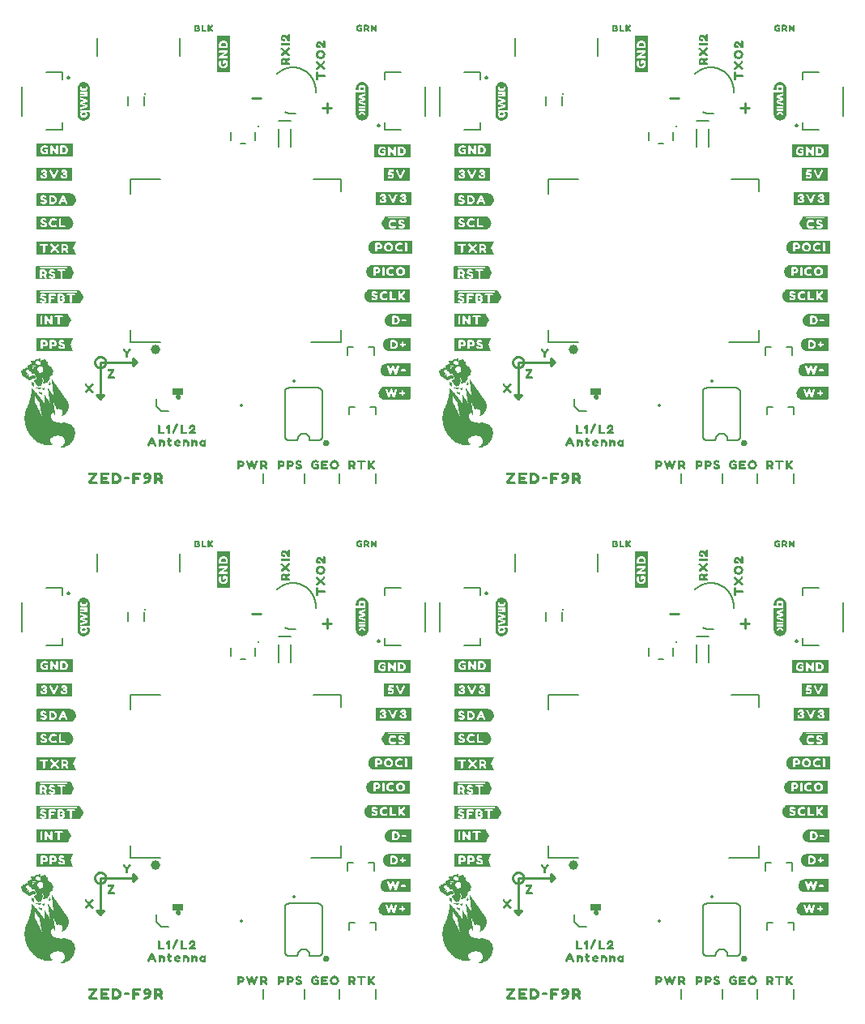
<source format=gto>
G04 EAGLE Gerber RS-274X export*
G75*
%MOMM*%
%FSLAX34Y34*%
%LPD*%
%INSilkscreen Top*%
%IPPOS*%
%AMOC8*
5,1,8,0,0,1.08239X$1,22.5*%
G01*
%ADD10C,0.279400*%
%ADD11C,0.254000*%
%ADD12C,0.203200*%
%ADD13C,0.254000*%
%ADD14C,0.300000*%
%ADD15C,0.152400*%
%ADD16R,0.030000X0.390000*%
%ADD17R,0.020000X0.620000*%
%ADD18R,0.030000X0.820000*%
%ADD19R,0.020000X0.940000*%
%ADD20R,0.030000X1.070000*%
%ADD21R,0.020000X1.180000*%
%ADD22R,0.030000X1.280000*%
%ADD23R,0.020000X1.360000*%
%ADD24R,0.030000X1.400000*%
%ADD25R,0.020000X1.480000*%
%ADD26R,0.030000X1.550000*%
%ADD27R,0.020000X1.610000*%
%ADD28R,0.020000X1.680000*%
%ADD29R,0.030000X1.730000*%
%ADD30R,0.020000X1.780000*%
%ADD31R,0.030000X1.830000*%
%ADD32R,0.020000X1.880000*%
%ADD33R,0.030000X1.900000*%
%ADD34R,0.020000X1.960000*%
%ADD35R,0.030000X1.980000*%
%ADD36R,0.020000X2.020000*%
%ADD37R,0.030000X2.050000*%
%ADD38R,0.020000X2.090000*%
%ADD39R,0.030000X2.120000*%
%ADD40R,0.020000X2.150000*%
%ADD41R,0.030000X2.170000*%
%ADD42R,0.020000X0.270000*%
%ADD43R,0.020000X2.190000*%
%ADD44R,0.030000X0.520000*%
%ADD45R,0.030000X2.220000*%
%ADD46R,0.020000X0.640000*%
%ADD47R,0.020000X2.240000*%
%ADD48R,0.020000X0.790000*%
%ADD49R,0.020000X2.270000*%
%ADD50R,0.030000X0.910000*%
%ADD51R,0.030000X2.300000*%
%ADD52R,0.020000X1.010000*%
%ADD53R,0.020000X2.320000*%
%ADD54R,0.030000X1.080000*%
%ADD55R,0.030000X2.340000*%
%ADD56R,0.020000X1.160000*%
%ADD57R,0.020000X2.370000*%
%ADD58R,0.030000X1.240000*%
%ADD59R,0.030000X2.370000*%
%ADD60R,0.020000X1.310000*%
%ADD61R,0.020000X2.400000*%
%ADD62R,0.030000X1.380000*%
%ADD63R,0.030000X2.420000*%
%ADD64R,0.020000X1.430000*%
%ADD65R,0.020000X2.420000*%
%ADD66R,0.030000X1.510000*%
%ADD67R,0.030000X2.450000*%
%ADD68R,0.020000X1.550000*%
%ADD69R,0.020000X2.450000*%
%ADD70R,0.030000X1.630000*%
%ADD71R,0.030000X2.470000*%
%ADD72R,0.020000X2.470000*%
%ADD73R,0.030000X0.420000*%
%ADD74R,0.020000X1.800000*%
%ADD75R,0.020000X1.660000*%
%ADD76R,0.020000X0.370000*%
%ADD77R,0.030000X1.850000*%
%ADD78R,0.030000X1.610000*%
%ADD79R,0.030000X0.300000*%
%ADD80R,0.020000X1.920000*%
%ADD81R,0.020000X1.560000*%
%ADD82R,0.020000X0.280000*%
%ADD83R,0.020000X1.950000*%
%ADD84R,0.020000X0.250000*%
%ADD85R,0.030000X2.000000*%
%ADD86R,0.030000X1.530000*%
%ADD87R,0.030000X0.200000*%
%ADD88R,0.020000X2.070000*%
%ADD89R,0.020000X1.500000*%
%ADD90R,0.020000X0.170000*%
%ADD91R,0.030000X2.100000*%
%ADD92R,0.030000X1.480000*%
%ADD93R,0.030000X0.150000*%
%ADD94R,0.020000X1.710000*%
%ADD95R,0.020000X0.230000*%
%ADD96R,0.020000X1.450000*%
%ADD97R,0.020000X0.140000*%
%ADD98R,0.030000X1.650000*%
%ADD99R,0.030000X0.120000*%
%ADD100R,0.030000X1.450000*%
%ADD101R,0.020000X1.650000*%
%ADD102R,0.020000X0.050000*%
%ADD103R,0.020000X0.090000*%
%ADD104R,0.030000X1.660000*%
%ADD105R,0.030000X1.430000*%
%ADD106R,0.030000X0.070000*%
%ADD107R,0.020000X1.400000*%
%ADD108R,0.020000X0.070000*%
%ADD109R,0.030000X1.700000*%
%ADD110R,0.030000X0.050000*%
%ADD111R,0.020000X1.700000*%
%ADD112R,0.020000X1.380000*%
%ADD113R,0.020000X0.030000*%
%ADD114R,0.030000X1.720000*%
%ADD115R,0.020000X1.750000*%
%ADD116R,0.030000X1.750000*%
%ADD117R,0.020000X1.830000*%
%ADD118R,0.030000X1.860000*%
%ADD119R,0.030000X1.360000*%
%ADD120R,0.030000X1.910000*%
%ADD121R,0.030000X1.390000*%
%ADD122R,0.020000X1.390000*%
%ADD123R,0.020000X2.030000*%
%ADD124R,0.020000X2.080000*%
%ADD125R,0.030000X2.130000*%
%ADD126R,0.030000X2.180000*%
%ADD127R,0.020000X2.230000*%
%ADD128R,0.030000X2.250000*%
%ADD129R,0.030000X2.330000*%
%ADD130R,0.020000X2.300000*%
%ADD131R,0.020000X1.410000*%
%ADD132R,0.030000X2.270000*%
%ADD133R,0.020000X2.170000*%
%ADD134R,0.020000X1.460000*%
%ADD135R,0.030000X0.030000*%
%ADD136R,0.020000X0.150000*%
%ADD137R,0.030000X0.270000*%
%ADD138R,0.030000X1.500000*%
%ADD139R,0.020000X2.100000*%
%ADD140R,0.020000X0.420000*%
%ADD141R,0.030000X2.080000*%
%ADD142R,0.030000X0.540000*%
%ADD143R,0.020000X0.560000*%
%ADD144R,0.020000X0.690000*%
%ADD145R,0.030000X1.160000*%
%ADD146R,0.030000X0.770000*%
%ADD147R,0.030000X1.580000*%
%ADD148R,0.020000X0.980000*%
%ADD149R,0.020000X0.550000*%
%ADD150R,0.020000X0.890000*%
%ADD151R,0.020000X1.630000*%
%ADD152R,0.030000X0.840000*%
%ADD153R,0.030000X1.040000*%
%ADD154R,0.020000X1.730000*%
%ADD155R,0.030000X0.350000*%
%ADD156R,0.020000X0.220000*%
%ADD157R,0.020000X1.900000*%
%ADD158R,0.020000X1.770000*%
%ADD159R,0.030000X0.690000*%
%ADD160R,0.030000X0.080000*%
%ADD161R,0.030000X1.800000*%
%ADD162R,0.020000X0.760000*%
%ADD163R,0.020000X2.040000*%
%ADD164R,0.030000X1.920000*%
%ADD165R,0.030000X0.090000*%
%ADD166R,0.020000X0.910000*%
%ADD167R,0.020000X2.000000*%
%ADD168R,0.020000X0.960000*%
%ADD169R,0.020000X4.810000*%
%ADD170R,0.020000X0.200000*%
%ADD171R,0.030000X0.990000*%
%ADD172R,0.030000X4.890000*%
%ADD173R,0.030000X0.220000*%
%ADD174R,0.020000X0.990000*%
%ADD175R,0.020000X4.940000*%
%ADD176R,0.030000X1.010000*%
%ADD177R,0.030000X3.730000*%
%ADD178R,0.030000X0.320000*%
%ADD179R,0.020000X1.040000*%
%ADD180R,0.020000X3.800000*%
%ADD181R,0.020000X0.390000*%
%ADD182R,0.030000X1.090000*%
%ADD183R,0.030000X0.250000*%
%ADD184R,0.030000X0.870000*%
%ADD185R,0.030000X4.370000*%
%ADD186R,0.020000X0.120000*%
%ADD187R,0.020000X0.750000*%
%ADD188R,0.020000X4.420000*%
%ADD189R,0.030000X0.590000*%
%ADD190R,0.030000X4.470000*%
%ADD191R,0.020000X0.100000*%
%ADD192R,0.020000X0.490000*%
%ADD193R,0.020000X4.490000*%
%ADD194R,0.020000X4.540000*%
%ADD195R,0.030000X1.600000*%
%ADD196R,0.030000X0.240000*%
%ADD197R,0.030000X4.560000*%
%ADD198R,0.020000X4.610000*%
%ADD199R,0.030000X4.660000*%
%ADD200R,0.020000X4.690000*%
%ADD201R,0.030000X4.740000*%
%ADD202R,0.020000X4.790000*%
%ADD203R,0.030000X2.240000*%
%ADD204R,0.030000X4.810000*%
%ADD205R,0.020000X4.860000*%
%ADD206R,0.030000X4.910000*%
%ADD207R,0.020000X4.930000*%
%ADD208R,0.030000X4.980000*%
%ADD209R,0.020000X2.340000*%
%ADD210R,0.020000X5.030000*%
%ADD211R,0.030000X5.060000*%
%ADD212R,0.020000X5.090000*%
%ADD213R,0.030000X4.220000*%
%ADD214R,0.020000X0.080000*%
%ADD215R,0.020000X4.220000*%
%ADD216R,0.020000X2.490000*%
%ADD217R,0.020000X4.270000*%
%ADD218R,0.030000X2.490000*%
%ADD219R,0.030000X0.180000*%
%ADD220R,0.030000X4.270000*%
%ADD221R,0.020000X4.290000*%
%ADD222R,0.030000X4.320000*%
%ADD223R,0.020000X0.130000*%
%ADD224R,0.020000X4.370000*%
%ADD225R,0.030000X1.680000*%
%ADD226R,0.030000X0.100000*%
%ADD227R,0.020000X0.840000*%
%ADD228R,0.020000X4.400000*%
%ADD229R,0.030000X0.570000*%
%ADD230R,0.030000X4.420000*%
%ADD231R,0.020000X0.570000*%
%ADD232R,0.020000X0.020000*%
%ADD233R,0.020000X4.470000*%
%ADD234R,0.030000X0.670000*%
%ADD235R,0.030000X4.460000*%
%ADD236R,0.020000X0.590000*%
%ADD237R,0.020000X2.760000*%
%ADD238R,0.030000X0.600000*%
%ADD239R,0.030000X0.620000*%
%ADD240R,0.030000X0.340000*%
%ADD241R,0.030000X2.790000*%
%ADD242R,0.020000X0.600000*%
%ADD243R,0.020000X0.450000*%
%ADD244R,0.020000X2.810000*%
%ADD245R,0.030000X1.310000*%
%ADD246R,0.030000X2.890000*%
%ADD247R,0.020000X1.240000*%
%ADD248R,0.020000X1.210000*%
%ADD249R,0.020000X2.910000*%
%ADD250R,0.020000X1.290000*%
%ADD251R,0.020000X1.130000*%
%ADD252R,0.020000X2.970000*%
%ADD253R,0.030000X1.290000*%
%ADD254R,0.030000X1.020000*%
%ADD255R,0.030000X3.020000*%
%ADD256R,0.020000X3.040000*%
%ADD257R,0.030000X0.170000*%
%ADD258R,0.030000X0.190000*%
%ADD259R,0.030000X0.790000*%
%ADD260R,0.030000X3.090000*%
%ADD261R,0.020000X0.720000*%
%ADD262R,0.020000X3.120000*%
%ADD263R,0.030000X1.330000*%
%ADD264R,0.030000X3.160000*%
%ADD265R,0.020000X0.180000*%
%ADD266R,0.020000X0.510000*%
%ADD267R,0.020000X3.180000*%
%ADD268R,0.030000X0.510000*%
%ADD269R,0.030000X3.230000*%
%ADD270R,0.020000X0.240000*%
%ADD271R,0.020000X0.520000*%
%ADD272R,0.020000X3.260000*%
%ADD273R,0.030000X1.410000*%
%ADD274R,0.030000X0.130000*%
%ADD275R,0.030000X0.490000*%
%ADD276R,0.030000X3.310000*%
%ADD277R,0.020000X1.440000*%
%ADD278R,0.020000X0.500000*%
%ADD279R,0.020000X3.330000*%
%ADD280R,0.030000X1.460000*%
%ADD281R,0.030000X3.380000*%
%ADD282R,0.020000X1.490000*%
%ADD283R,0.020000X3.410000*%
%ADD284R,0.030000X0.500000*%
%ADD285R,0.030000X3.460000*%
%ADD286R,0.020000X0.290000*%
%ADD287R,0.020000X0.470000*%
%ADD288R,0.020000X3.510000*%
%ADD289R,0.030000X3.500000*%
%ADD290R,0.020000X1.530000*%
%ADD291R,0.020000X3.530000*%
%ADD292R,0.020000X3.580000*%
%ADD293R,0.030000X1.340000*%
%ADD294R,0.030000X0.450000*%
%ADD295R,0.030000X3.630000*%
%ADD296R,0.020000X1.330000*%
%ADD297R,0.020000X0.460000*%
%ADD298R,0.020000X3.660000*%
%ADD299R,0.030000X0.470000*%
%ADD300R,0.030000X3.650000*%
%ADD301R,0.020000X1.260000*%
%ADD302R,0.020000X0.440000*%
%ADD303R,0.020000X3.680000*%
%ADD304R,0.030000X1.030000*%
%ADD305R,0.030000X0.370000*%
%ADD306R,0.020000X0.930000*%
%ADD307R,0.020000X0.340000*%
%ADD308R,0.020000X3.750000*%
%ADD309R,0.030000X0.830000*%
%ADD310R,0.030000X3.780000*%
%ADD311R,0.020000X0.770000*%
%ADD312R,0.020000X3.830000*%
%ADD313R,0.030000X0.230000*%
%ADD314R,0.030000X3.850000*%
%ADD315R,0.020000X0.400000*%
%ADD316R,0.020000X3.880000*%
%ADD317R,0.030000X0.020000*%
%ADD318R,0.030000X0.280000*%
%ADD319R,0.030000X3.910000*%
%ADD320R,0.020000X0.040000*%
%ADD321R,0.030000X0.040000*%
%ADD322R,0.030000X5.090000*%
%ADD323R,0.020000X5.110000*%
%ADD324R,0.030000X0.440000*%
%ADD325R,0.030000X5.110000*%
%ADD326R,0.020000X0.330000*%
%ADD327R,0.030000X5.140000*%
%ADD328R,0.020000X5.130000*%
%ADD329R,0.030000X1.180000*%
%ADD330R,0.030000X0.290000*%
%ADD331R,0.020000X0.300000*%
%ADD332R,0.020000X4.890000*%
%ADD333R,0.030000X4.440000*%
%ADD334R,0.030000X0.640000*%
%ADD335R,0.030000X4.050000*%
%ADD336R,0.020000X0.320000*%
%ADD337R,0.020000X3.900000*%
%ADD338R,0.030000X3.760000*%
%ADD339R,0.020000X3.630000*%
%ADD340R,0.030000X3.530000*%
%ADD341R,0.020000X3.440000*%
%ADD342R,0.020000X3.310000*%
%ADD343R,0.030000X3.210000*%
%ADD344R,0.020000X3.090000*%
%ADD345R,0.030000X3.010000*%
%ADD346R,0.020000X2.880000*%
%ADD347R,0.020000X0.350000*%
%ADD348R,0.020000X2.670000*%
%ADD349R,0.030000X2.590000*%
%ADD350R,0.020000X2.220000*%
%ADD351R,0.030000X2.090000*%
%ADD352R,0.020000X1.230000*%
%ADD353R,0.020000X0.660000*%
%ADD354C,0.357769*%
%ADD355C,1.000000*%

G36*
X65484Y207784D02*
X65484Y207784D01*
X65487Y207781D01*
X66187Y207881D01*
X66211Y207906D01*
X66224Y207908D01*
X69524Y214508D01*
X69523Y214512D01*
X69526Y214515D01*
X69522Y214521D01*
X69518Y214540D01*
X69524Y214552D01*
X69224Y215152D01*
X66224Y221252D01*
X66200Y221264D01*
X66196Y221277D01*
X65596Y221477D01*
X65585Y221473D01*
X65580Y221479D01*
X23680Y221479D01*
X23674Y221475D01*
X23667Y221478D01*
X23663Y221466D01*
X23633Y221443D01*
X23637Y221437D01*
X23637Y221436D01*
X23638Y221435D01*
X23636Y221434D01*
X23622Y221456D01*
X23588Y221469D01*
X23580Y221479D01*
X20380Y221479D01*
X20333Y221443D01*
X20335Y221440D01*
X20331Y221438D01*
X20231Y220838D01*
X20234Y220833D01*
X20231Y220830D01*
X20231Y208030D01*
X20260Y207992D01*
X20262Y207984D01*
X20762Y207784D01*
X20775Y207788D01*
X20780Y207781D01*
X65480Y207781D01*
X65484Y207784D01*
G37*
G36*
X502364Y207784D02*
X502364Y207784D01*
X502367Y207781D01*
X503067Y207881D01*
X503091Y207906D01*
X503104Y207908D01*
X506404Y214508D01*
X506403Y214512D01*
X506406Y214515D01*
X506402Y214521D01*
X506398Y214540D01*
X506404Y214552D01*
X506104Y215152D01*
X503104Y221252D01*
X503080Y221264D01*
X503076Y221277D01*
X502476Y221477D01*
X502465Y221473D01*
X502460Y221479D01*
X460560Y221479D01*
X460554Y221475D01*
X460547Y221478D01*
X460543Y221466D01*
X460513Y221443D01*
X460517Y221437D01*
X460517Y221436D01*
X460518Y221435D01*
X460516Y221434D01*
X460502Y221456D01*
X460468Y221469D01*
X460460Y221479D01*
X457260Y221479D01*
X457213Y221443D01*
X457215Y221440D01*
X457211Y221438D01*
X457111Y220838D01*
X457114Y220833D01*
X457111Y220830D01*
X457111Y208030D01*
X457140Y207992D01*
X457142Y207984D01*
X457642Y207784D01*
X457655Y207788D01*
X457660Y207781D01*
X502360Y207781D01*
X502364Y207784D01*
G37*
G36*
X65484Y746264D02*
X65484Y746264D01*
X65487Y746261D01*
X66187Y746361D01*
X66211Y746386D01*
X66224Y746388D01*
X69524Y752988D01*
X69523Y752992D01*
X69526Y752995D01*
X69522Y753001D01*
X69518Y753020D01*
X69524Y753032D01*
X69224Y753632D01*
X66224Y759732D01*
X66200Y759744D01*
X66196Y759757D01*
X65596Y759957D01*
X65585Y759953D01*
X65580Y759959D01*
X23680Y759959D01*
X23674Y759955D01*
X23667Y759958D01*
X23663Y759946D01*
X23633Y759923D01*
X23637Y759917D01*
X23637Y759916D01*
X23638Y759915D01*
X23636Y759914D01*
X23622Y759936D01*
X23588Y759949D01*
X23580Y759959D01*
X20380Y759959D01*
X20333Y759923D01*
X20335Y759920D01*
X20331Y759918D01*
X20231Y759318D01*
X20234Y759313D01*
X20231Y759310D01*
X20231Y746510D01*
X20260Y746472D01*
X20262Y746464D01*
X20762Y746264D01*
X20775Y746268D01*
X20780Y746261D01*
X65480Y746261D01*
X65484Y746264D01*
G37*
G36*
X502364Y746264D02*
X502364Y746264D01*
X502367Y746261D01*
X503067Y746361D01*
X503091Y746386D01*
X503104Y746388D01*
X506404Y752988D01*
X506403Y752992D01*
X506406Y752995D01*
X506402Y753001D01*
X506398Y753020D01*
X506404Y753032D01*
X506104Y753632D01*
X503104Y759732D01*
X503080Y759744D01*
X503076Y759757D01*
X502476Y759957D01*
X502465Y759953D01*
X502460Y759959D01*
X460560Y759959D01*
X460554Y759955D01*
X460547Y759958D01*
X460543Y759946D01*
X460513Y759923D01*
X460517Y759917D01*
X460517Y759916D01*
X460518Y759915D01*
X460516Y759914D01*
X460502Y759936D01*
X460468Y759949D01*
X460460Y759959D01*
X457260Y759959D01*
X457213Y759923D01*
X457215Y759920D01*
X457211Y759918D01*
X457111Y759318D01*
X457114Y759313D01*
X457111Y759310D01*
X457111Y746510D01*
X457140Y746472D01*
X457142Y746464D01*
X457642Y746264D01*
X457655Y746268D01*
X457660Y746261D01*
X502360Y746261D01*
X502364Y746264D01*
G37*
G36*
X410131Y747539D02*
X410131Y747539D01*
X410138Y747534D01*
X410638Y747734D01*
X410653Y747758D01*
X410660Y747764D01*
X410658Y747767D01*
X410663Y747775D01*
X410669Y747780D01*
X410669Y760580D01*
X410666Y760585D01*
X410669Y760588D01*
X410569Y761188D01*
X410525Y761229D01*
X410523Y761226D01*
X410520Y761229D01*
X370020Y761229D01*
X370014Y761224D01*
X370006Y761227D01*
X370002Y761215D01*
X369973Y761193D01*
X369978Y761187D01*
X369977Y761186D01*
X369986Y761174D01*
X369984Y761170D01*
X369962Y761206D01*
X369928Y761219D01*
X369920Y761229D01*
X369420Y761229D01*
X369416Y761226D01*
X369413Y761229D01*
X368713Y761129D01*
X368708Y761124D01*
X368704Y761127D01*
X368105Y760927D01*
X367406Y760727D01*
X367402Y760722D01*
X367398Y760724D01*
X366198Y760124D01*
X366195Y760117D01*
X366189Y760118D01*
X365689Y759718D01*
X365688Y759714D01*
X365685Y759715D01*
X364685Y758715D01*
X364685Y758711D01*
X364682Y758711D01*
X364282Y758211D01*
X364281Y758203D01*
X364276Y758202D01*
X363676Y757002D01*
X363676Y757000D01*
X363676Y756999D01*
X363677Y756995D01*
X363673Y756994D01*
X363473Y756295D01*
X363273Y755696D01*
X363275Y755689D01*
X363271Y755687D01*
X363171Y754987D01*
X363174Y754982D01*
X363171Y754980D01*
X363171Y753680D01*
X363174Y753676D01*
X363171Y753673D01*
X363271Y752973D01*
X363276Y752968D01*
X363273Y752964D01*
X363473Y752365D01*
X363673Y751666D01*
X363678Y751662D01*
X363676Y751658D01*
X363976Y751058D01*
X363980Y751056D01*
X363979Y751053D01*
X364379Y750453D01*
X364382Y750452D01*
X364382Y750449D01*
X364782Y749949D01*
X364786Y749948D01*
X364785Y749945D01*
X365285Y749445D01*
X365289Y749445D01*
X365289Y749442D01*
X366289Y748642D01*
X366293Y748641D01*
X366293Y748639D01*
X366893Y748239D01*
X366902Y748240D01*
X366904Y748233D01*
X367504Y748033D01*
X367506Y748034D01*
X367506Y748033D01*
X368205Y747833D01*
X368804Y747633D01*
X368811Y747635D01*
X368813Y747631D01*
X369513Y747531D01*
X369518Y747534D01*
X369520Y747531D01*
X410120Y747531D01*
X410131Y747539D01*
G37*
G36*
X847011Y209059D02*
X847011Y209059D01*
X847018Y209054D01*
X847518Y209254D01*
X847533Y209278D01*
X847540Y209284D01*
X847538Y209287D01*
X847543Y209295D01*
X847549Y209300D01*
X847549Y222100D01*
X847546Y222105D01*
X847549Y222108D01*
X847449Y222708D01*
X847405Y222749D01*
X847403Y222746D01*
X847400Y222749D01*
X806900Y222749D01*
X806894Y222744D01*
X806886Y222747D01*
X806882Y222735D01*
X806853Y222713D01*
X806858Y222707D01*
X806857Y222706D01*
X806866Y222694D01*
X806864Y222690D01*
X806842Y222726D01*
X806808Y222739D01*
X806800Y222749D01*
X806300Y222749D01*
X806296Y222746D01*
X806293Y222749D01*
X805593Y222649D01*
X805588Y222644D01*
X805584Y222647D01*
X804985Y222447D01*
X804286Y222247D01*
X804282Y222242D01*
X804278Y222244D01*
X803078Y221644D01*
X803075Y221637D01*
X803069Y221638D01*
X802569Y221238D01*
X802568Y221234D01*
X802565Y221235D01*
X801565Y220235D01*
X801565Y220231D01*
X801562Y220231D01*
X801162Y219731D01*
X801161Y219723D01*
X801156Y219722D01*
X800556Y218522D01*
X800556Y218520D01*
X800556Y218519D01*
X800557Y218515D01*
X800553Y218514D01*
X800353Y217815D01*
X800153Y217216D01*
X800155Y217209D01*
X800151Y217207D01*
X800051Y216507D01*
X800054Y216502D01*
X800051Y216500D01*
X800051Y215200D01*
X800054Y215196D01*
X800051Y215193D01*
X800151Y214493D01*
X800156Y214488D01*
X800153Y214484D01*
X800353Y213885D01*
X800553Y213186D01*
X800558Y213182D01*
X800556Y213178D01*
X800856Y212578D01*
X800860Y212576D01*
X800859Y212573D01*
X801259Y211973D01*
X801262Y211972D01*
X801262Y211969D01*
X801662Y211469D01*
X801666Y211468D01*
X801665Y211465D01*
X802165Y210965D01*
X802169Y210965D01*
X802169Y210962D01*
X803169Y210162D01*
X803173Y210161D01*
X803173Y210159D01*
X803773Y209759D01*
X803782Y209760D01*
X803784Y209753D01*
X804384Y209553D01*
X804386Y209554D01*
X804386Y209553D01*
X805085Y209353D01*
X805684Y209153D01*
X805691Y209155D01*
X805693Y209151D01*
X806393Y209051D01*
X806398Y209054D01*
X806400Y209051D01*
X847000Y209051D01*
X847011Y209059D01*
G37*
G36*
X410131Y209059D02*
X410131Y209059D01*
X410138Y209054D01*
X410638Y209254D01*
X410653Y209278D01*
X410660Y209284D01*
X410658Y209287D01*
X410663Y209295D01*
X410669Y209300D01*
X410669Y222100D01*
X410666Y222105D01*
X410669Y222108D01*
X410569Y222708D01*
X410525Y222749D01*
X410523Y222746D01*
X410520Y222749D01*
X370020Y222749D01*
X370014Y222744D01*
X370006Y222747D01*
X370002Y222735D01*
X369973Y222713D01*
X369978Y222707D01*
X369977Y222706D01*
X369986Y222694D01*
X369984Y222690D01*
X369962Y222726D01*
X369928Y222739D01*
X369920Y222749D01*
X369420Y222749D01*
X369416Y222746D01*
X369413Y222749D01*
X368713Y222649D01*
X368708Y222644D01*
X368704Y222647D01*
X368105Y222447D01*
X367406Y222247D01*
X367402Y222242D01*
X367398Y222244D01*
X366198Y221644D01*
X366195Y221637D01*
X366189Y221638D01*
X365689Y221238D01*
X365688Y221234D01*
X365685Y221235D01*
X364685Y220235D01*
X364685Y220231D01*
X364682Y220231D01*
X364282Y219731D01*
X364281Y219723D01*
X364276Y219722D01*
X363676Y218522D01*
X363676Y218520D01*
X363676Y218519D01*
X363677Y218515D01*
X363673Y218514D01*
X363473Y217815D01*
X363273Y217216D01*
X363275Y217209D01*
X363271Y217207D01*
X363171Y216507D01*
X363174Y216502D01*
X363171Y216500D01*
X363171Y215200D01*
X363174Y215196D01*
X363171Y215193D01*
X363271Y214493D01*
X363276Y214488D01*
X363273Y214484D01*
X363473Y213885D01*
X363673Y213186D01*
X363678Y213182D01*
X363676Y213178D01*
X363976Y212578D01*
X363980Y212576D01*
X363979Y212573D01*
X364379Y211973D01*
X364382Y211972D01*
X364382Y211969D01*
X364782Y211469D01*
X364786Y211468D01*
X364785Y211465D01*
X365285Y210965D01*
X365289Y210965D01*
X365289Y210962D01*
X366289Y210162D01*
X366293Y210161D01*
X366293Y210159D01*
X366893Y209759D01*
X366902Y209760D01*
X366904Y209753D01*
X367504Y209553D01*
X367506Y209554D01*
X367506Y209553D01*
X368205Y209353D01*
X368804Y209153D01*
X368811Y209155D01*
X368813Y209151D01*
X369513Y209051D01*
X369518Y209054D01*
X369520Y209051D01*
X410120Y209051D01*
X410131Y209059D01*
G37*
G36*
X847011Y747539D02*
X847011Y747539D01*
X847018Y747534D01*
X847518Y747734D01*
X847533Y747758D01*
X847540Y747764D01*
X847538Y747767D01*
X847543Y747775D01*
X847549Y747780D01*
X847549Y760580D01*
X847546Y760585D01*
X847549Y760588D01*
X847449Y761188D01*
X847405Y761229D01*
X847403Y761226D01*
X847400Y761229D01*
X806900Y761229D01*
X806894Y761224D01*
X806886Y761227D01*
X806882Y761215D01*
X806853Y761193D01*
X806858Y761187D01*
X806857Y761186D01*
X806866Y761174D01*
X806864Y761170D01*
X806842Y761206D01*
X806808Y761219D01*
X806800Y761229D01*
X806300Y761229D01*
X806296Y761226D01*
X806293Y761229D01*
X805593Y761129D01*
X805588Y761124D01*
X805584Y761127D01*
X804985Y760927D01*
X804286Y760727D01*
X804282Y760722D01*
X804278Y760724D01*
X803078Y760124D01*
X803075Y760117D01*
X803069Y760118D01*
X802569Y759718D01*
X802568Y759714D01*
X802565Y759715D01*
X801565Y758715D01*
X801565Y758711D01*
X801562Y758711D01*
X801162Y758211D01*
X801161Y758203D01*
X801156Y758202D01*
X800556Y757002D01*
X800556Y757000D01*
X800556Y756999D01*
X800557Y756995D01*
X800553Y756994D01*
X800353Y756295D01*
X800153Y755696D01*
X800155Y755689D01*
X800151Y755687D01*
X800051Y754987D01*
X800054Y754982D01*
X800051Y754980D01*
X800051Y753680D01*
X800054Y753676D01*
X800051Y753673D01*
X800151Y752973D01*
X800156Y752968D01*
X800153Y752964D01*
X800353Y752365D01*
X800553Y751666D01*
X800558Y751662D01*
X800556Y751658D01*
X800856Y751058D01*
X800860Y751056D01*
X800859Y751053D01*
X801259Y750453D01*
X801262Y750452D01*
X801262Y750449D01*
X801662Y749949D01*
X801666Y749948D01*
X801665Y749945D01*
X802165Y749445D01*
X802169Y749445D01*
X802169Y749442D01*
X803169Y748642D01*
X803173Y748641D01*
X803173Y748639D01*
X803773Y748239D01*
X803782Y748240D01*
X803784Y748233D01*
X804384Y748033D01*
X804386Y748034D01*
X804386Y748033D01*
X805085Y747833D01*
X805684Y747633D01*
X805691Y747635D01*
X805693Y747631D01*
X806393Y747531D01*
X806398Y747534D01*
X806400Y747531D01*
X847000Y747531D01*
X847011Y747539D01*
G37*
G36*
X410247Y772939D02*
X410247Y772939D01*
X410254Y772934D01*
X410754Y773134D01*
X410769Y773158D01*
X410776Y773164D01*
X410774Y773167D01*
X410779Y773175D01*
X410785Y773180D01*
X410785Y786080D01*
X410777Y786091D01*
X410782Y786098D01*
X410582Y786598D01*
X410541Y786623D01*
X410536Y786629D01*
X371936Y786629D01*
X371931Y786626D01*
X371928Y786629D01*
X371332Y786529D01*
X370636Y786529D01*
X370629Y786524D01*
X370627Y786524D01*
X370622Y786527D01*
X369922Y786327D01*
X369921Y786326D01*
X369920Y786327D01*
X369320Y786127D01*
X369317Y786122D01*
X369314Y786124D01*
X368714Y785824D01*
X368712Y785820D01*
X368709Y785821D01*
X368109Y785421D01*
X368108Y785418D01*
X368105Y785418D01*
X367105Y784618D01*
X367104Y784614D01*
X367101Y784615D01*
X366601Y784115D01*
X366600Y784108D01*
X366595Y784107D01*
X366195Y783507D01*
X366195Y783503D01*
X366192Y783502D01*
X365592Y782302D01*
X365593Y782297D01*
X365589Y782296D01*
X365389Y781696D01*
X365390Y781694D01*
X365389Y781694D01*
X365189Y780994D01*
X365191Y780989D01*
X365187Y780987D01*
X365087Y780287D01*
X365089Y780283D01*
X365089Y780282D01*
X365087Y780280D01*
X365087Y779680D01*
X365090Y779676D01*
X365087Y779673D01*
X365287Y778273D01*
X365292Y778268D01*
X365289Y778264D01*
X365489Y777665D01*
X365689Y776966D01*
X365694Y776962D01*
X365692Y776958D01*
X365992Y776358D01*
X365999Y776355D01*
X365998Y776349D01*
X366396Y775851D01*
X366795Y775253D01*
X366802Y775250D01*
X366801Y775245D01*
X367301Y774745D01*
X367305Y774745D01*
X367305Y774742D01*
X368305Y773942D01*
X368313Y773941D01*
X368314Y773936D01*
X368914Y773636D01*
X368916Y773636D01*
X368917Y773635D01*
X369617Y773335D01*
X369620Y773336D01*
X369620Y773333D01*
X370220Y773133D01*
X370227Y773135D01*
X370229Y773131D01*
X371629Y772931D01*
X371634Y772934D01*
X371636Y772931D01*
X410236Y772931D01*
X410247Y772939D01*
G37*
G36*
X847127Y772939D02*
X847127Y772939D01*
X847134Y772934D01*
X847634Y773134D01*
X847649Y773158D01*
X847656Y773164D01*
X847654Y773167D01*
X847659Y773175D01*
X847665Y773180D01*
X847665Y786080D01*
X847657Y786091D01*
X847662Y786098D01*
X847462Y786598D01*
X847421Y786623D01*
X847416Y786629D01*
X808816Y786629D01*
X808811Y786626D01*
X808808Y786629D01*
X808212Y786529D01*
X807516Y786529D01*
X807509Y786524D01*
X807507Y786524D01*
X807502Y786527D01*
X806802Y786327D01*
X806801Y786326D01*
X806800Y786327D01*
X806200Y786127D01*
X806197Y786122D01*
X806194Y786124D01*
X805594Y785824D01*
X805592Y785820D01*
X805589Y785821D01*
X804989Y785421D01*
X804988Y785418D01*
X804985Y785418D01*
X803985Y784618D01*
X803984Y784614D01*
X803981Y784615D01*
X803481Y784115D01*
X803480Y784108D01*
X803475Y784107D01*
X803075Y783507D01*
X803075Y783503D01*
X803072Y783502D01*
X802472Y782302D01*
X802473Y782297D01*
X802469Y782296D01*
X802269Y781696D01*
X802270Y781694D01*
X802269Y781694D01*
X802069Y780994D01*
X802071Y780989D01*
X802067Y780987D01*
X801967Y780287D01*
X801969Y780283D01*
X801969Y780282D01*
X801967Y780280D01*
X801967Y779680D01*
X801970Y779676D01*
X801967Y779673D01*
X802167Y778273D01*
X802172Y778268D01*
X802169Y778264D01*
X802369Y777665D01*
X802569Y776966D01*
X802574Y776962D01*
X802572Y776958D01*
X802872Y776358D01*
X802879Y776355D01*
X802878Y776349D01*
X803276Y775851D01*
X803675Y775253D01*
X803682Y775250D01*
X803681Y775245D01*
X804181Y774745D01*
X804185Y774745D01*
X804185Y774742D01*
X805185Y773942D01*
X805193Y773941D01*
X805194Y773936D01*
X805794Y773636D01*
X805796Y773636D01*
X805797Y773635D01*
X806497Y773335D01*
X806500Y773336D01*
X806500Y773333D01*
X807100Y773133D01*
X807107Y773135D01*
X807109Y773131D01*
X808509Y772931D01*
X808514Y772934D01*
X808516Y772931D01*
X847116Y772931D01*
X847127Y772939D01*
G37*
G36*
X412279Y259859D02*
X412279Y259859D01*
X412286Y259854D01*
X412786Y260054D01*
X412801Y260078D01*
X412808Y260084D01*
X412806Y260087D01*
X412811Y260095D01*
X412817Y260100D01*
X412817Y273000D01*
X412809Y273011D01*
X412814Y273018D01*
X412614Y273518D01*
X412573Y273543D01*
X412568Y273549D01*
X373968Y273549D01*
X373963Y273546D01*
X373960Y273549D01*
X373364Y273449D01*
X372668Y273449D01*
X372661Y273444D01*
X372659Y273444D01*
X372654Y273447D01*
X371954Y273247D01*
X371953Y273246D01*
X371952Y273247D01*
X371352Y273047D01*
X371349Y273042D01*
X371346Y273044D01*
X370746Y272744D01*
X370744Y272740D01*
X370741Y272741D01*
X370141Y272341D01*
X370140Y272338D01*
X370137Y272338D01*
X369137Y271538D01*
X369136Y271534D01*
X369133Y271535D01*
X368633Y271035D01*
X368632Y271028D01*
X368627Y271027D01*
X368227Y270427D01*
X368227Y270423D01*
X368224Y270422D01*
X367624Y269222D01*
X367625Y269217D01*
X367621Y269216D01*
X367421Y268616D01*
X367422Y268614D01*
X367421Y268614D01*
X367221Y267914D01*
X367223Y267909D01*
X367219Y267907D01*
X367119Y267207D01*
X367121Y267203D01*
X367121Y267202D01*
X367119Y267200D01*
X367119Y266600D01*
X367122Y266596D01*
X367119Y266593D01*
X367319Y265193D01*
X367324Y265188D01*
X367321Y265184D01*
X367521Y264585D01*
X367721Y263886D01*
X367726Y263882D01*
X367724Y263878D01*
X368024Y263278D01*
X368031Y263275D01*
X368030Y263269D01*
X368428Y262771D01*
X368827Y262173D01*
X368834Y262170D01*
X368833Y262165D01*
X369333Y261665D01*
X369337Y261665D01*
X369337Y261662D01*
X370337Y260862D01*
X370345Y260861D01*
X370346Y260856D01*
X370946Y260556D01*
X370948Y260556D01*
X370949Y260555D01*
X371649Y260255D01*
X371652Y260256D01*
X371652Y260253D01*
X372252Y260053D01*
X372259Y260055D01*
X372261Y260051D01*
X373661Y259851D01*
X373666Y259854D01*
X373668Y259851D01*
X412268Y259851D01*
X412279Y259859D01*
G37*
G36*
X849159Y259859D02*
X849159Y259859D01*
X849166Y259854D01*
X849666Y260054D01*
X849681Y260078D01*
X849688Y260084D01*
X849686Y260087D01*
X849691Y260095D01*
X849697Y260100D01*
X849697Y273000D01*
X849689Y273011D01*
X849694Y273018D01*
X849494Y273518D01*
X849453Y273543D01*
X849448Y273549D01*
X810848Y273549D01*
X810843Y273546D01*
X810840Y273549D01*
X810244Y273449D01*
X809548Y273449D01*
X809541Y273444D01*
X809539Y273444D01*
X809534Y273447D01*
X808834Y273247D01*
X808833Y273246D01*
X808832Y273247D01*
X808232Y273047D01*
X808229Y273042D01*
X808226Y273044D01*
X807626Y272744D01*
X807624Y272740D01*
X807621Y272741D01*
X807021Y272341D01*
X807020Y272338D01*
X807017Y272338D01*
X806017Y271538D01*
X806016Y271534D01*
X806013Y271535D01*
X805513Y271035D01*
X805512Y271028D01*
X805507Y271027D01*
X805107Y270427D01*
X805107Y270423D01*
X805104Y270422D01*
X804504Y269222D01*
X804505Y269217D01*
X804501Y269216D01*
X804301Y268616D01*
X804302Y268614D01*
X804301Y268614D01*
X804101Y267914D01*
X804103Y267909D01*
X804099Y267907D01*
X803999Y267207D01*
X804001Y267203D01*
X804001Y267202D01*
X803999Y267200D01*
X803999Y266600D01*
X804002Y266596D01*
X803999Y266593D01*
X804199Y265193D01*
X804204Y265188D01*
X804201Y265184D01*
X804401Y264585D01*
X804601Y263886D01*
X804606Y263882D01*
X804604Y263878D01*
X804904Y263278D01*
X804911Y263275D01*
X804910Y263269D01*
X805308Y262771D01*
X805707Y262173D01*
X805714Y262170D01*
X805713Y262165D01*
X806213Y261665D01*
X806217Y261665D01*
X806217Y261662D01*
X807217Y260862D01*
X807225Y260861D01*
X807226Y260856D01*
X807826Y260556D01*
X807828Y260556D01*
X807829Y260555D01*
X808529Y260255D01*
X808532Y260256D01*
X808532Y260253D01*
X809132Y260053D01*
X809139Y260055D01*
X809141Y260051D01*
X810541Y259851D01*
X810546Y259854D01*
X810548Y259851D01*
X849148Y259851D01*
X849159Y259859D01*
G37*
G36*
X849159Y798339D02*
X849159Y798339D01*
X849166Y798334D01*
X849666Y798534D01*
X849681Y798558D01*
X849688Y798564D01*
X849686Y798567D01*
X849691Y798575D01*
X849697Y798580D01*
X849697Y811480D01*
X849689Y811491D01*
X849694Y811498D01*
X849494Y811998D01*
X849453Y812023D01*
X849448Y812029D01*
X810848Y812029D01*
X810843Y812026D01*
X810840Y812029D01*
X810244Y811929D01*
X809548Y811929D01*
X809541Y811924D01*
X809539Y811924D01*
X809534Y811927D01*
X808834Y811727D01*
X808833Y811726D01*
X808832Y811727D01*
X808232Y811527D01*
X808229Y811522D01*
X808226Y811524D01*
X807626Y811224D01*
X807624Y811220D01*
X807621Y811221D01*
X807021Y810821D01*
X807020Y810818D01*
X807017Y810818D01*
X806017Y810018D01*
X806016Y810014D01*
X806013Y810015D01*
X805513Y809515D01*
X805512Y809508D01*
X805507Y809507D01*
X805107Y808907D01*
X805107Y808903D01*
X805104Y808902D01*
X804504Y807702D01*
X804505Y807697D01*
X804501Y807696D01*
X804301Y807096D01*
X804302Y807094D01*
X804301Y807094D01*
X804101Y806394D01*
X804103Y806389D01*
X804099Y806387D01*
X803999Y805687D01*
X804001Y805683D01*
X804001Y805682D01*
X803999Y805680D01*
X803999Y805080D01*
X804002Y805076D01*
X803999Y805073D01*
X804199Y803673D01*
X804204Y803668D01*
X804201Y803664D01*
X804401Y803065D01*
X804601Y802366D01*
X804606Y802362D01*
X804604Y802358D01*
X804904Y801758D01*
X804911Y801755D01*
X804910Y801749D01*
X805308Y801251D01*
X805707Y800653D01*
X805714Y800650D01*
X805713Y800645D01*
X806213Y800145D01*
X806217Y800145D01*
X806217Y800142D01*
X807217Y799342D01*
X807225Y799341D01*
X807226Y799336D01*
X807826Y799036D01*
X807828Y799036D01*
X807829Y799035D01*
X808529Y798735D01*
X808532Y798736D01*
X808532Y798733D01*
X809132Y798533D01*
X809139Y798535D01*
X809141Y798531D01*
X810541Y798331D01*
X810546Y798334D01*
X810548Y798331D01*
X849148Y798331D01*
X849159Y798339D01*
G37*
G36*
X412279Y798339D02*
X412279Y798339D01*
X412286Y798334D01*
X412786Y798534D01*
X412801Y798558D01*
X412808Y798564D01*
X412806Y798567D01*
X412811Y798575D01*
X412817Y798580D01*
X412817Y811480D01*
X412809Y811491D01*
X412814Y811498D01*
X412614Y811998D01*
X412573Y812023D01*
X412568Y812029D01*
X373968Y812029D01*
X373963Y812026D01*
X373960Y812029D01*
X373364Y811929D01*
X372668Y811929D01*
X372661Y811924D01*
X372659Y811924D01*
X372654Y811927D01*
X371954Y811727D01*
X371953Y811726D01*
X371952Y811727D01*
X371352Y811527D01*
X371349Y811522D01*
X371346Y811524D01*
X370746Y811224D01*
X370744Y811220D01*
X370741Y811221D01*
X370141Y810821D01*
X370140Y810818D01*
X370137Y810818D01*
X369137Y810018D01*
X369136Y810014D01*
X369133Y810015D01*
X368633Y809515D01*
X368632Y809508D01*
X368627Y809507D01*
X368227Y808907D01*
X368227Y808903D01*
X368224Y808902D01*
X367624Y807702D01*
X367625Y807697D01*
X367621Y807696D01*
X367421Y807096D01*
X367422Y807094D01*
X367421Y807094D01*
X367221Y806394D01*
X367223Y806389D01*
X367219Y806387D01*
X367119Y805687D01*
X367121Y805683D01*
X367121Y805682D01*
X367119Y805680D01*
X367119Y805080D01*
X367122Y805076D01*
X367119Y805073D01*
X367319Y803673D01*
X367324Y803668D01*
X367321Y803664D01*
X367521Y803065D01*
X367721Y802366D01*
X367726Y802362D01*
X367724Y802358D01*
X368024Y801758D01*
X368031Y801755D01*
X368030Y801749D01*
X368428Y801251D01*
X368827Y800653D01*
X368834Y800650D01*
X368833Y800645D01*
X369333Y800145D01*
X369337Y800145D01*
X369337Y800142D01*
X370337Y799342D01*
X370345Y799341D01*
X370346Y799336D01*
X370946Y799036D01*
X370948Y799036D01*
X370949Y799035D01*
X371649Y798735D01*
X371652Y798736D01*
X371652Y798733D01*
X372252Y798533D01*
X372259Y798535D01*
X372261Y798531D01*
X373661Y798331D01*
X373666Y798334D01*
X373668Y798331D01*
X412268Y798331D01*
X412279Y798339D01*
G37*
G36*
X847127Y234459D02*
X847127Y234459D01*
X847134Y234454D01*
X847634Y234654D01*
X847649Y234678D01*
X847656Y234684D01*
X847654Y234686D01*
X847659Y234695D01*
X847665Y234700D01*
X847665Y247600D01*
X847657Y247611D01*
X847662Y247618D01*
X847462Y248118D01*
X847421Y248143D01*
X847416Y248149D01*
X808816Y248149D01*
X808811Y248146D01*
X808808Y248149D01*
X808212Y248049D01*
X807516Y248049D01*
X807509Y248044D01*
X807507Y248044D01*
X807502Y248047D01*
X806802Y247847D01*
X806801Y247846D01*
X806800Y247847D01*
X806200Y247647D01*
X806197Y247642D01*
X806194Y247644D01*
X805594Y247344D01*
X805592Y247340D01*
X805589Y247341D01*
X804989Y246941D01*
X804988Y246938D01*
X804985Y246938D01*
X803985Y246138D01*
X803984Y246134D01*
X803981Y246135D01*
X803481Y245635D01*
X803480Y245628D01*
X803475Y245627D01*
X803075Y245027D01*
X803075Y245023D01*
X803072Y245022D01*
X802472Y243822D01*
X802473Y243817D01*
X802469Y243816D01*
X802269Y243216D01*
X802270Y243214D01*
X802269Y243214D01*
X802069Y242514D01*
X802071Y242509D01*
X802067Y242507D01*
X801967Y241807D01*
X801969Y241803D01*
X801969Y241802D01*
X801967Y241800D01*
X801967Y241200D01*
X801970Y241196D01*
X801967Y241193D01*
X802167Y239793D01*
X802172Y239788D01*
X802169Y239784D01*
X802369Y239185D01*
X802569Y238486D01*
X802574Y238482D01*
X802572Y238478D01*
X802872Y237878D01*
X802879Y237875D01*
X802878Y237869D01*
X803276Y237371D01*
X803675Y236773D01*
X803682Y236770D01*
X803681Y236765D01*
X804181Y236265D01*
X804185Y236265D01*
X804185Y236262D01*
X805185Y235462D01*
X805193Y235461D01*
X805194Y235456D01*
X805794Y235156D01*
X805796Y235156D01*
X805797Y235155D01*
X806497Y234855D01*
X806500Y234856D01*
X806500Y234853D01*
X807100Y234653D01*
X807107Y234655D01*
X807109Y234651D01*
X808509Y234451D01*
X808514Y234454D01*
X808516Y234451D01*
X847116Y234451D01*
X847127Y234459D01*
G37*
G36*
X410247Y234459D02*
X410247Y234459D01*
X410254Y234454D01*
X410754Y234654D01*
X410769Y234678D01*
X410776Y234684D01*
X410774Y234686D01*
X410779Y234695D01*
X410785Y234700D01*
X410785Y247600D01*
X410777Y247611D01*
X410782Y247618D01*
X410582Y248118D01*
X410541Y248143D01*
X410536Y248149D01*
X371936Y248149D01*
X371931Y248146D01*
X371928Y248149D01*
X371332Y248049D01*
X370636Y248049D01*
X370629Y248044D01*
X370627Y248044D01*
X370622Y248047D01*
X369922Y247847D01*
X369921Y247846D01*
X369920Y247847D01*
X369320Y247647D01*
X369317Y247642D01*
X369314Y247644D01*
X368714Y247344D01*
X368712Y247340D01*
X368709Y247341D01*
X368109Y246941D01*
X368108Y246938D01*
X368105Y246938D01*
X367105Y246138D01*
X367104Y246134D01*
X367101Y246135D01*
X366601Y245635D01*
X366600Y245628D01*
X366595Y245627D01*
X366195Y245027D01*
X366195Y245023D01*
X366192Y245022D01*
X365592Y243822D01*
X365593Y243817D01*
X365589Y243816D01*
X365389Y243216D01*
X365390Y243214D01*
X365389Y243214D01*
X365189Y242514D01*
X365191Y242509D01*
X365187Y242507D01*
X365087Y241807D01*
X365089Y241803D01*
X365089Y241802D01*
X365087Y241800D01*
X365087Y241200D01*
X365090Y241196D01*
X365087Y241193D01*
X365287Y239793D01*
X365292Y239788D01*
X365289Y239784D01*
X365489Y239185D01*
X365689Y238486D01*
X365694Y238482D01*
X365692Y238478D01*
X365992Y237878D01*
X365999Y237875D01*
X365998Y237869D01*
X366396Y237371D01*
X366795Y236773D01*
X366802Y236770D01*
X366801Y236765D01*
X367301Y236265D01*
X367305Y236265D01*
X367305Y236262D01*
X368305Y235462D01*
X368313Y235461D01*
X368314Y235456D01*
X368914Y235156D01*
X368916Y235156D01*
X368917Y235155D01*
X369617Y234855D01*
X369620Y234856D01*
X369620Y234853D01*
X370220Y234653D01*
X370227Y234655D01*
X370229Y234651D01*
X371629Y234451D01*
X371634Y234454D01*
X371636Y234451D01*
X410236Y234451D01*
X410247Y234459D01*
G37*
G36*
X61691Y258597D02*
X61691Y258597D01*
X61705Y258595D01*
X62005Y258895D01*
X62007Y258907D01*
X62013Y258912D01*
X62008Y258919D01*
X62012Y258950D01*
X62014Y258953D01*
X58917Y264946D01*
X58821Y265522D01*
X62114Y272208D01*
X62114Y272210D01*
X62113Y272213D01*
X62117Y272217D01*
X62111Y272225D01*
X62103Y272267D01*
X62083Y272263D01*
X62070Y272279D01*
X20470Y272279D01*
X20461Y272272D01*
X20452Y272266D01*
X20440Y272269D01*
X20040Y271969D01*
X20035Y271950D01*
X20023Y271941D01*
X20027Y271935D01*
X20021Y271930D01*
X20021Y259030D01*
X20034Y259012D01*
X20031Y259000D01*
X20331Y258600D01*
X20362Y258592D01*
X20370Y258581D01*
X61670Y258581D01*
X61691Y258597D01*
G37*
G36*
X498571Y797077D02*
X498571Y797077D01*
X498585Y797075D01*
X498885Y797375D01*
X498887Y797387D01*
X498893Y797392D01*
X498888Y797399D01*
X498892Y797430D01*
X498894Y797433D01*
X495797Y803426D01*
X495701Y804002D01*
X498994Y810688D01*
X498994Y810690D01*
X498993Y810693D01*
X498997Y810697D01*
X498991Y810705D01*
X498983Y810747D01*
X498963Y810743D01*
X498950Y810759D01*
X457350Y810759D01*
X457341Y810752D01*
X457332Y810746D01*
X457320Y810749D01*
X456920Y810449D01*
X456915Y810430D01*
X456903Y810421D01*
X456907Y810415D01*
X456901Y810410D01*
X456901Y797510D01*
X456914Y797492D01*
X456911Y797480D01*
X457211Y797080D01*
X457242Y797072D01*
X457250Y797061D01*
X498550Y797061D01*
X498571Y797077D01*
G37*
G36*
X61691Y797077D02*
X61691Y797077D01*
X61705Y797075D01*
X62005Y797375D01*
X62007Y797387D01*
X62013Y797392D01*
X62008Y797399D01*
X62012Y797430D01*
X62014Y797433D01*
X58917Y803426D01*
X58821Y804002D01*
X62114Y810688D01*
X62114Y810690D01*
X62113Y810693D01*
X62117Y810697D01*
X62111Y810705D01*
X62103Y810747D01*
X62083Y810743D01*
X62070Y810759D01*
X20470Y810759D01*
X20461Y810752D01*
X20452Y810746D01*
X20440Y810749D01*
X20040Y810449D01*
X20035Y810430D01*
X20023Y810421D01*
X20027Y810415D01*
X20021Y810410D01*
X20021Y797510D01*
X20034Y797492D01*
X20031Y797480D01*
X20331Y797080D01*
X20362Y797072D01*
X20370Y797061D01*
X61670Y797061D01*
X61691Y797077D01*
G37*
G36*
X498571Y258597D02*
X498571Y258597D01*
X498585Y258595D01*
X498885Y258895D01*
X498887Y258907D01*
X498893Y258912D01*
X498888Y258919D01*
X498892Y258950D01*
X498894Y258953D01*
X495797Y264946D01*
X495701Y265522D01*
X498994Y272208D01*
X498994Y272210D01*
X498993Y272213D01*
X498997Y272217D01*
X498991Y272225D01*
X498983Y272267D01*
X498963Y272263D01*
X498950Y272279D01*
X457350Y272279D01*
X457341Y272272D01*
X457332Y272266D01*
X457320Y272269D01*
X456920Y271969D01*
X456915Y271950D01*
X456903Y271941D01*
X456907Y271935D01*
X456901Y271930D01*
X456901Y259030D01*
X456914Y259012D01*
X456911Y259000D01*
X457211Y258600D01*
X457242Y258592D01*
X457250Y258581D01*
X498550Y258581D01*
X498571Y258597D01*
G37*
G36*
X491654Y847864D02*
X491654Y847864D01*
X491657Y847861D01*
X493057Y848061D01*
X493058Y848062D01*
X493058Y848061D01*
X493658Y848161D01*
X493665Y848169D01*
X493672Y848166D01*
X494271Y848465D01*
X494969Y848765D01*
X494972Y848769D01*
X494975Y848768D01*
X495475Y849068D01*
X495476Y849069D01*
X495477Y849069D01*
X496077Y849469D01*
X496080Y849476D01*
X496085Y849475D01*
X496585Y849975D01*
X496585Y849979D01*
X496588Y849979D01*
X497388Y850979D01*
X497389Y850987D01*
X497394Y850988D01*
X497994Y852188D01*
X497993Y852195D01*
X497997Y852196D01*
X498197Y852895D01*
X498397Y853494D01*
X498395Y853501D01*
X498399Y853503D01*
X498499Y854203D01*
X498496Y854208D01*
X498499Y854210D01*
X498499Y854910D01*
X498496Y854914D01*
X498499Y854917D01*
X498399Y855617D01*
X498398Y855618D01*
X498399Y855618D01*
X498299Y856218D01*
X498295Y856221D01*
X498297Y856224D01*
X498097Y856924D01*
X498096Y856925D01*
X498097Y856926D01*
X497897Y857526D01*
X497892Y857529D01*
X497894Y857532D01*
X497594Y858132D01*
X497590Y858134D01*
X497591Y858137D01*
X497191Y858737D01*
X497188Y858738D01*
X497188Y858741D01*
X496788Y859241D01*
X496784Y859242D01*
X496785Y859245D01*
X496285Y859745D01*
X496281Y859745D01*
X496281Y859748D01*
X495781Y860148D01*
X495777Y860149D01*
X495777Y860151D01*
X495177Y860551D01*
X495173Y860551D01*
X495172Y860554D01*
X493972Y861154D01*
X493967Y861153D01*
X493966Y861157D01*
X493366Y861357D01*
X493361Y861355D01*
X493359Y861355D01*
X493357Y861359D01*
X491957Y861559D01*
X491952Y861556D01*
X491950Y861559D01*
X457750Y861559D01*
X457724Y861540D01*
X457711Y861540D01*
X457411Y861140D01*
X457411Y861128D01*
X457403Y861122D01*
X457408Y861115D01*
X457401Y861110D01*
X457401Y848210D01*
X457420Y848184D01*
X457420Y848171D01*
X457820Y847871D01*
X457842Y847871D01*
X457850Y847861D01*
X491650Y847861D01*
X491654Y847864D01*
G37*
G36*
X54774Y847864D02*
X54774Y847864D01*
X54777Y847861D01*
X56177Y848061D01*
X56178Y848062D01*
X56178Y848061D01*
X56778Y848161D01*
X56785Y848169D01*
X56792Y848166D01*
X57391Y848465D01*
X58089Y848765D01*
X58092Y848769D01*
X58095Y848768D01*
X58595Y849068D01*
X58596Y849069D01*
X58597Y849069D01*
X59197Y849469D01*
X59200Y849476D01*
X59205Y849475D01*
X59705Y849975D01*
X59705Y849979D01*
X59708Y849979D01*
X60508Y850979D01*
X60509Y850987D01*
X60514Y850988D01*
X61114Y852188D01*
X61113Y852195D01*
X61117Y852196D01*
X61317Y852895D01*
X61517Y853494D01*
X61515Y853501D01*
X61519Y853503D01*
X61619Y854203D01*
X61616Y854208D01*
X61619Y854210D01*
X61619Y854910D01*
X61616Y854914D01*
X61619Y854917D01*
X61519Y855617D01*
X61518Y855618D01*
X61519Y855618D01*
X61419Y856218D01*
X61415Y856221D01*
X61417Y856224D01*
X61217Y856924D01*
X61216Y856925D01*
X61217Y856926D01*
X61017Y857526D01*
X61012Y857529D01*
X61014Y857532D01*
X60714Y858132D01*
X60710Y858134D01*
X60711Y858137D01*
X60311Y858737D01*
X60308Y858738D01*
X60308Y858741D01*
X59908Y859241D01*
X59904Y859242D01*
X59905Y859245D01*
X59405Y859745D01*
X59401Y859745D01*
X59401Y859748D01*
X58901Y860148D01*
X58897Y860149D01*
X58897Y860151D01*
X58297Y860551D01*
X58293Y860551D01*
X58292Y860554D01*
X57092Y861154D01*
X57087Y861153D01*
X57086Y861157D01*
X56486Y861357D01*
X56481Y861355D01*
X56479Y861355D01*
X56477Y861359D01*
X55077Y861559D01*
X55072Y861556D01*
X55070Y861559D01*
X20870Y861559D01*
X20844Y861540D01*
X20831Y861540D01*
X20531Y861140D01*
X20531Y861128D01*
X20523Y861122D01*
X20528Y861115D01*
X20521Y861110D01*
X20521Y848210D01*
X20540Y848184D01*
X20540Y848171D01*
X20940Y847871D01*
X20962Y847871D01*
X20970Y847861D01*
X54770Y847861D01*
X54774Y847864D01*
G37*
G36*
X54774Y309384D02*
X54774Y309384D01*
X54777Y309381D01*
X56177Y309581D01*
X56178Y309582D01*
X56178Y309581D01*
X56778Y309681D01*
X56785Y309689D01*
X56792Y309686D01*
X57391Y309985D01*
X58089Y310285D01*
X58092Y310289D01*
X58095Y310288D01*
X58595Y310588D01*
X58596Y310589D01*
X58597Y310589D01*
X59197Y310989D01*
X59200Y310996D01*
X59205Y310995D01*
X59705Y311495D01*
X59705Y311499D01*
X59708Y311499D01*
X60508Y312499D01*
X60509Y312507D01*
X60514Y312508D01*
X61114Y313708D01*
X61113Y313715D01*
X61117Y313716D01*
X61317Y314415D01*
X61517Y315014D01*
X61515Y315021D01*
X61519Y315023D01*
X61619Y315723D01*
X61616Y315728D01*
X61619Y315730D01*
X61619Y316430D01*
X61616Y316434D01*
X61619Y316437D01*
X61519Y317137D01*
X61518Y317138D01*
X61519Y317138D01*
X61419Y317738D01*
X61415Y317741D01*
X61417Y317744D01*
X61217Y318444D01*
X61216Y318445D01*
X61217Y318446D01*
X61017Y319046D01*
X61012Y319049D01*
X61014Y319052D01*
X60714Y319652D01*
X60710Y319654D01*
X60711Y319657D01*
X60311Y320257D01*
X60308Y320258D01*
X60308Y320261D01*
X59908Y320761D01*
X59904Y320762D01*
X59905Y320765D01*
X59405Y321265D01*
X59401Y321265D01*
X59401Y321268D01*
X58901Y321668D01*
X58897Y321669D01*
X58897Y321671D01*
X58297Y322071D01*
X58293Y322071D01*
X58292Y322074D01*
X57092Y322674D01*
X57087Y322673D01*
X57086Y322677D01*
X56486Y322877D01*
X56481Y322875D01*
X56479Y322875D01*
X56477Y322879D01*
X55077Y323079D01*
X55072Y323076D01*
X55070Y323079D01*
X20870Y323079D01*
X20844Y323060D01*
X20831Y323060D01*
X20531Y322660D01*
X20531Y322648D01*
X20523Y322642D01*
X20528Y322635D01*
X20521Y322630D01*
X20521Y309730D01*
X20540Y309704D01*
X20540Y309691D01*
X20940Y309391D01*
X20962Y309391D01*
X20970Y309381D01*
X54770Y309381D01*
X54774Y309384D01*
G37*
G36*
X491654Y309384D02*
X491654Y309384D01*
X491657Y309381D01*
X493057Y309581D01*
X493058Y309582D01*
X493058Y309581D01*
X493658Y309681D01*
X493665Y309689D01*
X493672Y309686D01*
X494271Y309985D01*
X494969Y310285D01*
X494972Y310289D01*
X494975Y310288D01*
X495475Y310588D01*
X495476Y310589D01*
X495477Y310589D01*
X496077Y310989D01*
X496080Y310996D01*
X496085Y310995D01*
X496585Y311495D01*
X496585Y311499D01*
X496588Y311499D01*
X497388Y312499D01*
X497389Y312507D01*
X497394Y312508D01*
X497994Y313708D01*
X497993Y313715D01*
X497997Y313716D01*
X498197Y314415D01*
X498397Y315014D01*
X498395Y315021D01*
X498399Y315023D01*
X498499Y315723D01*
X498496Y315728D01*
X498499Y315730D01*
X498499Y316430D01*
X498496Y316434D01*
X498499Y316437D01*
X498399Y317137D01*
X498398Y317138D01*
X498399Y317138D01*
X498299Y317738D01*
X498295Y317741D01*
X498297Y317744D01*
X498097Y318444D01*
X498096Y318445D01*
X498097Y318446D01*
X497897Y319046D01*
X497892Y319049D01*
X497894Y319052D01*
X497594Y319652D01*
X497590Y319654D01*
X497591Y319657D01*
X497191Y320257D01*
X497188Y320258D01*
X497188Y320261D01*
X496788Y320761D01*
X496784Y320762D01*
X496785Y320765D01*
X496285Y321265D01*
X496281Y321265D01*
X496281Y321268D01*
X495781Y321668D01*
X495777Y321669D01*
X495777Y321671D01*
X495177Y322071D01*
X495173Y322071D01*
X495172Y322074D01*
X493972Y322674D01*
X493967Y322673D01*
X493966Y322677D01*
X493366Y322877D01*
X493361Y322875D01*
X493359Y322875D01*
X493357Y322879D01*
X491957Y323079D01*
X491952Y323076D01*
X491950Y323079D01*
X457750Y323079D01*
X457724Y323060D01*
X457711Y323060D01*
X457411Y322660D01*
X457411Y322648D01*
X457403Y322642D01*
X457408Y322635D01*
X457401Y322630D01*
X457401Y309730D01*
X457420Y309704D01*
X457420Y309691D01*
X457820Y309391D01*
X457842Y309391D01*
X457850Y309381D01*
X491650Y309381D01*
X491654Y309384D01*
G37*
G36*
X493113Y771686D02*
X493113Y771686D01*
X493124Y771688D01*
X493424Y772288D01*
X496524Y778388D01*
X496523Y778392D01*
X496526Y778395D01*
X496521Y778401D01*
X496519Y778414D01*
X496527Y778426D01*
X496327Y779026D01*
X496322Y779029D01*
X496324Y779032D01*
X493324Y785032D01*
X493307Y785041D01*
X493305Y785052D01*
X492805Y785352D01*
X492793Y785351D01*
X492792Y785352D01*
X492785Y785352D01*
X492780Y785359D01*
X460280Y785359D01*
X460278Y785358D01*
X460276Y785359D01*
X460273Y785354D01*
X460233Y785323D01*
X460236Y785319D01*
X460231Y785317D01*
X460231Y785314D01*
X460226Y785327D01*
X460184Y785354D01*
X460180Y785359D01*
X457180Y785359D01*
X457159Y785343D01*
X457145Y785345D01*
X456745Y784945D01*
X456743Y784930D01*
X456733Y784922D01*
X456738Y784915D01*
X456731Y784910D01*
X456731Y772010D01*
X456750Y771984D01*
X456750Y771971D01*
X457150Y771671D01*
X457172Y771671D01*
X457180Y771661D01*
X493080Y771661D01*
X493113Y771686D01*
G37*
G36*
X56233Y771686D02*
X56233Y771686D01*
X56244Y771688D01*
X56544Y772288D01*
X59644Y778388D01*
X59643Y778392D01*
X59646Y778395D01*
X59641Y778401D01*
X59639Y778414D01*
X59647Y778426D01*
X59447Y779026D01*
X59442Y779029D01*
X59444Y779032D01*
X56444Y785032D01*
X56427Y785041D01*
X56425Y785052D01*
X55925Y785352D01*
X55913Y785351D01*
X55912Y785352D01*
X55905Y785352D01*
X55900Y785359D01*
X23400Y785359D01*
X23398Y785358D01*
X23396Y785359D01*
X23393Y785354D01*
X23353Y785323D01*
X23356Y785319D01*
X23351Y785317D01*
X23351Y785314D01*
X23346Y785327D01*
X23304Y785354D01*
X23300Y785359D01*
X20300Y785359D01*
X20279Y785343D01*
X20265Y785345D01*
X19865Y784945D01*
X19863Y784930D01*
X19853Y784922D01*
X19858Y784915D01*
X19851Y784910D01*
X19851Y772010D01*
X19870Y771984D01*
X19870Y771971D01*
X20270Y771671D01*
X20292Y771671D01*
X20300Y771661D01*
X56200Y771661D01*
X56233Y771686D01*
G37*
G36*
X493113Y233206D02*
X493113Y233206D01*
X493124Y233208D01*
X493424Y233808D01*
X496524Y239908D01*
X496523Y239912D01*
X496526Y239915D01*
X496522Y239921D01*
X496519Y239934D01*
X496527Y239946D01*
X496327Y240546D01*
X496322Y240549D01*
X496324Y240552D01*
X493324Y246552D01*
X493307Y246561D01*
X493305Y246572D01*
X492805Y246872D01*
X492793Y246871D01*
X492792Y246872D01*
X492785Y246872D01*
X492780Y246879D01*
X460280Y246879D01*
X460278Y246878D01*
X460276Y246879D01*
X460273Y246874D01*
X460233Y246843D01*
X460236Y246839D01*
X460231Y246837D01*
X460231Y246834D01*
X460226Y246847D01*
X460184Y246874D01*
X460180Y246879D01*
X457180Y246879D01*
X457159Y246863D01*
X457145Y246865D01*
X456745Y246465D01*
X456743Y246450D01*
X456733Y246442D01*
X456738Y246435D01*
X456731Y246430D01*
X456731Y233530D01*
X456750Y233504D01*
X456750Y233491D01*
X457150Y233191D01*
X457172Y233191D01*
X457180Y233181D01*
X493080Y233181D01*
X493113Y233206D01*
G37*
G36*
X56233Y233206D02*
X56233Y233206D01*
X56244Y233208D01*
X56544Y233808D01*
X59644Y239908D01*
X59643Y239912D01*
X59646Y239915D01*
X59642Y239921D01*
X59639Y239934D01*
X59647Y239946D01*
X59447Y240546D01*
X59442Y240549D01*
X59444Y240552D01*
X56444Y246552D01*
X56427Y246561D01*
X56425Y246572D01*
X55925Y246872D01*
X55913Y246871D01*
X55912Y246872D01*
X55905Y246872D01*
X55900Y246879D01*
X23400Y246879D01*
X23398Y246878D01*
X23396Y246879D01*
X23393Y246874D01*
X23353Y246843D01*
X23356Y246839D01*
X23351Y246837D01*
X23351Y246834D01*
X23346Y246847D01*
X23304Y246874D01*
X23300Y246879D01*
X20300Y246879D01*
X20279Y246863D01*
X20265Y246865D01*
X19865Y246465D01*
X19863Y246450D01*
X19853Y246442D01*
X19858Y246435D01*
X19851Y246430D01*
X19851Y233530D01*
X19870Y233504D01*
X19870Y233491D01*
X20270Y233191D01*
X20292Y233191D01*
X20300Y233181D01*
X56200Y233181D01*
X56233Y233206D01*
G37*
G36*
X222647Y988197D02*
X222647Y988197D01*
X222645Y988200D01*
X222649Y988202D01*
X222749Y988802D01*
X222746Y988807D01*
X222749Y988810D01*
X222749Y1026010D01*
X222713Y1026057D01*
X222706Y1026052D01*
X222700Y1026059D01*
X209200Y1026059D01*
X209153Y1026023D01*
X209155Y1026020D01*
X209151Y1026018D01*
X209051Y1025418D01*
X209054Y1025413D01*
X209051Y1025410D01*
X209051Y991610D01*
X209056Y991603D01*
X209053Y991594D01*
X209066Y991590D01*
X209087Y991563D01*
X209106Y991577D01*
X209108Y991576D01*
X209071Y991550D01*
X209066Y991533D01*
X209053Y991523D01*
X209058Y991516D01*
X209051Y991510D01*
X209051Y988210D01*
X209087Y988163D01*
X209094Y988168D01*
X209100Y988161D01*
X222600Y988161D01*
X222647Y988197D01*
G37*
G36*
X659527Y988197D02*
X659527Y988197D01*
X659525Y988200D01*
X659529Y988202D01*
X659629Y988802D01*
X659626Y988807D01*
X659629Y988810D01*
X659629Y1026010D01*
X659593Y1026057D01*
X659586Y1026052D01*
X659580Y1026059D01*
X646080Y1026059D01*
X646033Y1026023D01*
X646035Y1026020D01*
X646031Y1026018D01*
X645931Y1025418D01*
X645934Y1025413D01*
X645931Y1025410D01*
X645931Y991610D01*
X645936Y991603D01*
X645933Y991594D01*
X645946Y991590D01*
X645967Y991563D01*
X645986Y991577D01*
X645988Y991576D01*
X645951Y991550D01*
X645946Y991533D01*
X645933Y991523D01*
X645938Y991516D01*
X645931Y991510D01*
X645931Y988210D01*
X645967Y988163D01*
X645974Y988168D01*
X645980Y988161D01*
X659480Y988161D01*
X659527Y988197D01*
G37*
G36*
X659527Y449717D02*
X659527Y449717D01*
X659525Y449720D01*
X659529Y449722D01*
X659629Y450322D01*
X659626Y450327D01*
X659629Y450330D01*
X659629Y487530D01*
X659593Y487577D01*
X659586Y487572D01*
X659580Y487579D01*
X646080Y487579D01*
X646033Y487543D01*
X646035Y487540D01*
X646031Y487538D01*
X645931Y486938D01*
X645934Y486933D01*
X645931Y486930D01*
X645931Y453130D01*
X645936Y453123D01*
X645933Y453114D01*
X645946Y453110D01*
X645967Y453083D01*
X645986Y453097D01*
X645988Y453096D01*
X645951Y453070D01*
X645946Y453053D01*
X645933Y453043D01*
X645938Y453036D01*
X645931Y453030D01*
X645931Y449730D01*
X645967Y449683D01*
X645974Y449688D01*
X645980Y449681D01*
X659480Y449681D01*
X659527Y449717D01*
G37*
G36*
X222647Y449717D02*
X222647Y449717D01*
X222645Y449720D01*
X222649Y449722D01*
X222749Y450322D01*
X222746Y450327D01*
X222749Y450330D01*
X222749Y487530D01*
X222713Y487577D01*
X222706Y487572D01*
X222700Y487579D01*
X209200Y487579D01*
X209153Y487543D01*
X209155Y487540D01*
X209151Y487538D01*
X209051Y486938D01*
X209054Y486933D01*
X209051Y486930D01*
X209051Y453130D01*
X209056Y453123D01*
X209053Y453114D01*
X209066Y453110D01*
X209087Y453083D01*
X209106Y453097D01*
X209108Y453096D01*
X209071Y453070D01*
X209066Y453053D01*
X209053Y453043D01*
X209058Y453036D01*
X209051Y453030D01*
X209051Y449730D01*
X209087Y449683D01*
X209094Y449688D01*
X209100Y449681D01*
X222600Y449681D01*
X222647Y449717D01*
G37*
G36*
X848257Y360217D02*
X848257Y360217D01*
X848252Y360224D01*
X848259Y360230D01*
X848259Y373730D01*
X848223Y373777D01*
X848220Y373775D01*
X848218Y373779D01*
X847618Y373879D01*
X847613Y373876D01*
X847610Y373879D01*
X813810Y373879D01*
X813803Y373874D01*
X813794Y373877D01*
X813790Y373864D01*
X813763Y373843D01*
X813768Y373837D01*
X813767Y373836D01*
X813777Y373824D01*
X813776Y373823D01*
X813750Y373859D01*
X813718Y373869D01*
X813710Y373879D01*
X810410Y373879D01*
X810363Y373843D01*
X810366Y373839D01*
X810363Y373836D01*
X810365Y373833D01*
X810361Y373830D01*
X810361Y360330D01*
X810397Y360283D01*
X810400Y360285D01*
X810402Y360281D01*
X811002Y360181D01*
X811007Y360184D01*
X811010Y360181D01*
X848210Y360181D01*
X848257Y360217D01*
G37*
G36*
X495197Y361487D02*
X495197Y361487D01*
X495192Y361494D01*
X495199Y361500D01*
X495199Y375000D01*
X495163Y375047D01*
X495160Y375045D01*
X495158Y375049D01*
X494558Y375149D01*
X494553Y375146D01*
X494550Y375149D01*
X460750Y375149D01*
X460743Y375144D01*
X460734Y375147D01*
X460730Y375134D01*
X460703Y375113D01*
X460708Y375107D01*
X460707Y375106D01*
X460717Y375094D01*
X460716Y375093D01*
X460690Y375129D01*
X460658Y375139D01*
X460650Y375149D01*
X457350Y375149D01*
X457303Y375113D01*
X457306Y375109D01*
X457303Y375106D01*
X457305Y375103D01*
X457301Y375100D01*
X457301Y361600D01*
X457337Y361553D01*
X457340Y361555D01*
X457342Y361551D01*
X457942Y361451D01*
X457947Y361454D01*
X457950Y361451D01*
X495150Y361451D01*
X495197Y361487D01*
G37*
G36*
X411377Y360217D02*
X411377Y360217D01*
X411372Y360224D01*
X411379Y360230D01*
X411379Y373730D01*
X411343Y373777D01*
X411340Y373775D01*
X411338Y373779D01*
X410738Y373879D01*
X410733Y373876D01*
X410730Y373879D01*
X376930Y373879D01*
X376923Y373874D01*
X376914Y373877D01*
X376910Y373864D01*
X376883Y373843D01*
X376888Y373837D01*
X376887Y373836D01*
X376897Y373824D01*
X376896Y373823D01*
X376870Y373859D01*
X376838Y373869D01*
X376830Y373879D01*
X373530Y373879D01*
X373483Y373843D01*
X373486Y373839D01*
X373483Y373836D01*
X373485Y373833D01*
X373481Y373830D01*
X373481Y360330D01*
X373517Y360283D01*
X373520Y360285D01*
X373522Y360281D01*
X374122Y360181D01*
X374127Y360184D01*
X374130Y360181D01*
X411330Y360181D01*
X411377Y360217D01*
G37*
G36*
X58317Y361487D02*
X58317Y361487D01*
X58312Y361494D01*
X58319Y361500D01*
X58319Y375000D01*
X58283Y375047D01*
X58280Y375045D01*
X58278Y375049D01*
X57678Y375149D01*
X57673Y375146D01*
X57670Y375149D01*
X23870Y375149D01*
X23863Y375144D01*
X23854Y375147D01*
X23850Y375134D01*
X23823Y375113D01*
X23828Y375107D01*
X23827Y375106D01*
X23837Y375094D01*
X23836Y375093D01*
X23810Y375129D01*
X23778Y375139D01*
X23770Y375149D01*
X20470Y375149D01*
X20423Y375113D01*
X20426Y375109D01*
X20423Y375106D01*
X20425Y375103D01*
X20421Y375100D01*
X20421Y361600D01*
X20457Y361553D01*
X20460Y361555D01*
X20462Y361551D01*
X21062Y361451D01*
X21067Y361454D01*
X21070Y361451D01*
X58270Y361451D01*
X58317Y361487D01*
G37*
G36*
X58317Y899967D02*
X58317Y899967D01*
X58312Y899974D01*
X58319Y899980D01*
X58319Y913480D01*
X58283Y913527D01*
X58280Y913525D01*
X58278Y913529D01*
X57678Y913629D01*
X57673Y913626D01*
X57670Y913629D01*
X23870Y913629D01*
X23863Y913624D01*
X23854Y913627D01*
X23850Y913614D01*
X23823Y913593D01*
X23828Y913587D01*
X23827Y913586D01*
X23837Y913574D01*
X23836Y913573D01*
X23810Y913609D01*
X23778Y913619D01*
X23770Y913629D01*
X20470Y913629D01*
X20423Y913593D01*
X20426Y913589D01*
X20423Y913586D01*
X20425Y913583D01*
X20421Y913580D01*
X20421Y900080D01*
X20457Y900033D01*
X20460Y900035D01*
X20462Y900031D01*
X21062Y899931D01*
X21067Y899934D01*
X21070Y899931D01*
X58270Y899931D01*
X58317Y899967D01*
G37*
G36*
X495197Y899967D02*
X495197Y899967D01*
X495192Y899974D01*
X495199Y899980D01*
X495199Y913480D01*
X495163Y913527D01*
X495160Y913525D01*
X495158Y913529D01*
X494558Y913629D01*
X494553Y913626D01*
X494550Y913629D01*
X460750Y913629D01*
X460743Y913624D01*
X460734Y913627D01*
X460730Y913614D01*
X460703Y913593D01*
X460708Y913587D01*
X460707Y913586D01*
X460717Y913574D01*
X460716Y913573D01*
X460690Y913609D01*
X460658Y913619D01*
X460650Y913629D01*
X457350Y913629D01*
X457303Y913593D01*
X457306Y913589D01*
X457303Y913586D01*
X457305Y913583D01*
X457301Y913580D01*
X457301Y900080D01*
X457337Y900033D01*
X457340Y900035D01*
X457342Y900031D01*
X457942Y899931D01*
X457947Y899934D01*
X457950Y899931D01*
X495150Y899931D01*
X495197Y899967D01*
G37*
G36*
X848257Y898697D02*
X848257Y898697D01*
X848252Y898704D01*
X848259Y898710D01*
X848259Y912210D01*
X848223Y912257D01*
X848220Y912255D01*
X848218Y912259D01*
X847618Y912359D01*
X847613Y912356D01*
X847610Y912359D01*
X813810Y912359D01*
X813803Y912354D01*
X813794Y912357D01*
X813790Y912344D01*
X813763Y912323D01*
X813768Y912317D01*
X813767Y912316D01*
X813777Y912304D01*
X813776Y912303D01*
X813750Y912339D01*
X813718Y912349D01*
X813710Y912359D01*
X810410Y912359D01*
X810363Y912323D01*
X810366Y912319D01*
X810363Y912316D01*
X810365Y912313D01*
X810361Y912310D01*
X810361Y898810D01*
X810397Y898763D01*
X810400Y898765D01*
X810402Y898761D01*
X811002Y898661D01*
X811007Y898664D01*
X811010Y898661D01*
X848210Y898661D01*
X848257Y898697D01*
G37*
G36*
X411377Y898697D02*
X411377Y898697D01*
X411372Y898704D01*
X411379Y898710D01*
X411379Y912210D01*
X411343Y912257D01*
X411340Y912255D01*
X411338Y912259D01*
X410738Y912359D01*
X410733Y912356D01*
X410730Y912359D01*
X376930Y912359D01*
X376923Y912354D01*
X376914Y912357D01*
X376910Y912344D01*
X376883Y912323D01*
X376888Y912317D01*
X376887Y912316D01*
X376897Y912304D01*
X376896Y912303D01*
X376870Y912339D01*
X376838Y912349D01*
X376830Y912359D01*
X373530Y912359D01*
X373483Y912323D01*
X373486Y912319D01*
X373483Y912316D01*
X373485Y912313D01*
X373481Y912310D01*
X373481Y898810D01*
X373517Y898763D01*
X373520Y898765D01*
X373522Y898761D01*
X374122Y898661D01*
X374127Y898664D01*
X374130Y898661D01*
X411330Y898661D01*
X411377Y898697D01*
G37*
G36*
X57917Y874567D02*
X57917Y874567D01*
X57915Y874570D01*
X57919Y874572D01*
X58019Y875172D01*
X58016Y875177D01*
X58019Y875180D01*
X58019Y888080D01*
X57983Y888127D01*
X57980Y888125D01*
X57978Y888129D01*
X57378Y888229D01*
X57373Y888226D01*
X57370Y888229D01*
X20970Y888229D01*
X20932Y888200D01*
X20924Y888198D01*
X20724Y887698D01*
X20725Y887696D01*
X20723Y887694D01*
X20727Y887688D01*
X20728Y887685D01*
X20721Y887680D01*
X20721Y874780D01*
X20750Y874742D01*
X20752Y874734D01*
X21252Y874534D01*
X21265Y874538D01*
X21270Y874531D01*
X57870Y874531D01*
X57917Y874567D01*
G37*
G36*
X494797Y874567D02*
X494797Y874567D01*
X494795Y874570D01*
X494799Y874572D01*
X494899Y875172D01*
X494896Y875177D01*
X494899Y875180D01*
X494899Y888080D01*
X494863Y888127D01*
X494860Y888125D01*
X494858Y888129D01*
X494258Y888229D01*
X494253Y888226D01*
X494250Y888229D01*
X457850Y888229D01*
X457812Y888200D01*
X457804Y888198D01*
X457604Y887698D01*
X457605Y887696D01*
X457603Y887694D01*
X457607Y887688D01*
X457608Y887685D01*
X457601Y887680D01*
X457601Y874780D01*
X457630Y874742D01*
X457632Y874734D01*
X458132Y874534D01*
X458145Y874538D01*
X458150Y874531D01*
X494750Y874531D01*
X494797Y874567D01*
G37*
G36*
X57917Y336087D02*
X57917Y336087D01*
X57915Y336090D01*
X57919Y336092D01*
X58019Y336692D01*
X58016Y336697D01*
X58019Y336700D01*
X58019Y349600D01*
X57983Y349647D01*
X57980Y349645D01*
X57978Y349649D01*
X57378Y349749D01*
X57373Y349746D01*
X57370Y349749D01*
X20970Y349749D01*
X20932Y349720D01*
X20924Y349718D01*
X20724Y349218D01*
X20725Y349216D01*
X20723Y349214D01*
X20727Y349208D01*
X20728Y349205D01*
X20721Y349200D01*
X20721Y336300D01*
X20750Y336262D01*
X20752Y336254D01*
X21252Y336054D01*
X21265Y336058D01*
X21270Y336051D01*
X57870Y336051D01*
X57917Y336087D01*
G37*
G36*
X412247Y310687D02*
X412247Y310687D01*
X412245Y310690D01*
X412249Y310692D01*
X412349Y311292D01*
X412346Y311297D01*
X412349Y311300D01*
X412349Y324200D01*
X412313Y324247D01*
X412310Y324245D01*
X412308Y324249D01*
X411708Y324349D01*
X411703Y324346D01*
X411700Y324349D01*
X375300Y324349D01*
X375262Y324320D01*
X375254Y324318D01*
X375054Y323818D01*
X375055Y323816D01*
X375053Y323814D01*
X375057Y323808D01*
X375058Y323805D01*
X375051Y323800D01*
X375051Y310900D01*
X375080Y310862D01*
X375082Y310854D01*
X375582Y310654D01*
X375595Y310658D01*
X375600Y310651D01*
X412200Y310651D01*
X412247Y310687D01*
G37*
G36*
X849127Y310687D02*
X849127Y310687D01*
X849125Y310690D01*
X849129Y310692D01*
X849229Y311292D01*
X849226Y311297D01*
X849229Y311300D01*
X849229Y324200D01*
X849193Y324247D01*
X849190Y324245D01*
X849188Y324249D01*
X848588Y324349D01*
X848583Y324346D01*
X848580Y324349D01*
X812180Y324349D01*
X812142Y324320D01*
X812134Y324318D01*
X811934Y323818D01*
X811935Y323816D01*
X811933Y323814D01*
X811937Y323808D01*
X811938Y323805D01*
X811931Y323800D01*
X811931Y310900D01*
X811960Y310862D01*
X811962Y310854D01*
X812462Y310654D01*
X812475Y310658D01*
X812480Y310651D01*
X849080Y310651D01*
X849127Y310687D01*
G37*
G36*
X494797Y336087D02*
X494797Y336087D01*
X494795Y336090D01*
X494799Y336092D01*
X494899Y336692D01*
X494896Y336697D01*
X494899Y336700D01*
X494899Y349600D01*
X494863Y349647D01*
X494860Y349645D01*
X494858Y349649D01*
X494258Y349749D01*
X494253Y349746D01*
X494250Y349749D01*
X457850Y349749D01*
X457812Y349720D01*
X457804Y349718D01*
X457604Y349218D01*
X457605Y349216D01*
X457603Y349214D01*
X457607Y349208D01*
X457608Y349205D01*
X457601Y349200D01*
X457601Y336300D01*
X457630Y336262D01*
X457632Y336254D01*
X458132Y336054D01*
X458145Y336058D01*
X458150Y336051D01*
X494750Y336051D01*
X494797Y336087D01*
G37*
G36*
X412247Y849167D02*
X412247Y849167D01*
X412245Y849170D01*
X412249Y849172D01*
X412349Y849772D01*
X412346Y849777D01*
X412349Y849780D01*
X412349Y862680D01*
X412313Y862727D01*
X412310Y862725D01*
X412308Y862729D01*
X411708Y862829D01*
X411703Y862826D01*
X411700Y862829D01*
X375300Y862829D01*
X375262Y862800D01*
X375254Y862798D01*
X375054Y862298D01*
X375055Y862296D01*
X375053Y862294D01*
X375057Y862288D01*
X375058Y862285D01*
X375051Y862280D01*
X375051Y849380D01*
X375080Y849342D01*
X375082Y849334D01*
X375582Y849134D01*
X375595Y849138D01*
X375600Y849131D01*
X412200Y849131D01*
X412247Y849167D01*
G37*
G36*
X849127Y849167D02*
X849127Y849167D01*
X849125Y849170D01*
X849129Y849172D01*
X849229Y849772D01*
X849226Y849777D01*
X849229Y849780D01*
X849229Y862680D01*
X849193Y862727D01*
X849190Y862725D01*
X849188Y862729D01*
X848588Y862829D01*
X848583Y862826D01*
X848580Y862829D01*
X812180Y862829D01*
X812142Y862800D01*
X812134Y862798D01*
X811934Y862298D01*
X811935Y862296D01*
X811933Y862294D01*
X811937Y862288D01*
X811938Y862285D01*
X811931Y862280D01*
X811931Y849380D01*
X811960Y849342D01*
X811962Y849334D01*
X812462Y849134D01*
X812475Y849138D01*
X812480Y849131D01*
X849080Y849131D01*
X849127Y849167D01*
G37*
G36*
X489384Y823734D02*
X489384Y823734D01*
X489387Y823731D01*
X490087Y823831D01*
X490091Y823835D01*
X490094Y823833D01*
X490794Y824033D01*
X490795Y824034D01*
X490796Y824033D01*
X491996Y824433D01*
X492001Y824441D01*
X492007Y824439D01*
X493207Y825239D01*
X493208Y825242D01*
X493211Y825242D01*
X493711Y825642D01*
X493713Y825649D01*
X493718Y825649D01*
X494118Y826149D01*
X494618Y826748D01*
X494618Y826754D01*
X494622Y826755D01*
X494922Y827255D01*
X494922Y827258D01*
X494924Y827258D01*
X495224Y827858D01*
X495223Y827865D01*
X495227Y827866D01*
X495427Y828565D01*
X495627Y829164D01*
X495625Y829171D01*
X495629Y829173D01*
X495829Y830573D01*
X495824Y830582D01*
X495829Y830587D01*
X495729Y831287D01*
X495728Y831288D01*
X495729Y831288D01*
X495629Y831888D01*
X495529Y832587D01*
X495521Y832595D01*
X495524Y832602D01*
X494624Y834402D01*
X494617Y834405D01*
X494618Y834411D01*
X494218Y834911D01*
X494214Y834912D01*
X494215Y834915D01*
X493215Y835915D01*
X493211Y835915D01*
X493211Y835918D01*
X492711Y836318D01*
X492703Y836319D01*
X492702Y836324D01*
X491502Y836924D01*
X491495Y836923D01*
X491494Y836927D01*
X490795Y837127D01*
X490196Y837327D01*
X490189Y837325D01*
X490187Y837329D01*
X489487Y837429D01*
X489482Y837426D01*
X489480Y837429D01*
X457680Y837429D01*
X457633Y837393D01*
X457635Y837390D01*
X457631Y837388D01*
X457531Y836788D01*
X457534Y836783D01*
X457531Y836780D01*
X457531Y823880D01*
X457567Y823833D01*
X457571Y823836D01*
X457573Y823831D01*
X458273Y823731D01*
X458278Y823734D01*
X458280Y823731D01*
X489380Y823731D01*
X489384Y823734D01*
G37*
G36*
X52504Y285254D02*
X52504Y285254D01*
X52507Y285251D01*
X53207Y285351D01*
X53211Y285355D01*
X53214Y285353D01*
X53914Y285553D01*
X53915Y285554D01*
X53916Y285553D01*
X55116Y285953D01*
X55121Y285961D01*
X55127Y285959D01*
X56327Y286759D01*
X56328Y286762D01*
X56331Y286762D01*
X56831Y287162D01*
X56833Y287169D01*
X56838Y287169D01*
X57238Y287669D01*
X57738Y288268D01*
X57738Y288274D01*
X57742Y288275D01*
X58042Y288775D01*
X58042Y288778D01*
X58044Y288778D01*
X58344Y289378D01*
X58343Y289385D01*
X58347Y289386D01*
X58547Y290085D01*
X58747Y290684D01*
X58745Y290691D01*
X58749Y290693D01*
X58949Y292093D01*
X58944Y292102D01*
X58949Y292107D01*
X58849Y292807D01*
X58848Y292808D01*
X58849Y292808D01*
X58749Y293408D01*
X58649Y294107D01*
X58641Y294115D01*
X58644Y294122D01*
X57744Y295922D01*
X57737Y295925D01*
X57738Y295931D01*
X57338Y296431D01*
X57334Y296432D01*
X57335Y296435D01*
X56335Y297435D01*
X56331Y297435D01*
X56331Y297438D01*
X55831Y297838D01*
X55823Y297839D01*
X55822Y297844D01*
X54622Y298444D01*
X54615Y298443D01*
X54614Y298447D01*
X53915Y298647D01*
X53316Y298847D01*
X53309Y298845D01*
X53307Y298849D01*
X52607Y298949D01*
X52602Y298946D01*
X52600Y298949D01*
X20800Y298949D01*
X20753Y298913D01*
X20755Y298910D01*
X20751Y298908D01*
X20651Y298308D01*
X20654Y298303D01*
X20651Y298300D01*
X20651Y285400D01*
X20687Y285353D01*
X20691Y285356D01*
X20693Y285351D01*
X21393Y285251D01*
X21398Y285254D01*
X21400Y285251D01*
X52500Y285251D01*
X52504Y285254D01*
G37*
G36*
X489384Y285254D02*
X489384Y285254D01*
X489387Y285251D01*
X490087Y285351D01*
X490091Y285355D01*
X490094Y285353D01*
X490794Y285553D01*
X490795Y285554D01*
X490796Y285553D01*
X491996Y285953D01*
X492001Y285961D01*
X492007Y285959D01*
X493207Y286759D01*
X493208Y286762D01*
X493211Y286762D01*
X493711Y287162D01*
X493713Y287169D01*
X493718Y287169D01*
X494118Y287669D01*
X494618Y288268D01*
X494618Y288274D01*
X494622Y288275D01*
X494922Y288775D01*
X494922Y288778D01*
X494924Y288778D01*
X495224Y289378D01*
X495223Y289385D01*
X495227Y289386D01*
X495427Y290085D01*
X495627Y290684D01*
X495625Y290691D01*
X495629Y290693D01*
X495829Y292093D01*
X495824Y292102D01*
X495829Y292107D01*
X495729Y292807D01*
X495728Y292808D01*
X495729Y292808D01*
X495629Y293408D01*
X495529Y294107D01*
X495521Y294115D01*
X495524Y294122D01*
X494624Y295922D01*
X494617Y295925D01*
X494618Y295931D01*
X494218Y296431D01*
X494214Y296432D01*
X494215Y296435D01*
X493215Y297435D01*
X493211Y297435D01*
X493211Y297438D01*
X492711Y297838D01*
X492703Y297839D01*
X492702Y297844D01*
X491502Y298444D01*
X491495Y298443D01*
X491494Y298447D01*
X490795Y298647D01*
X490196Y298847D01*
X490189Y298845D01*
X490187Y298849D01*
X489487Y298949D01*
X489482Y298946D01*
X489480Y298949D01*
X457680Y298949D01*
X457633Y298913D01*
X457635Y298910D01*
X457631Y298908D01*
X457531Y298308D01*
X457534Y298303D01*
X457531Y298300D01*
X457531Y285400D01*
X457567Y285353D01*
X457571Y285356D01*
X457573Y285351D01*
X458273Y285251D01*
X458278Y285254D01*
X458280Y285251D01*
X489380Y285251D01*
X489384Y285254D01*
G37*
G36*
X52504Y823734D02*
X52504Y823734D01*
X52507Y823731D01*
X53207Y823831D01*
X53211Y823835D01*
X53214Y823833D01*
X53914Y824033D01*
X53915Y824034D01*
X53916Y824033D01*
X55116Y824433D01*
X55121Y824441D01*
X55127Y824439D01*
X56327Y825239D01*
X56328Y825242D01*
X56331Y825242D01*
X56831Y825642D01*
X56833Y825649D01*
X56838Y825649D01*
X57238Y826149D01*
X57738Y826748D01*
X57738Y826754D01*
X57742Y826755D01*
X58042Y827255D01*
X58042Y827258D01*
X58044Y827258D01*
X58344Y827858D01*
X58343Y827865D01*
X58347Y827866D01*
X58547Y828565D01*
X58747Y829164D01*
X58745Y829171D01*
X58749Y829173D01*
X58949Y830573D01*
X58944Y830582D01*
X58949Y830587D01*
X58849Y831287D01*
X58848Y831288D01*
X58849Y831288D01*
X58749Y831888D01*
X58649Y832587D01*
X58641Y832595D01*
X58644Y832602D01*
X57744Y834402D01*
X57737Y834405D01*
X57738Y834411D01*
X57338Y834911D01*
X57334Y834912D01*
X57335Y834915D01*
X56335Y835915D01*
X56331Y835915D01*
X56331Y835918D01*
X55831Y836318D01*
X55823Y836319D01*
X55822Y836324D01*
X54622Y836924D01*
X54615Y836923D01*
X54614Y836927D01*
X53915Y837127D01*
X53316Y837327D01*
X53309Y837325D01*
X53307Y837329D01*
X52607Y837429D01*
X52602Y837426D01*
X52600Y837429D01*
X20800Y837429D01*
X20753Y837393D01*
X20755Y837390D01*
X20751Y837388D01*
X20651Y836788D01*
X20654Y836783D01*
X20651Y836780D01*
X20651Y823880D01*
X20687Y823833D01*
X20691Y823836D01*
X20693Y823831D01*
X21393Y823731D01*
X21398Y823734D01*
X21400Y823731D01*
X52500Y823731D01*
X52504Y823734D01*
G37*
G36*
X495308Y158272D02*
X495308Y158272D01*
X495321Y158273D01*
X495521Y158573D01*
X495521Y158579D01*
X495524Y158582D01*
X495520Y158588D01*
X495519Y158611D01*
X495524Y158622D01*
X492527Y164715D01*
X492431Y165292D01*
X495424Y171278D01*
X495423Y171283D01*
X495427Y171284D01*
X495627Y171884D01*
X495626Y171886D01*
X495627Y171887D01*
X495625Y171890D01*
X495608Y171941D01*
X495591Y171935D01*
X495580Y171949D01*
X457980Y171949D01*
X457954Y171930D01*
X457941Y171930D01*
X457641Y171530D01*
X457641Y171518D01*
X457633Y171512D01*
X457638Y171505D01*
X457631Y171500D01*
X457631Y158600D01*
X457650Y158574D01*
X457650Y158561D01*
X458050Y158261D01*
X458072Y158261D01*
X458080Y158251D01*
X495280Y158251D01*
X495308Y158272D01*
G37*
G36*
X495308Y696752D02*
X495308Y696752D01*
X495321Y696753D01*
X495521Y697053D01*
X495521Y697059D01*
X495524Y697062D01*
X495520Y697068D01*
X495519Y697091D01*
X495524Y697102D01*
X492527Y703195D01*
X492431Y703772D01*
X495424Y709758D01*
X495423Y709763D01*
X495427Y709764D01*
X495627Y710364D01*
X495626Y710366D01*
X495627Y710367D01*
X495625Y710370D01*
X495608Y710421D01*
X495591Y710415D01*
X495580Y710429D01*
X457980Y710429D01*
X457954Y710410D01*
X457941Y710410D01*
X457641Y710010D01*
X457641Y709998D01*
X457633Y709992D01*
X457638Y709985D01*
X457631Y709980D01*
X457631Y697080D01*
X457650Y697054D01*
X457650Y697041D01*
X458050Y696741D01*
X458072Y696741D01*
X458080Y696731D01*
X495280Y696731D01*
X495308Y696752D01*
G37*
G36*
X58428Y158272D02*
X58428Y158272D01*
X58441Y158273D01*
X58641Y158573D01*
X58641Y158579D01*
X58644Y158582D01*
X58640Y158588D01*
X58639Y158611D01*
X58644Y158622D01*
X55647Y164715D01*
X55551Y165292D01*
X58544Y171278D01*
X58543Y171283D01*
X58547Y171284D01*
X58747Y171884D01*
X58746Y171886D01*
X58747Y171887D01*
X58745Y171890D01*
X58728Y171941D01*
X58711Y171935D01*
X58700Y171949D01*
X21100Y171949D01*
X21074Y171930D01*
X21061Y171930D01*
X20761Y171530D01*
X20761Y171518D01*
X20753Y171512D01*
X20758Y171505D01*
X20751Y171500D01*
X20751Y158600D01*
X20770Y158574D01*
X20770Y158561D01*
X21170Y158261D01*
X21192Y158261D01*
X21200Y158251D01*
X58400Y158251D01*
X58428Y158272D01*
G37*
G36*
X58428Y696752D02*
X58428Y696752D01*
X58441Y696753D01*
X58641Y697053D01*
X58641Y697059D01*
X58644Y697062D01*
X58640Y697068D01*
X58639Y697091D01*
X58644Y697102D01*
X55647Y703195D01*
X55551Y703772D01*
X58544Y709758D01*
X58543Y709763D01*
X58547Y709764D01*
X58747Y710364D01*
X58746Y710366D01*
X58747Y710367D01*
X58745Y710370D01*
X58728Y710421D01*
X58711Y710415D01*
X58700Y710429D01*
X21100Y710429D01*
X21074Y710410D01*
X21061Y710410D01*
X20761Y710010D01*
X20761Y709998D01*
X20753Y709992D01*
X20758Y709985D01*
X20751Y709980D01*
X20751Y697080D01*
X20770Y697054D01*
X20770Y697041D01*
X21170Y696741D01*
X21192Y696741D01*
X21200Y696731D01*
X58400Y696731D01*
X58428Y696752D01*
G37*
G36*
X489621Y722139D02*
X489621Y722139D01*
X489628Y722134D01*
X490128Y722334D01*
X490141Y722356D01*
X490154Y722358D01*
X493154Y728458D01*
X493153Y728463D01*
X493157Y728464D01*
X493357Y729064D01*
X493348Y729090D01*
X493354Y729102D01*
X490354Y735202D01*
X490054Y735802D01*
X490017Y735821D01*
X490010Y735829D01*
X457910Y735829D01*
X457901Y735822D01*
X457898Y735822D01*
X457894Y735819D01*
X457885Y735822D01*
X457385Y735522D01*
X457376Y735501D01*
X457363Y735491D01*
X457367Y735485D01*
X457361Y735480D01*
X457361Y722580D01*
X457374Y722562D01*
X457371Y722550D01*
X457671Y722150D01*
X457702Y722142D01*
X457710Y722131D01*
X489610Y722131D01*
X489621Y722139D01*
G37*
G36*
X489621Y183659D02*
X489621Y183659D01*
X489628Y183654D01*
X490128Y183854D01*
X490141Y183876D01*
X490154Y183878D01*
X493154Y189978D01*
X493153Y189983D01*
X493157Y189984D01*
X493357Y190584D01*
X493348Y190610D01*
X493354Y190622D01*
X490354Y196722D01*
X490054Y197322D01*
X490017Y197341D01*
X490010Y197349D01*
X457910Y197349D01*
X457901Y197342D01*
X457898Y197342D01*
X457894Y197339D01*
X457885Y197342D01*
X457385Y197042D01*
X457376Y197021D01*
X457363Y197011D01*
X457367Y197005D01*
X457361Y197000D01*
X457361Y184100D01*
X457374Y184082D01*
X457371Y184070D01*
X457671Y183670D01*
X457702Y183662D01*
X457710Y183651D01*
X489610Y183651D01*
X489621Y183659D01*
G37*
G36*
X52741Y183659D02*
X52741Y183659D01*
X52748Y183654D01*
X53248Y183854D01*
X53261Y183876D01*
X53274Y183878D01*
X56274Y189978D01*
X56273Y189983D01*
X56277Y189984D01*
X56477Y190584D01*
X56468Y190610D01*
X56474Y190622D01*
X53474Y196722D01*
X53174Y197322D01*
X53137Y197341D01*
X53130Y197349D01*
X21030Y197349D01*
X21021Y197342D01*
X21018Y197342D01*
X21014Y197339D01*
X21005Y197342D01*
X20505Y197042D01*
X20496Y197021D01*
X20483Y197011D01*
X20487Y197005D01*
X20481Y197000D01*
X20481Y184100D01*
X20494Y184082D01*
X20491Y184070D01*
X20791Y183670D01*
X20822Y183662D01*
X20830Y183651D01*
X52730Y183651D01*
X52741Y183659D01*
G37*
G36*
X52741Y722139D02*
X52741Y722139D01*
X52748Y722134D01*
X53248Y722334D01*
X53261Y722356D01*
X53274Y722358D01*
X56274Y728458D01*
X56273Y728463D01*
X56277Y728464D01*
X56477Y729064D01*
X56468Y729090D01*
X56474Y729102D01*
X53474Y735202D01*
X53174Y735802D01*
X53137Y735821D01*
X53130Y735829D01*
X21030Y735829D01*
X21021Y735822D01*
X21018Y735822D01*
X21014Y735819D01*
X21005Y735822D01*
X20505Y735522D01*
X20496Y735501D01*
X20483Y735491D01*
X20487Y735485D01*
X20481Y735480D01*
X20481Y722580D01*
X20494Y722562D01*
X20491Y722550D01*
X20791Y722150D01*
X20822Y722142D01*
X20830Y722131D01*
X52730Y722131D01*
X52741Y722139D01*
G37*
G36*
X847758Y645960D02*
X847758Y645960D01*
X847766Y645962D01*
X847966Y646462D01*
X847962Y646475D01*
X847969Y646480D01*
X847969Y659380D01*
X847940Y659418D01*
X847938Y659426D01*
X847438Y659626D01*
X847426Y659622D01*
X847425Y659622D01*
X847420Y659629D01*
X821720Y659629D01*
X821716Y659626D01*
X821712Y659628D01*
X821712Y659629D01*
X821116Y659529D01*
X820420Y659529D01*
X820413Y659524D01*
X820409Y659524D01*
X820404Y659527D01*
X819805Y659327D01*
X819106Y659127D01*
X819102Y659122D01*
X819098Y659124D01*
X818498Y658824D01*
X818496Y658820D01*
X818493Y658821D01*
X817893Y658421D01*
X817892Y658418D01*
X817889Y658418D01*
X816889Y657618D01*
X816888Y657614D01*
X816885Y657615D01*
X816385Y657115D01*
X816384Y657108D01*
X816379Y657107D01*
X815979Y656507D01*
X815979Y656503D01*
X815976Y656502D01*
X815376Y655302D01*
X815377Y655297D01*
X815373Y655296D01*
X815173Y654696D01*
X815174Y654694D01*
X815173Y654694D01*
X814973Y653994D01*
X814974Y653990D01*
X814971Y653988D01*
X814871Y653388D01*
X814874Y653383D01*
X814871Y653380D01*
X814871Y652680D01*
X814874Y652676D01*
X814871Y652673D01*
X815071Y651273D01*
X815072Y651272D01*
X815071Y651272D01*
X815171Y650672D01*
X815179Y650665D01*
X815176Y650658D01*
X815776Y649458D01*
X815780Y649456D01*
X815779Y649453D01*
X816179Y648853D01*
X816182Y648852D01*
X816182Y648849D01*
X816982Y647849D01*
X816989Y647847D01*
X816988Y647842D01*
X817588Y647342D01*
X817589Y647342D01*
X818089Y646942D01*
X818097Y646941D01*
X818098Y646936D01*
X819298Y646336D01*
X819305Y646337D01*
X819306Y646333D01*
X820006Y646133D01*
X820010Y646134D01*
X820012Y646131D01*
X820612Y646031D01*
X820613Y646032D01*
X820613Y646031D01*
X821313Y645931D01*
X821318Y645934D01*
X821320Y645931D01*
X847720Y645931D01*
X847758Y645960D01*
G37*
G36*
X410878Y645960D02*
X410878Y645960D01*
X410886Y645962D01*
X411086Y646462D01*
X411082Y646475D01*
X411089Y646480D01*
X411089Y659380D01*
X411060Y659418D01*
X411058Y659426D01*
X410558Y659626D01*
X410546Y659622D01*
X410545Y659622D01*
X410540Y659629D01*
X384840Y659629D01*
X384836Y659626D01*
X384832Y659628D01*
X384832Y659629D01*
X384236Y659529D01*
X383540Y659529D01*
X383533Y659524D01*
X383529Y659524D01*
X383524Y659527D01*
X382925Y659327D01*
X382226Y659127D01*
X382222Y659122D01*
X382218Y659124D01*
X381618Y658824D01*
X381616Y658820D01*
X381613Y658821D01*
X381013Y658421D01*
X381012Y658418D01*
X381009Y658418D01*
X380009Y657618D01*
X380008Y657614D01*
X380005Y657615D01*
X379505Y657115D01*
X379504Y657108D01*
X379499Y657107D01*
X379099Y656507D01*
X379099Y656503D01*
X379096Y656502D01*
X378496Y655302D01*
X378497Y655297D01*
X378493Y655296D01*
X378293Y654696D01*
X378294Y654694D01*
X378293Y654694D01*
X378093Y653994D01*
X378094Y653990D01*
X378091Y653988D01*
X377991Y653388D01*
X377994Y653383D01*
X377991Y653380D01*
X377991Y652680D01*
X377994Y652676D01*
X377991Y652673D01*
X378191Y651273D01*
X378192Y651272D01*
X378191Y651272D01*
X378291Y650672D01*
X378299Y650665D01*
X378296Y650658D01*
X378896Y649458D01*
X378900Y649456D01*
X378899Y649453D01*
X379299Y648853D01*
X379302Y648852D01*
X379302Y648849D01*
X380102Y647849D01*
X380109Y647847D01*
X380108Y647842D01*
X380708Y647342D01*
X380709Y647342D01*
X381209Y646942D01*
X381217Y646941D01*
X381218Y646936D01*
X382418Y646336D01*
X382425Y646337D01*
X382426Y646333D01*
X383126Y646133D01*
X383130Y646134D01*
X383132Y646131D01*
X383732Y646031D01*
X383733Y646032D01*
X383733Y646031D01*
X384433Y645931D01*
X384438Y645934D01*
X384440Y645931D01*
X410840Y645931D01*
X410878Y645960D01*
G37*
G36*
X410878Y107480D02*
X410878Y107480D01*
X410886Y107482D01*
X411086Y107982D01*
X411082Y107995D01*
X411089Y108000D01*
X411089Y120900D01*
X411060Y120938D01*
X411058Y120946D01*
X410558Y121146D01*
X410546Y121142D01*
X410545Y121142D01*
X410540Y121149D01*
X384840Y121149D01*
X384836Y121146D01*
X384832Y121148D01*
X384832Y121149D01*
X384236Y121049D01*
X383540Y121049D01*
X383533Y121044D01*
X383529Y121044D01*
X383524Y121047D01*
X382925Y120847D01*
X382226Y120647D01*
X382222Y120642D01*
X382218Y120644D01*
X381618Y120344D01*
X381616Y120340D01*
X381613Y120341D01*
X381013Y119941D01*
X381012Y119938D01*
X381009Y119938D01*
X380009Y119138D01*
X380008Y119134D01*
X380005Y119135D01*
X379505Y118635D01*
X379504Y118628D01*
X379499Y118627D01*
X379099Y118027D01*
X379099Y118023D01*
X379096Y118022D01*
X378496Y116822D01*
X378497Y116817D01*
X378493Y116816D01*
X378293Y116216D01*
X378294Y116214D01*
X378293Y116214D01*
X378093Y115514D01*
X378094Y115510D01*
X378091Y115508D01*
X377991Y114908D01*
X377994Y114903D01*
X377991Y114900D01*
X377991Y114200D01*
X377994Y114196D01*
X377991Y114193D01*
X378191Y112793D01*
X378192Y112792D01*
X378191Y112792D01*
X378291Y112192D01*
X378299Y112185D01*
X378296Y112178D01*
X378896Y110978D01*
X378900Y110976D01*
X378899Y110973D01*
X379299Y110373D01*
X379302Y110372D01*
X379302Y110369D01*
X380102Y109369D01*
X380109Y109367D01*
X380108Y109362D01*
X380708Y108862D01*
X380709Y108862D01*
X381209Y108462D01*
X381217Y108461D01*
X381218Y108456D01*
X382418Y107856D01*
X382425Y107857D01*
X382426Y107853D01*
X383126Y107653D01*
X383130Y107654D01*
X383132Y107651D01*
X383732Y107551D01*
X383733Y107552D01*
X383733Y107551D01*
X384433Y107451D01*
X384438Y107454D01*
X384440Y107451D01*
X410840Y107451D01*
X410878Y107480D01*
G37*
G36*
X847758Y107480D02*
X847758Y107480D01*
X847766Y107482D01*
X847966Y107982D01*
X847962Y107995D01*
X847969Y108000D01*
X847969Y120900D01*
X847940Y120938D01*
X847938Y120946D01*
X847438Y121146D01*
X847426Y121142D01*
X847425Y121142D01*
X847420Y121149D01*
X821720Y121149D01*
X821716Y121146D01*
X821712Y121148D01*
X821712Y121149D01*
X821116Y121049D01*
X820420Y121049D01*
X820413Y121044D01*
X820409Y121044D01*
X820404Y121047D01*
X819805Y120847D01*
X819106Y120647D01*
X819102Y120642D01*
X819098Y120644D01*
X818498Y120344D01*
X818496Y120340D01*
X818493Y120341D01*
X817893Y119941D01*
X817892Y119938D01*
X817889Y119938D01*
X816889Y119138D01*
X816888Y119134D01*
X816885Y119135D01*
X816385Y118635D01*
X816384Y118628D01*
X816379Y118627D01*
X815979Y118027D01*
X815979Y118023D01*
X815976Y118022D01*
X815376Y116822D01*
X815377Y116817D01*
X815373Y116816D01*
X815173Y116216D01*
X815174Y116214D01*
X815173Y116214D01*
X814973Y115514D01*
X814974Y115510D01*
X814971Y115508D01*
X814871Y114908D01*
X814874Y114903D01*
X814871Y114900D01*
X814871Y114200D01*
X814874Y114196D01*
X814871Y114193D01*
X815071Y112793D01*
X815072Y112792D01*
X815071Y112792D01*
X815171Y112192D01*
X815179Y112185D01*
X815176Y112178D01*
X815776Y110978D01*
X815780Y110976D01*
X815779Y110973D01*
X816179Y110373D01*
X816182Y110372D01*
X816182Y110369D01*
X816982Y109369D01*
X816989Y109367D01*
X816988Y109362D01*
X817588Y108862D01*
X817589Y108862D01*
X818089Y108462D01*
X818097Y108461D01*
X818098Y108456D01*
X819298Y107856D01*
X819305Y107857D01*
X819306Y107853D01*
X820006Y107653D01*
X820010Y107654D01*
X820012Y107651D01*
X820612Y107551D01*
X820613Y107552D01*
X820613Y107551D01*
X821313Y107451D01*
X821318Y107454D01*
X821320Y107451D01*
X847720Y107451D01*
X847758Y107480D01*
G37*
G36*
X70136Y937503D02*
X70136Y937503D01*
X70137Y937504D01*
X70139Y937503D01*
X70666Y937556D01*
X70667Y937557D01*
X70669Y937557D01*
X71190Y937640D01*
X71193Y937643D01*
X71199Y937642D01*
X72211Y937956D01*
X72214Y937960D01*
X72221Y937961D01*
X73157Y938455D01*
X73159Y938458D01*
X73163Y938458D01*
X73599Y938755D01*
X73600Y938758D01*
X73605Y938759D01*
X74410Y939446D01*
X74411Y939450D01*
X74417Y939453D01*
X75092Y940271D01*
X75092Y940275D01*
X75098Y940280D01*
X75618Y941201D01*
X75618Y941204D01*
X75621Y941207D01*
X75830Y941691D01*
X75830Y941694D01*
X75833Y941697D01*
X76142Y942710D01*
X76140Y942715D01*
X76144Y942722D01*
X76250Y943776D01*
X76249Y943778D01*
X76250Y943780D01*
X76273Y944308D01*
X76273Y944309D01*
X76273Y944311D01*
X76273Y946002D01*
X76262Y946020D01*
X76259Y946042D01*
X76242Y946050D01*
X76237Y946059D01*
X76227Y946057D01*
X76212Y946064D01*
X75796Y946076D01*
X75795Y946076D01*
X72616Y946076D01*
X72607Y946070D01*
X72596Y946073D01*
X72580Y946053D01*
X72559Y946040D01*
X72561Y946029D01*
X72554Y946020D01*
X72568Y945977D01*
X72569Y945972D01*
X72570Y945972D01*
X72571Y945971D01*
X72868Y945654D01*
X73183Y945243D01*
X73405Y944778D01*
X73525Y944275D01*
X73559Y943758D01*
X73511Y943240D01*
X73393Y942735D01*
X73208Y942251D01*
X72951Y941802D01*
X72606Y941416D01*
X72202Y941091D01*
X71756Y940826D01*
X71280Y940619D01*
X70774Y940494D01*
X70256Y940421D01*
X69735Y940385D01*
X69214Y940425D01*
X68698Y940508D01*
X68194Y940640D01*
X67722Y940856D01*
X67287Y941138D01*
X66899Y941480D01*
X66572Y941880D01*
X66320Y942333D01*
X66161Y942826D01*
X66073Y943338D01*
X66040Y943857D01*
X66096Y944372D01*
X66245Y944867D01*
X66482Y945325D01*
X66812Y945730D01*
X66812Y945731D01*
X66813Y945732D01*
X66998Y945976D01*
X66998Y945981D01*
X67001Y945982D01*
X67000Y945985D01*
X67005Y945988D01*
X67001Y946016D01*
X67003Y946044D01*
X66996Y946047D01*
X66995Y946055D01*
X66948Y946076D01*
X66343Y946076D01*
X66117Y946087D01*
X66117Y948387D01*
X66363Y948383D01*
X66375Y948391D01*
X76021Y948411D01*
X76022Y948411D01*
X76024Y948411D01*
X76214Y948420D01*
X76231Y948432D01*
X76252Y948435D01*
X76260Y948453D01*
X76269Y948460D01*
X76267Y948469D01*
X76273Y948483D01*
X76271Y971061D01*
X76270Y971063D01*
X76271Y971067D01*
X76165Y972121D01*
X76163Y972124D01*
X76164Y972128D01*
X76052Y972643D01*
X76050Y972646D01*
X76051Y972650D01*
X75722Y973655D01*
X75718Y973659D01*
X75717Y973666D01*
X75212Y974597D01*
X75209Y974599D01*
X75208Y974601D01*
X75207Y974601D01*
X75206Y974606D01*
X74550Y975435D01*
X74547Y975436D01*
X74545Y975440D01*
X74177Y975817D01*
X74174Y975818D01*
X74172Y975822D01*
X73349Y976489D01*
X73344Y976489D01*
X73340Y976495D01*
X72409Y977001D01*
X72405Y977000D01*
X72400Y977004D01*
X71906Y977188D01*
X71904Y977187D01*
X71902Y977189D01*
X71397Y977346D01*
X71395Y977345D01*
X71393Y977347D01*
X70880Y977471D01*
X70876Y977469D01*
X70872Y977472D01*
X69818Y977579D01*
X69813Y977576D01*
X69806Y977579D01*
X68752Y977489D01*
X68750Y977488D01*
X68746Y977489D01*
X68227Y977398D01*
X68224Y977396D01*
X68219Y977396D01*
X67207Y977082D01*
X67204Y977078D01*
X67196Y977078D01*
X66263Y976577D01*
X66262Y976574D01*
X66257Y976573D01*
X65825Y976270D01*
X65824Y976268D01*
X65821Y976267D01*
X65412Y975930D01*
X65412Y975929D01*
X65410Y975928D01*
X65019Y975574D01*
X65018Y975570D01*
X65012Y975567D01*
X64338Y974750D01*
X64338Y974745D01*
X64332Y974741D01*
X63817Y973816D01*
X63817Y973813D01*
X63814Y973809D01*
X63612Y973323D01*
X63612Y973320D01*
X63610Y973316D01*
X63308Y972302D01*
X63309Y972297D01*
X63306Y972291D01*
X63199Y971236D01*
X63180Y971047D01*
X63182Y971044D01*
X63180Y971041D01*
X63180Y944025D01*
X63182Y944023D01*
X63180Y944019D01*
X63285Y942965D01*
X63287Y942962D01*
X63286Y942959D01*
X63390Y942442D01*
X63392Y942440D01*
X63392Y942435D01*
X63714Y941427D01*
X63718Y941423D01*
X63718Y941416D01*
X64224Y940485D01*
X64227Y940483D01*
X64228Y940477D01*
X64542Y940053D01*
X64543Y940052D01*
X64544Y940050D01*
X64881Y939641D01*
X64883Y939641D01*
X64884Y939638D01*
X65247Y939256D01*
X65251Y939255D01*
X65253Y939251D01*
X66071Y938578D01*
X66077Y938578D01*
X66081Y938572D01*
X67012Y938066D01*
X67016Y938066D01*
X67020Y938063D01*
X67512Y937873D01*
X67514Y937873D01*
X67516Y937871D01*
X68021Y937714D01*
X68023Y937715D01*
X68024Y937713D01*
X68536Y937582D01*
X68540Y937584D01*
X68545Y937581D01*
X69599Y937474D01*
X69603Y937476D01*
X69609Y937474D01*
X70136Y937503D01*
G37*
G36*
X507016Y937503D02*
X507016Y937503D01*
X507017Y937504D01*
X507019Y937503D01*
X507546Y937556D01*
X507547Y937557D01*
X507549Y937557D01*
X508070Y937640D01*
X508073Y937643D01*
X508079Y937642D01*
X509091Y937956D01*
X509094Y937960D01*
X509101Y937961D01*
X510037Y938455D01*
X510039Y938458D01*
X510043Y938458D01*
X510479Y938755D01*
X510480Y938758D01*
X510485Y938759D01*
X511290Y939446D01*
X511291Y939450D01*
X511297Y939453D01*
X511972Y940271D01*
X511972Y940275D01*
X511978Y940280D01*
X512498Y941201D01*
X512498Y941204D01*
X512501Y941207D01*
X512710Y941691D01*
X512710Y941694D01*
X512713Y941697D01*
X513022Y942710D01*
X513020Y942715D01*
X513024Y942722D01*
X513130Y943776D01*
X513129Y943778D01*
X513130Y943780D01*
X513153Y944308D01*
X513153Y944309D01*
X513153Y944311D01*
X513153Y946002D01*
X513142Y946020D01*
X513139Y946042D01*
X513122Y946050D01*
X513117Y946059D01*
X513107Y946057D01*
X513092Y946064D01*
X512676Y946076D01*
X512675Y946076D01*
X509496Y946076D01*
X509487Y946070D01*
X509476Y946073D01*
X509460Y946053D01*
X509439Y946040D01*
X509441Y946029D01*
X509434Y946020D01*
X509448Y945977D01*
X509449Y945972D01*
X509450Y945972D01*
X509451Y945971D01*
X509748Y945654D01*
X510063Y945243D01*
X510285Y944778D01*
X510405Y944275D01*
X510439Y943758D01*
X510391Y943240D01*
X510273Y942735D01*
X510088Y942251D01*
X509831Y941802D01*
X509486Y941416D01*
X509082Y941091D01*
X508636Y940826D01*
X508160Y940619D01*
X507654Y940494D01*
X507136Y940421D01*
X506615Y940385D01*
X506094Y940425D01*
X505578Y940508D01*
X505074Y940640D01*
X504602Y940856D01*
X504167Y941138D01*
X503779Y941480D01*
X503452Y941880D01*
X503200Y942333D01*
X503041Y942826D01*
X502953Y943338D01*
X502920Y943857D01*
X502976Y944372D01*
X503125Y944867D01*
X503362Y945325D01*
X503692Y945730D01*
X503692Y945731D01*
X503693Y945732D01*
X503878Y945976D01*
X503878Y945981D01*
X503881Y945982D01*
X503880Y945985D01*
X503885Y945988D01*
X503881Y946016D01*
X503883Y946044D01*
X503876Y946047D01*
X503875Y946055D01*
X503828Y946076D01*
X503223Y946076D01*
X502997Y946087D01*
X502997Y948387D01*
X503243Y948383D01*
X503255Y948391D01*
X512901Y948411D01*
X512902Y948411D01*
X512904Y948411D01*
X513094Y948420D01*
X513111Y948432D01*
X513132Y948435D01*
X513140Y948453D01*
X513149Y948460D01*
X513147Y948469D01*
X513153Y948483D01*
X513151Y971061D01*
X513150Y971063D01*
X513151Y971067D01*
X513045Y972121D01*
X513043Y972124D01*
X513044Y972128D01*
X512932Y972643D01*
X512930Y972646D01*
X512931Y972650D01*
X512602Y973655D01*
X512598Y973659D01*
X512597Y973666D01*
X512092Y974597D01*
X512089Y974599D01*
X512088Y974601D01*
X512087Y974601D01*
X512086Y974606D01*
X511430Y975435D01*
X511427Y975436D01*
X511425Y975440D01*
X511057Y975817D01*
X511054Y975818D01*
X511052Y975822D01*
X510229Y976489D01*
X510224Y976489D01*
X510220Y976495D01*
X509289Y977001D01*
X509285Y977000D01*
X509280Y977004D01*
X508786Y977188D01*
X508784Y977187D01*
X508782Y977189D01*
X508277Y977346D01*
X508275Y977345D01*
X508273Y977347D01*
X507760Y977471D01*
X507756Y977469D01*
X507752Y977472D01*
X506698Y977579D01*
X506693Y977576D01*
X506686Y977579D01*
X505632Y977489D01*
X505630Y977488D01*
X505626Y977489D01*
X505107Y977398D01*
X505104Y977396D01*
X505099Y977396D01*
X504087Y977082D01*
X504084Y977078D01*
X504076Y977078D01*
X503143Y976577D01*
X503142Y976574D01*
X503137Y976573D01*
X502705Y976270D01*
X502704Y976268D01*
X502701Y976267D01*
X502292Y975930D01*
X502292Y975929D01*
X502290Y975928D01*
X501899Y975574D01*
X501898Y975570D01*
X501892Y975567D01*
X501218Y974750D01*
X501218Y974745D01*
X501212Y974741D01*
X500697Y973816D01*
X500697Y973813D01*
X500694Y973809D01*
X500492Y973323D01*
X500492Y973320D01*
X500490Y973316D01*
X500188Y972302D01*
X500189Y972297D01*
X500186Y972291D01*
X500079Y971236D01*
X500060Y971047D01*
X500062Y971044D01*
X500060Y971041D01*
X500060Y944025D01*
X500062Y944023D01*
X500060Y944019D01*
X500165Y942965D01*
X500167Y942962D01*
X500166Y942959D01*
X500270Y942442D01*
X500272Y942440D01*
X500272Y942435D01*
X500594Y941427D01*
X500598Y941423D01*
X500598Y941416D01*
X501104Y940485D01*
X501107Y940483D01*
X501108Y940477D01*
X501422Y940053D01*
X501423Y940052D01*
X501424Y940050D01*
X501761Y939641D01*
X501763Y939641D01*
X501764Y939638D01*
X502127Y939256D01*
X502131Y939255D01*
X502133Y939251D01*
X502951Y938578D01*
X502957Y938578D01*
X502961Y938572D01*
X503892Y938066D01*
X503896Y938066D01*
X503900Y938063D01*
X504392Y937873D01*
X504394Y937873D01*
X504396Y937871D01*
X504901Y937714D01*
X504903Y937715D01*
X504904Y937713D01*
X505416Y937582D01*
X505420Y937584D01*
X505425Y937581D01*
X506479Y937474D01*
X506483Y937476D01*
X506489Y937474D01*
X507016Y937503D01*
G37*
G36*
X70136Y399023D02*
X70136Y399023D01*
X70137Y399024D01*
X70139Y399023D01*
X70666Y399076D01*
X70667Y399077D01*
X70669Y399077D01*
X71190Y399160D01*
X71193Y399163D01*
X71199Y399162D01*
X72211Y399476D01*
X72214Y399480D01*
X72221Y399481D01*
X73157Y399975D01*
X73159Y399978D01*
X73163Y399978D01*
X73599Y400275D01*
X73600Y400278D01*
X73605Y400279D01*
X74410Y400966D01*
X74411Y400970D01*
X74417Y400973D01*
X75092Y401791D01*
X75092Y401795D01*
X75098Y401800D01*
X75618Y402721D01*
X75618Y402724D01*
X75621Y402727D01*
X75830Y403211D01*
X75830Y403214D01*
X75833Y403217D01*
X76142Y404230D01*
X76140Y404235D01*
X76144Y404242D01*
X76250Y405296D01*
X76249Y405298D01*
X76250Y405300D01*
X76273Y405828D01*
X76273Y405829D01*
X76273Y405831D01*
X76273Y407522D01*
X76262Y407540D01*
X76259Y407562D01*
X76242Y407570D01*
X76237Y407579D01*
X76227Y407577D01*
X76212Y407584D01*
X75796Y407596D01*
X75795Y407596D01*
X72616Y407596D01*
X72607Y407590D01*
X72596Y407593D01*
X72580Y407573D01*
X72559Y407560D01*
X72561Y407549D01*
X72554Y407540D01*
X72568Y407497D01*
X72569Y407492D01*
X72570Y407492D01*
X72571Y407491D01*
X72868Y407174D01*
X73183Y406763D01*
X73405Y406298D01*
X73525Y405795D01*
X73559Y405278D01*
X73511Y404760D01*
X73393Y404255D01*
X73208Y403771D01*
X72951Y403322D01*
X72606Y402936D01*
X72202Y402611D01*
X71756Y402346D01*
X71280Y402139D01*
X70774Y402014D01*
X70256Y401941D01*
X69735Y401905D01*
X69214Y401945D01*
X68698Y402028D01*
X68194Y402160D01*
X67722Y402376D01*
X67287Y402658D01*
X66899Y403000D01*
X66572Y403400D01*
X66320Y403853D01*
X66161Y404346D01*
X66073Y404858D01*
X66040Y405377D01*
X66096Y405892D01*
X66245Y406387D01*
X66482Y406845D01*
X66812Y407250D01*
X66812Y407251D01*
X66813Y407252D01*
X66998Y407496D01*
X66998Y407501D01*
X67001Y407502D01*
X67000Y407505D01*
X67005Y407508D01*
X67001Y407536D01*
X67003Y407564D01*
X66996Y407567D01*
X66995Y407575D01*
X66948Y407596D01*
X66343Y407596D01*
X66117Y407607D01*
X66117Y409907D01*
X66363Y409903D01*
X66375Y409911D01*
X76021Y409931D01*
X76022Y409931D01*
X76024Y409931D01*
X76214Y409940D01*
X76231Y409952D01*
X76252Y409955D01*
X76260Y409973D01*
X76269Y409980D01*
X76267Y409989D01*
X76273Y410003D01*
X76271Y432581D01*
X76270Y432583D01*
X76271Y432587D01*
X76165Y433641D01*
X76163Y433644D01*
X76164Y433648D01*
X76052Y434163D01*
X76050Y434166D01*
X76051Y434170D01*
X75722Y435175D01*
X75718Y435179D01*
X75717Y435186D01*
X75212Y436117D01*
X75209Y436119D01*
X75208Y436121D01*
X75207Y436121D01*
X75206Y436126D01*
X74550Y436955D01*
X74547Y436956D01*
X74545Y436960D01*
X74177Y437337D01*
X74174Y437338D01*
X74172Y437342D01*
X73349Y438009D01*
X73344Y438009D01*
X73340Y438015D01*
X72409Y438521D01*
X72405Y438520D01*
X72400Y438524D01*
X71906Y438708D01*
X71904Y438707D01*
X71902Y438709D01*
X71397Y438866D01*
X71395Y438865D01*
X71393Y438867D01*
X70880Y438991D01*
X70876Y438989D01*
X70872Y438992D01*
X69818Y439099D01*
X69813Y439096D01*
X69806Y439099D01*
X68752Y439009D01*
X68750Y439008D01*
X68746Y439009D01*
X68227Y438918D01*
X68224Y438916D01*
X68219Y438916D01*
X67207Y438602D01*
X67204Y438598D01*
X67196Y438598D01*
X66263Y438097D01*
X66262Y438094D01*
X66257Y438093D01*
X65825Y437790D01*
X65824Y437788D01*
X65821Y437787D01*
X65412Y437450D01*
X65412Y437449D01*
X65410Y437448D01*
X65019Y437094D01*
X65018Y437090D01*
X65012Y437087D01*
X64338Y436270D01*
X64338Y436265D01*
X64332Y436261D01*
X63817Y435336D01*
X63817Y435333D01*
X63814Y435329D01*
X63612Y434843D01*
X63612Y434840D01*
X63610Y434836D01*
X63308Y433822D01*
X63309Y433817D01*
X63306Y433811D01*
X63199Y432756D01*
X63180Y432567D01*
X63182Y432564D01*
X63180Y432561D01*
X63180Y405545D01*
X63182Y405543D01*
X63180Y405539D01*
X63285Y404485D01*
X63287Y404482D01*
X63286Y404479D01*
X63390Y403962D01*
X63392Y403960D01*
X63392Y403955D01*
X63714Y402947D01*
X63718Y402943D01*
X63718Y402936D01*
X64224Y402005D01*
X64227Y402003D01*
X64228Y401997D01*
X64542Y401573D01*
X64543Y401572D01*
X64544Y401570D01*
X64881Y401161D01*
X64883Y401161D01*
X64884Y401158D01*
X65247Y400776D01*
X65251Y400775D01*
X65253Y400771D01*
X66071Y400098D01*
X66077Y400098D01*
X66081Y400092D01*
X67012Y399586D01*
X67016Y399586D01*
X67020Y399583D01*
X67512Y399393D01*
X67514Y399393D01*
X67516Y399391D01*
X68021Y399234D01*
X68023Y399235D01*
X68024Y399233D01*
X68536Y399102D01*
X68540Y399104D01*
X68545Y399101D01*
X69599Y398994D01*
X69603Y398996D01*
X69609Y398994D01*
X70136Y399023D01*
G37*
G36*
X507016Y399023D02*
X507016Y399023D01*
X507017Y399024D01*
X507019Y399023D01*
X507546Y399076D01*
X507547Y399077D01*
X507549Y399077D01*
X508070Y399160D01*
X508073Y399163D01*
X508079Y399162D01*
X509091Y399476D01*
X509094Y399480D01*
X509101Y399481D01*
X510037Y399975D01*
X510039Y399978D01*
X510043Y399978D01*
X510479Y400275D01*
X510480Y400278D01*
X510485Y400279D01*
X511290Y400966D01*
X511291Y400970D01*
X511297Y400973D01*
X511972Y401791D01*
X511972Y401795D01*
X511978Y401800D01*
X512498Y402721D01*
X512498Y402724D01*
X512501Y402727D01*
X512710Y403211D01*
X512710Y403214D01*
X512713Y403217D01*
X513022Y404230D01*
X513020Y404235D01*
X513024Y404242D01*
X513130Y405296D01*
X513129Y405298D01*
X513130Y405300D01*
X513153Y405828D01*
X513153Y405829D01*
X513153Y405831D01*
X513153Y407522D01*
X513142Y407540D01*
X513139Y407562D01*
X513122Y407570D01*
X513117Y407579D01*
X513107Y407577D01*
X513092Y407584D01*
X512676Y407596D01*
X512675Y407596D01*
X509496Y407596D01*
X509487Y407590D01*
X509476Y407593D01*
X509460Y407573D01*
X509439Y407560D01*
X509441Y407549D01*
X509434Y407540D01*
X509448Y407497D01*
X509449Y407492D01*
X509450Y407492D01*
X509451Y407491D01*
X509748Y407174D01*
X510063Y406763D01*
X510285Y406298D01*
X510405Y405795D01*
X510439Y405278D01*
X510391Y404760D01*
X510273Y404255D01*
X510088Y403771D01*
X509831Y403322D01*
X509486Y402936D01*
X509082Y402611D01*
X508636Y402346D01*
X508160Y402139D01*
X507654Y402014D01*
X507136Y401941D01*
X506615Y401905D01*
X506094Y401945D01*
X505578Y402028D01*
X505074Y402160D01*
X504602Y402376D01*
X504167Y402658D01*
X503779Y403000D01*
X503452Y403400D01*
X503200Y403853D01*
X503041Y404346D01*
X502953Y404858D01*
X502920Y405377D01*
X502976Y405892D01*
X503125Y406387D01*
X503362Y406845D01*
X503692Y407250D01*
X503692Y407251D01*
X503693Y407252D01*
X503878Y407496D01*
X503878Y407501D01*
X503881Y407502D01*
X503880Y407505D01*
X503885Y407508D01*
X503881Y407536D01*
X503883Y407564D01*
X503876Y407567D01*
X503875Y407575D01*
X503828Y407596D01*
X503223Y407596D01*
X502997Y407607D01*
X502997Y409907D01*
X503243Y409903D01*
X503255Y409911D01*
X512901Y409931D01*
X512902Y409931D01*
X512904Y409931D01*
X513094Y409940D01*
X513111Y409952D01*
X513132Y409955D01*
X513140Y409973D01*
X513149Y409980D01*
X513147Y409989D01*
X513153Y410003D01*
X513151Y432581D01*
X513150Y432583D01*
X513151Y432587D01*
X513045Y433641D01*
X513043Y433644D01*
X513044Y433648D01*
X512932Y434163D01*
X512930Y434166D01*
X512931Y434170D01*
X512602Y435175D01*
X512598Y435179D01*
X512597Y435186D01*
X512092Y436117D01*
X512089Y436119D01*
X512088Y436121D01*
X512087Y436121D01*
X512086Y436126D01*
X511430Y436955D01*
X511427Y436956D01*
X511425Y436960D01*
X511057Y437337D01*
X511054Y437338D01*
X511052Y437342D01*
X510229Y438009D01*
X510224Y438009D01*
X510220Y438015D01*
X509289Y438521D01*
X509285Y438520D01*
X509280Y438524D01*
X508786Y438708D01*
X508784Y438707D01*
X508782Y438709D01*
X508277Y438866D01*
X508275Y438865D01*
X508273Y438867D01*
X507760Y438991D01*
X507756Y438989D01*
X507752Y438992D01*
X506698Y439099D01*
X506693Y439096D01*
X506686Y439099D01*
X505632Y439009D01*
X505630Y439008D01*
X505626Y439009D01*
X505107Y438918D01*
X505104Y438916D01*
X505099Y438916D01*
X504087Y438602D01*
X504084Y438598D01*
X504076Y438598D01*
X503143Y438097D01*
X503142Y438094D01*
X503137Y438093D01*
X502705Y437790D01*
X502704Y437788D01*
X502701Y437787D01*
X502292Y437450D01*
X502292Y437449D01*
X502290Y437448D01*
X501899Y437094D01*
X501898Y437090D01*
X501892Y437087D01*
X501218Y436270D01*
X501218Y436265D01*
X501212Y436261D01*
X500697Y435336D01*
X500697Y435333D01*
X500694Y435329D01*
X500492Y434843D01*
X500492Y434840D01*
X500490Y434836D01*
X500188Y433822D01*
X500189Y433817D01*
X500186Y433811D01*
X500079Y432756D01*
X500060Y432567D01*
X500062Y432564D01*
X500060Y432561D01*
X500060Y405545D01*
X500062Y405543D01*
X500060Y405539D01*
X500165Y404485D01*
X500167Y404482D01*
X500166Y404479D01*
X500270Y403962D01*
X500272Y403960D01*
X500272Y403955D01*
X500594Y402947D01*
X500598Y402943D01*
X500598Y402936D01*
X501104Y402005D01*
X501107Y402003D01*
X501108Y401997D01*
X501422Y401573D01*
X501423Y401572D01*
X501424Y401570D01*
X501761Y401161D01*
X501763Y401161D01*
X501764Y401158D01*
X502127Y400776D01*
X502131Y400775D01*
X502133Y400771D01*
X502951Y400098D01*
X502957Y400098D01*
X502961Y400092D01*
X503892Y399586D01*
X503896Y399586D01*
X503900Y399583D01*
X504392Y399393D01*
X504394Y399393D01*
X504396Y399391D01*
X504901Y399234D01*
X504903Y399235D01*
X504904Y399233D01*
X505416Y399102D01*
X505420Y399104D01*
X505425Y399101D01*
X506479Y398994D01*
X506483Y398996D01*
X506489Y398994D01*
X507016Y399023D01*
G37*
G36*
X361778Y399191D02*
X361778Y399191D01*
X361780Y399192D01*
X361784Y399191D01*
X362303Y399282D01*
X362306Y399284D01*
X362311Y399284D01*
X363323Y399598D01*
X363326Y399602D01*
X363334Y399603D01*
X364267Y400104D01*
X364268Y400107D01*
X364273Y400107D01*
X364705Y400410D01*
X364706Y400412D01*
X364709Y400413D01*
X365118Y400750D01*
X365118Y400751D01*
X365120Y400752D01*
X365511Y401106D01*
X365512Y401110D01*
X365518Y401113D01*
X366192Y401930D01*
X366192Y401935D01*
X366198Y401939D01*
X366713Y402864D01*
X366713Y402867D01*
X366716Y402871D01*
X366918Y403357D01*
X366918Y403360D01*
X366921Y403364D01*
X367222Y404378D01*
X367221Y404383D01*
X367224Y404390D01*
X367331Y405444D01*
X367350Y405633D01*
X367348Y405636D01*
X367350Y405639D01*
X367350Y432655D01*
X367348Y432657D01*
X367350Y432661D01*
X367245Y433715D01*
X367243Y433718D01*
X367244Y433721D01*
X367140Y434238D01*
X367138Y434240D01*
X367139Y434245D01*
X366816Y435253D01*
X366812Y435257D01*
X366812Y435264D01*
X366306Y436195D01*
X366303Y436197D01*
X366302Y436203D01*
X365988Y436627D01*
X365987Y436628D01*
X365986Y436630D01*
X365649Y437039D01*
X365647Y437039D01*
X365646Y437042D01*
X365283Y437424D01*
X365279Y437425D01*
X365277Y437429D01*
X364459Y438102D01*
X364454Y438102D01*
X364449Y438108D01*
X363518Y438614D01*
X363514Y438614D01*
X363510Y438617D01*
X363019Y438807D01*
X363017Y438807D01*
X363014Y438809D01*
X362509Y438966D01*
X362507Y438965D01*
X362506Y438967D01*
X361994Y439098D01*
X361990Y439096D01*
X361985Y439099D01*
X360931Y439206D01*
X360927Y439204D01*
X360921Y439206D01*
X360394Y439177D01*
X360393Y439176D01*
X360391Y439177D01*
X359864Y439124D01*
X359863Y439123D01*
X359861Y439123D01*
X359340Y439040D01*
X359337Y439037D01*
X359331Y439038D01*
X358319Y438724D01*
X358316Y438720D01*
X358309Y438719D01*
X357373Y438225D01*
X357371Y438222D01*
X357367Y438222D01*
X356931Y437925D01*
X356930Y437922D01*
X356925Y437921D01*
X356120Y437235D01*
X356119Y437230D01*
X356113Y437227D01*
X355438Y436410D01*
X355438Y436405D01*
X355432Y436400D01*
X354912Y435479D01*
X354912Y435476D01*
X354909Y435473D01*
X354700Y434990D01*
X354700Y434986D01*
X354697Y434983D01*
X354388Y433970D01*
X354390Y433965D01*
X354386Y433958D01*
X354280Y432904D01*
X354281Y432902D01*
X354280Y432900D01*
X354257Y432372D01*
X354257Y432371D01*
X354257Y432369D01*
X354257Y430678D01*
X354268Y430660D01*
X354271Y430638D01*
X354288Y430630D01*
X354293Y430621D01*
X354303Y430623D01*
X354318Y430616D01*
X354734Y430604D01*
X354735Y430604D01*
X357914Y430604D01*
X357923Y430610D01*
X357934Y430607D01*
X357950Y430627D01*
X357971Y430640D01*
X357969Y430651D01*
X357976Y430660D01*
X357962Y430703D01*
X357961Y430708D01*
X357960Y430708D01*
X357960Y430709D01*
X357662Y431026D01*
X357347Y431437D01*
X357125Y431902D01*
X357005Y432405D01*
X356971Y432922D01*
X357019Y433440D01*
X357137Y433945D01*
X357322Y434429D01*
X357579Y434878D01*
X357924Y435264D01*
X358328Y435589D01*
X358774Y435854D01*
X359250Y436061D01*
X359756Y436186D01*
X360274Y436259D01*
X360795Y436295D01*
X361316Y436255D01*
X361832Y436172D01*
X362336Y436040D01*
X362808Y435824D01*
X363243Y435543D01*
X363631Y435200D01*
X363958Y434800D01*
X364210Y434347D01*
X364369Y433854D01*
X364457Y433342D01*
X364490Y432823D01*
X364434Y432308D01*
X364285Y431813D01*
X364048Y431355D01*
X363719Y430950D01*
X363718Y430949D01*
X363717Y430948D01*
X363532Y430704D01*
X363532Y430696D01*
X363525Y430692D01*
X363529Y430664D01*
X363527Y430636D01*
X363534Y430633D01*
X363535Y430625D01*
X363582Y430604D01*
X364187Y430604D01*
X364413Y430593D01*
X364413Y428293D01*
X364167Y428297D01*
X364155Y428289D01*
X354509Y428270D01*
X354508Y428269D01*
X354506Y428269D01*
X354316Y428260D01*
X354299Y428248D01*
X354278Y428245D01*
X354270Y428227D01*
X354261Y428220D01*
X354263Y428211D01*
X354257Y428197D01*
X354259Y405619D01*
X354260Y405617D01*
X354259Y405613D01*
X354365Y404559D01*
X354367Y404556D01*
X354366Y404552D01*
X354478Y404037D01*
X354480Y404034D01*
X354479Y404030D01*
X354808Y403025D01*
X354812Y403021D01*
X354813Y403014D01*
X355318Y402083D01*
X355322Y402081D01*
X355324Y402074D01*
X355980Y401245D01*
X355983Y401244D01*
X355985Y401240D01*
X356353Y400863D01*
X356356Y400862D01*
X356358Y400858D01*
X357181Y400191D01*
X357186Y400191D01*
X357190Y400185D01*
X358121Y399679D01*
X358126Y399680D01*
X358130Y399676D01*
X358624Y399492D01*
X358626Y399493D01*
X358628Y399491D01*
X359133Y399334D01*
X359135Y399335D01*
X359137Y399333D01*
X359650Y399209D01*
X359654Y399211D01*
X359658Y399208D01*
X360712Y399102D01*
X360717Y399104D01*
X360724Y399101D01*
X361778Y399191D01*
G37*
G36*
X361778Y937671D02*
X361778Y937671D01*
X361780Y937672D01*
X361784Y937671D01*
X362303Y937762D01*
X362306Y937764D01*
X362311Y937764D01*
X363323Y938078D01*
X363326Y938082D01*
X363334Y938083D01*
X364267Y938584D01*
X364268Y938587D01*
X364273Y938587D01*
X364705Y938890D01*
X364706Y938892D01*
X364709Y938893D01*
X365118Y939230D01*
X365118Y939231D01*
X365120Y939232D01*
X365511Y939586D01*
X365512Y939590D01*
X365518Y939593D01*
X366192Y940410D01*
X366192Y940415D01*
X366198Y940419D01*
X366713Y941344D01*
X366713Y941347D01*
X366716Y941351D01*
X366918Y941837D01*
X366918Y941840D01*
X366921Y941844D01*
X367222Y942858D01*
X367221Y942863D01*
X367224Y942870D01*
X367331Y943924D01*
X367350Y944113D01*
X367348Y944116D01*
X367350Y944119D01*
X367350Y971135D01*
X367348Y971137D01*
X367350Y971141D01*
X367245Y972195D01*
X367243Y972198D01*
X367244Y972201D01*
X367140Y972718D01*
X367138Y972720D01*
X367139Y972725D01*
X366816Y973733D01*
X366812Y973737D01*
X366812Y973744D01*
X366306Y974675D01*
X366303Y974677D01*
X366302Y974683D01*
X365988Y975107D01*
X365987Y975108D01*
X365986Y975110D01*
X365649Y975519D01*
X365647Y975519D01*
X365646Y975522D01*
X365283Y975904D01*
X365279Y975905D01*
X365277Y975909D01*
X364459Y976582D01*
X364454Y976582D01*
X364449Y976588D01*
X363518Y977094D01*
X363514Y977094D01*
X363510Y977097D01*
X363019Y977287D01*
X363017Y977287D01*
X363014Y977289D01*
X362509Y977446D01*
X362507Y977445D01*
X362506Y977447D01*
X361994Y977578D01*
X361990Y977576D01*
X361985Y977579D01*
X360931Y977686D01*
X360927Y977684D01*
X360921Y977686D01*
X360394Y977657D01*
X360393Y977656D01*
X360391Y977657D01*
X359864Y977604D01*
X359863Y977603D01*
X359861Y977603D01*
X359340Y977520D01*
X359337Y977517D01*
X359331Y977518D01*
X358319Y977204D01*
X358316Y977200D01*
X358309Y977199D01*
X357373Y976705D01*
X357371Y976702D01*
X357367Y976702D01*
X356931Y976405D01*
X356930Y976402D01*
X356925Y976401D01*
X356120Y975715D01*
X356119Y975710D01*
X356113Y975707D01*
X355438Y974890D01*
X355438Y974885D01*
X355432Y974880D01*
X354912Y973959D01*
X354912Y973956D01*
X354909Y973953D01*
X354700Y973470D01*
X354700Y973466D01*
X354697Y973463D01*
X354388Y972450D01*
X354390Y972445D01*
X354386Y972438D01*
X354280Y971384D01*
X354281Y971382D01*
X354280Y971380D01*
X354257Y970852D01*
X354257Y970851D01*
X354257Y970849D01*
X354257Y969158D01*
X354268Y969140D01*
X354271Y969118D01*
X354288Y969110D01*
X354293Y969101D01*
X354303Y969103D01*
X354318Y969096D01*
X354734Y969084D01*
X354735Y969084D01*
X357914Y969084D01*
X357923Y969090D01*
X357934Y969087D01*
X357950Y969107D01*
X357971Y969120D01*
X357969Y969131D01*
X357976Y969140D01*
X357962Y969183D01*
X357961Y969188D01*
X357960Y969188D01*
X357960Y969189D01*
X357662Y969506D01*
X357347Y969917D01*
X357125Y970382D01*
X357005Y970885D01*
X356971Y971402D01*
X357019Y971920D01*
X357137Y972425D01*
X357322Y972909D01*
X357579Y973358D01*
X357924Y973744D01*
X358328Y974069D01*
X358774Y974334D01*
X359250Y974541D01*
X359756Y974666D01*
X360274Y974739D01*
X360795Y974775D01*
X361316Y974735D01*
X361832Y974652D01*
X362336Y974520D01*
X362808Y974304D01*
X363243Y974023D01*
X363631Y973680D01*
X363958Y973280D01*
X364210Y972827D01*
X364369Y972334D01*
X364457Y971822D01*
X364490Y971303D01*
X364434Y970788D01*
X364285Y970293D01*
X364048Y969835D01*
X363719Y969430D01*
X363718Y969429D01*
X363717Y969428D01*
X363532Y969184D01*
X363532Y969176D01*
X363525Y969172D01*
X363529Y969144D01*
X363527Y969116D01*
X363534Y969113D01*
X363535Y969105D01*
X363582Y969084D01*
X364187Y969084D01*
X364413Y969073D01*
X364413Y966773D01*
X364167Y966777D01*
X364155Y966769D01*
X354509Y966750D01*
X354508Y966749D01*
X354506Y966749D01*
X354316Y966740D01*
X354299Y966728D01*
X354278Y966725D01*
X354270Y966707D01*
X354261Y966700D01*
X354263Y966691D01*
X354257Y966677D01*
X354259Y944099D01*
X354260Y944097D01*
X354259Y944093D01*
X354365Y943039D01*
X354367Y943036D01*
X354366Y943032D01*
X354478Y942517D01*
X354480Y942514D01*
X354479Y942510D01*
X354808Y941505D01*
X354812Y941501D01*
X354813Y941494D01*
X355318Y940563D01*
X355322Y940561D01*
X355324Y940554D01*
X355980Y939725D01*
X355983Y939724D01*
X355985Y939720D01*
X356353Y939343D01*
X356356Y939342D01*
X356358Y939338D01*
X357181Y938671D01*
X357186Y938671D01*
X357190Y938665D01*
X358121Y938159D01*
X358126Y938160D01*
X358130Y938156D01*
X358624Y937972D01*
X358626Y937973D01*
X358628Y937971D01*
X359133Y937814D01*
X359135Y937815D01*
X359137Y937813D01*
X359650Y937689D01*
X359654Y937691D01*
X359658Y937688D01*
X360712Y937582D01*
X360717Y937584D01*
X360724Y937581D01*
X361778Y937671D01*
G37*
G36*
X798658Y937671D02*
X798658Y937671D01*
X798660Y937672D01*
X798664Y937671D01*
X799183Y937762D01*
X799186Y937764D01*
X799191Y937764D01*
X800203Y938078D01*
X800206Y938082D01*
X800214Y938083D01*
X801147Y938584D01*
X801148Y938587D01*
X801153Y938587D01*
X801585Y938890D01*
X801586Y938892D01*
X801589Y938893D01*
X801998Y939230D01*
X801998Y939231D01*
X802000Y939232D01*
X802391Y939586D01*
X802392Y939590D01*
X802398Y939593D01*
X803072Y940410D01*
X803072Y940415D01*
X803078Y940419D01*
X803593Y941344D01*
X803593Y941347D01*
X803596Y941351D01*
X803798Y941837D01*
X803798Y941840D01*
X803801Y941844D01*
X804102Y942858D01*
X804101Y942863D01*
X804104Y942870D01*
X804211Y943924D01*
X804230Y944113D01*
X804228Y944116D01*
X804230Y944119D01*
X804230Y971135D01*
X804228Y971137D01*
X804230Y971141D01*
X804125Y972195D01*
X804123Y972198D01*
X804124Y972201D01*
X804020Y972718D01*
X804018Y972720D01*
X804019Y972725D01*
X803696Y973733D01*
X803692Y973737D01*
X803692Y973744D01*
X803186Y974675D01*
X803183Y974677D01*
X803182Y974683D01*
X802868Y975107D01*
X802867Y975108D01*
X802866Y975110D01*
X802529Y975519D01*
X802527Y975519D01*
X802526Y975522D01*
X802163Y975904D01*
X802159Y975905D01*
X802157Y975909D01*
X801339Y976582D01*
X801334Y976582D01*
X801329Y976588D01*
X800398Y977094D01*
X800394Y977094D01*
X800390Y977097D01*
X799899Y977287D01*
X799897Y977287D01*
X799894Y977289D01*
X799389Y977446D01*
X799387Y977445D01*
X799386Y977447D01*
X798874Y977578D01*
X798870Y977576D01*
X798865Y977579D01*
X797811Y977686D01*
X797807Y977684D01*
X797801Y977686D01*
X797274Y977657D01*
X797273Y977656D01*
X797271Y977657D01*
X796744Y977604D01*
X796743Y977603D01*
X796741Y977603D01*
X796220Y977520D01*
X796217Y977517D01*
X796211Y977518D01*
X795199Y977204D01*
X795196Y977200D01*
X795189Y977199D01*
X794253Y976705D01*
X794251Y976702D01*
X794247Y976702D01*
X793811Y976405D01*
X793810Y976402D01*
X793805Y976401D01*
X793000Y975715D01*
X792999Y975710D01*
X792993Y975707D01*
X792318Y974890D01*
X792318Y974885D01*
X792312Y974880D01*
X791792Y973959D01*
X791792Y973956D01*
X791789Y973953D01*
X791580Y973470D01*
X791580Y973466D01*
X791577Y973463D01*
X791268Y972450D01*
X791270Y972445D01*
X791266Y972438D01*
X791160Y971384D01*
X791161Y971382D01*
X791160Y971380D01*
X791137Y970852D01*
X791137Y970851D01*
X791137Y970849D01*
X791137Y969158D01*
X791148Y969140D01*
X791151Y969118D01*
X791168Y969110D01*
X791173Y969101D01*
X791183Y969103D01*
X791198Y969096D01*
X791614Y969084D01*
X791615Y969084D01*
X794794Y969084D01*
X794803Y969090D01*
X794814Y969087D01*
X794830Y969107D01*
X794851Y969120D01*
X794849Y969131D01*
X794856Y969140D01*
X794842Y969183D01*
X794841Y969188D01*
X794840Y969188D01*
X794840Y969189D01*
X794542Y969506D01*
X794227Y969917D01*
X794005Y970382D01*
X793885Y970885D01*
X793851Y971402D01*
X793899Y971920D01*
X794017Y972425D01*
X794202Y972909D01*
X794459Y973358D01*
X794804Y973744D01*
X795208Y974069D01*
X795654Y974334D01*
X796130Y974541D01*
X796636Y974666D01*
X797154Y974739D01*
X797675Y974775D01*
X798196Y974735D01*
X798712Y974652D01*
X799216Y974520D01*
X799688Y974304D01*
X800123Y974023D01*
X800511Y973680D01*
X800838Y973280D01*
X801090Y972827D01*
X801249Y972334D01*
X801337Y971822D01*
X801370Y971303D01*
X801314Y970788D01*
X801165Y970293D01*
X800928Y969835D01*
X800599Y969430D01*
X800598Y969429D01*
X800597Y969428D01*
X800412Y969184D01*
X800412Y969176D01*
X800405Y969172D01*
X800409Y969144D01*
X800407Y969116D01*
X800414Y969113D01*
X800415Y969105D01*
X800462Y969084D01*
X801067Y969084D01*
X801293Y969073D01*
X801293Y966773D01*
X801047Y966777D01*
X801035Y966769D01*
X791389Y966750D01*
X791388Y966749D01*
X791386Y966749D01*
X791196Y966740D01*
X791179Y966728D01*
X791158Y966725D01*
X791150Y966707D01*
X791141Y966700D01*
X791143Y966691D01*
X791137Y966677D01*
X791139Y944099D01*
X791140Y944097D01*
X791139Y944093D01*
X791245Y943039D01*
X791247Y943036D01*
X791246Y943032D01*
X791358Y942517D01*
X791360Y942514D01*
X791359Y942510D01*
X791688Y941505D01*
X791692Y941501D01*
X791693Y941494D01*
X792198Y940563D01*
X792202Y940561D01*
X792204Y940554D01*
X792860Y939725D01*
X792863Y939724D01*
X792865Y939720D01*
X793233Y939343D01*
X793236Y939342D01*
X793238Y939338D01*
X794061Y938671D01*
X794066Y938671D01*
X794070Y938665D01*
X795001Y938159D01*
X795006Y938160D01*
X795010Y938156D01*
X795504Y937972D01*
X795506Y937973D01*
X795508Y937971D01*
X796013Y937814D01*
X796015Y937815D01*
X796017Y937813D01*
X796530Y937689D01*
X796534Y937691D01*
X796538Y937688D01*
X797592Y937582D01*
X797597Y937584D01*
X797604Y937581D01*
X798658Y937671D01*
G37*
G36*
X798658Y399191D02*
X798658Y399191D01*
X798660Y399192D01*
X798664Y399191D01*
X799183Y399282D01*
X799186Y399284D01*
X799191Y399284D01*
X800203Y399598D01*
X800206Y399602D01*
X800214Y399603D01*
X801147Y400104D01*
X801148Y400107D01*
X801153Y400107D01*
X801585Y400410D01*
X801586Y400412D01*
X801589Y400413D01*
X801998Y400750D01*
X801998Y400751D01*
X802000Y400752D01*
X802391Y401106D01*
X802392Y401110D01*
X802398Y401113D01*
X803072Y401930D01*
X803072Y401935D01*
X803078Y401939D01*
X803593Y402864D01*
X803593Y402867D01*
X803596Y402871D01*
X803798Y403357D01*
X803798Y403360D01*
X803801Y403364D01*
X804102Y404378D01*
X804101Y404383D01*
X804104Y404390D01*
X804211Y405444D01*
X804230Y405633D01*
X804228Y405636D01*
X804230Y405639D01*
X804230Y432655D01*
X804228Y432657D01*
X804230Y432661D01*
X804125Y433715D01*
X804123Y433718D01*
X804124Y433721D01*
X804020Y434238D01*
X804018Y434240D01*
X804019Y434245D01*
X803696Y435253D01*
X803692Y435257D01*
X803692Y435264D01*
X803186Y436195D01*
X803183Y436197D01*
X803182Y436203D01*
X802868Y436627D01*
X802867Y436628D01*
X802866Y436630D01*
X802529Y437039D01*
X802527Y437039D01*
X802526Y437042D01*
X802163Y437424D01*
X802159Y437425D01*
X802157Y437429D01*
X801339Y438102D01*
X801334Y438102D01*
X801329Y438108D01*
X800398Y438614D01*
X800394Y438614D01*
X800390Y438617D01*
X799899Y438807D01*
X799897Y438807D01*
X799894Y438809D01*
X799389Y438966D01*
X799387Y438965D01*
X799386Y438967D01*
X798874Y439098D01*
X798870Y439096D01*
X798865Y439099D01*
X797811Y439206D01*
X797807Y439204D01*
X797801Y439206D01*
X797274Y439177D01*
X797273Y439176D01*
X797271Y439177D01*
X796744Y439124D01*
X796743Y439123D01*
X796741Y439123D01*
X796220Y439040D01*
X796217Y439037D01*
X796211Y439038D01*
X795199Y438724D01*
X795196Y438720D01*
X795189Y438719D01*
X794253Y438225D01*
X794251Y438222D01*
X794247Y438222D01*
X793811Y437925D01*
X793810Y437922D01*
X793805Y437921D01*
X793000Y437235D01*
X792999Y437230D01*
X792993Y437227D01*
X792318Y436410D01*
X792318Y436405D01*
X792312Y436400D01*
X791792Y435479D01*
X791792Y435476D01*
X791789Y435473D01*
X791580Y434990D01*
X791580Y434986D01*
X791577Y434983D01*
X791268Y433970D01*
X791270Y433965D01*
X791266Y433958D01*
X791160Y432904D01*
X791161Y432902D01*
X791160Y432900D01*
X791137Y432372D01*
X791137Y432371D01*
X791137Y432369D01*
X791137Y430678D01*
X791148Y430660D01*
X791151Y430638D01*
X791168Y430630D01*
X791173Y430621D01*
X791183Y430623D01*
X791198Y430616D01*
X791614Y430604D01*
X791615Y430604D01*
X794794Y430604D01*
X794803Y430610D01*
X794814Y430607D01*
X794830Y430627D01*
X794851Y430640D01*
X794849Y430651D01*
X794856Y430660D01*
X794842Y430703D01*
X794841Y430708D01*
X794840Y430708D01*
X794840Y430709D01*
X794542Y431026D01*
X794227Y431437D01*
X794005Y431902D01*
X793885Y432405D01*
X793851Y432922D01*
X793899Y433440D01*
X794017Y433945D01*
X794202Y434429D01*
X794459Y434878D01*
X794804Y435264D01*
X795208Y435589D01*
X795654Y435854D01*
X796130Y436061D01*
X796636Y436186D01*
X797154Y436259D01*
X797675Y436295D01*
X798196Y436255D01*
X798712Y436172D01*
X799216Y436040D01*
X799688Y435824D01*
X800123Y435543D01*
X800511Y435200D01*
X800838Y434800D01*
X801090Y434347D01*
X801249Y433854D01*
X801337Y433342D01*
X801370Y432823D01*
X801314Y432308D01*
X801165Y431813D01*
X800928Y431355D01*
X800599Y430950D01*
X800598Y430949D01*
X800597Y430948D01*
X800412Y430704D01*
X800412Y430696D01*
X800405Y430692D01*
X800409Y430664D01*
X800407Y430636D01*
X800414Y430633D01*
X800415Y430625D01*
X800462Y430604D01*
X801067Y430604D01*
X801293Y430593D01*
X801293Y428293D01*
X801047Y428297D01*
X801035Y428289D01*
X791389Y428270D01*
X791388Y428269D01*
X791386Y428269D01*
X791196Y428260D01*
X791179Y428248D01*
X791158Y428245D01*
X791150Y428227D01*
X791141Y428220D01*
X791143Y428211D01*
X791137Y428197D01*
X791139Y405619D01*
X791140Y405617D01*
X791139Y405613D01*
X791245Y404559D01*
X791247Y404556D01*
X791246Y404552D01*
X791358Y404037D01*
X791360Y404034D01*
X791359Y404030D01*
X791688Y403025D01*
X791692Y403021D01*
X791693Y403014D01*
X792198Y402083D01*
X792202Y402081D01*
X792204Y402074D01*
X792860Y401245D01*
X792863Y401244D01*
X792865Y401240D01*
X793233Y400863D01*
X793236Y400862D01*
X793238Y400858D01*
X794061Y400191D01*
X794066Y400191D01*
X794070Y400185D01*
X795001Y399679D01*
X795006Y399680D01*
X795010Y399676D01*
X795504Y399492D01*
X795506Y399493D01*
X795508Y399491D01*
X796013Y399334D01*
X796015Y399335D01*
X796017Y399333D01*
X796530Y399209D01*
X796534Y399211D01*
X796538Y399208D01*
X797592Y399102D01*
X797597Y399104D01*
X797604Y399101D01*
X798658Y399191D01*
G37*
G36*
X848537Y131617D02*
X848537Y131617D01*
X848535Y131620D01*
X848539Y131622D01*
X848639Y132222D01*
X848636Y132227D01*
X848639Y132230D01*
X848639Y145130D01*
X848603Y145177D01*
X848600Y145175D01*
X848598Y145179D01*
X847998Y145279D01*
X847993Y145276D01*
X847990Y145279D01*
X823590Y145279D01*
X823586Y145276D01*
X823583Y145279D01*
X822183Y145079D01*
X822182Y145078D01*
X822182Y145079D01*
X821582Y144979D01*
X821575Y144971D01*
X821568Y144974D01*
X820969Y144675D01*
X820271Y144375D01*
X820268Y144371D01*
X820265Y144372D01*
X819765Y144072D01*
X819764Y144071D01*
X819763Y144071D01*
X819163Y143671D01*
X819160Y143664D01*
X819155Y143665D01*
X818655Y143165D01*
X818655Y143161D01*
X818652Y143161D01*
X818252Y142661D01*
X818251Y142657D01*
X818249Y142657D01*
X817849Y142057D01*
X817849Y142056D01*
X817848Y142055D01*
X817548Y141555D01*
X817548Y141550D01*
X817545Y141549D01*
X817245Y140849D01*
X817246Y140846D01*
X817243Y140846D01*
X817043Y140246D01*
X817044Y140244D01*
X817043Y140244D01*
X816843Y139544D01*
X816844Y139540D01*
X816841Y139538D01*
X816741Y138938D01*
X816744Y138933D01*
X816743Y138932D01*
X816741Y138930D01*
X816741Y138230D01*
X816744Y138226D01*
X816741Y138223D01*
X816941Y136823D01*
X816946Y136818D01*
X816943Y136814D01*
X817343Y135614D01*
X817351Y135609D01*
X817349Y135603D01*
X817747Y135005D01*
X818046Y134408D01*
X818056Y134403D01*
X818055Y134395D01*
X818553Y133897D01*
X818952Y133399D01*
X818962Y133397D01*
X818963Y133389D01*
X819561Y132990D01*
X820059Y132592D01*
X820067Y132591D01*
X820068Y132586D01*
X820668Y132286D01*
X820670Y132286D01*
X820671Y132285D01*
X821371Y131985D01*
X821374Y131986D01*
X821374Y131983D01*
X821974Y131783D01*
X821981Y131785D01*
X821983Y131781D01*
X823383Y131581D01*
X823388Y131584D01*
X823390Y131581D01*
X848490Y131581D01*
X848537Y131617D01*
G37*
G36*
X411657Y131617D02*
X411657Y131617D01*
X411655Y131620D01*
X411659Y131622D01*
X411759Y132222D01*
X411756Y132227D01*
X411759Y132230D01*
X411759Y145130D01*
X411723Y145177D01*
X411720Y145175D01*
X411718Y145179D01*
X411118Y145279D01*
X411113Y145276D01*
X411110Y145279D01*
X386710Y145279D01*
X386706Y145276D01*
X386703Y145279D01*
X385303Y145079D01*
X385302Y145078D01*
X385302Y145079D01*
X384702Y144979D01*
X384695Y144971D01*
X384688Y144974D01*
X384089Y144675D01*
X383391Y144375D01*
X383388Y144371D01*
X383385Y144372D01*
X382885Y144072D01*
X382884Y144071D01*
X382883Y144071D01*
X382283Y143671D01*
X382280Y143664D01*
X382275Y143665D01*
X381775Y143165D01*
X381775Y143161D01*
X381772Y143161D01*
X381372Y142661D01*
X381371Y142657D01*
X381369Y142657D01*
X380969Y142057D01*
X380969Y142056D01*
X380968Y142055D01*
X380668Y141555D01*
X380668Y141550D01*
X380665Y141549D01*
X380365Y140849D01*
X380366Y140846D01*
X380363Y140846D01*
X380163Y140246D01*
X380164Y140244D01*
X380163Y140244D01*
X379963Y139544D01*
X379964Y139540D01*
X379961Y139538D01*
X379861Y138938D01*
X379864Y138933D01*
X379863Y138932D01*
X379861Y138930D01*
X379861Y138230D01*
X379864Y138226D01*
X379861Y138223D01*
X380061Y136823D01*
X380066Y136818D01*
X380063Y136814D01*
X380463Y135614D01*
X380471Y135609D01*
X380469Y135603D01*
X380867Y135005D01*
X381166Y134408D01*
X381176Y134403D01*
X381175Y134395D01*
X381673Y133897D01*
X382072Y133399D01*
X382082Y133397D01*
X382083Y133389D01*
X382681Y132990D01*
X383179Y132592D01*
X383187Y132591D01*
X383188Y132586D01*
X383788Y132286D01*
X383790Y132286D01*
X383791Y132285D01*
X384491Y131985D01*
X384494Y131986D01*
X384494Y131983D01*
X385094Y131783D01*
X385101Y131785D01*
X385103Y131781D01*
X386503Y131581D01*
X386508Y131584D01*
X386510Y131581D01*
X411610Y131581D01*
X411657Y131617D01*
G37*
G36*
X411657Y670097D02*
X411657Y670097D01*
X411655Y670100D01*
X411659Y670102D01*
X411759Y670702D01*
X411756Y670707D01*
X411759Y670710D01*
X411759Y683610D01*
X411723Y683657D01*
X411720Y683655D01*
X411718Y683659D01*
X411118Y683759D01*
X411113Y683756D01*
X411110Y683759D01*
X386710Y683759D01*
X386706Y683756D01*
X386703Y683759D01*
X385303Y683559D01*
X385302Y683558D01*
X385302Y683559D01*
X384702Y683459D01*
X384695Y683451D01*
X384688Y683454D01*
X384089Y683155D01*
X383391Y682855D01*
X383388Y682851D01*
X383385Y682852D01*
X382885Y682552D01*
X382884Y682551D01*
X382883Y682551D01*
X382283Y682151D01*
X382280Y682144D01*
X382275Y682145D01*
X381775Y681645D01*
X381775Y681641D01*
X381772Y681641D01*
X381372Y681141D01*
X381371Y681137D01*
X381369Y681137D01*
X380969Y680537D01*
X380969Y680536D01*
X380968Y680535D01*
X380668Y680035D01*
X380668Y680030D01*
X380665Y680029D01*
X380365Y679329D01*
X380366Y679326D01*
X380363Y679326D01*
X380163Y678726D01*
X380164Y678724D01*
X380163Y678724D01*
X379963Y678024D01*
X379964Y678020D01*
X379961Y678018D01*
X379861Y677418D01*
X379864Y677413D01*
X379863Y677412D01*
X379861Y677410D01*
X379861Y676710D01*
X379864Y676706D01*
X379861Y676703D01*
X380061Y675303D01*
X380066Y675298D01*
X380063Y675294D01*
X380463Y674094D01*
X380471Y674089D01*
X380469Y674083D01*
X380867Y673485D01*
X381166Y672888D01*
X381176Y672883D01*
X381175Y672875D01*
X381673Y672377D01*
X382072Y671879D01*
X382082Y671877D01*
X382083Y671869D01*
X382681Y671470D01*
X383179Y671072D01*
X383187Y671071D01*
X383188Y671066D01*
X383788Y670766D01*
X383790Y670766D01*
X383791Y670765D01*
X384491Y670465D01*
X384494Y670466D01*
X384494Y670463D01*
X385094Y670263D01*
X385101Y670265D01*
X385103Y670261D01*
X386503Y670061D01*
X386508Y670064D01*
X386510Y670061D01*
X411610Y670061D01*
X411657Y670097D01*
G37*
G36*
X848537Y670097D02*
X848537Y670097D01*
X848535Y670100D01*
X848539Y670102D01*
X848639Y670702D01*
X848636Y670707D01*
X848639Y670710D01*
X848639Y683610D01*
X848603Y683657D01*
X848600Y683655D01*
X848598Y683659D01*
X847998Y683759D01*
X847993Y683756D01*
X847990Y683759D01*
X823590Y683759D01*
X823586Y683756D01*
X823583Y683759D01*
X822183Y683559D01*
X822182Y683558D01*
X822182Y683559D01*
X821582Y683459D01*
X821575Y683451D01*
X821568Y683454D01*
X820969Y683155D01*
X820271Y682855D01*
X820268Y682851D01*
X820265Y682852D01*
X819765Y682552D01*
X819764Y682551D01*
X819763Y682551D01*
X819163Y682151D01*
X819160Y682144D01*
X819155Y682145D01*
X818655Y681645D01*
X818655Y681641D01*
X818652Y681641D01*
X818252Y681141D01*
X818251Y681137D01*
X818249Y681137D01*
X817849Y680537D01*
X817849Y680536D01*
X817848Y680535D01*
X817548Y680035D01*
X817548Y680030D01*
X817545Y680029D01*
X817245Y679329D01*
X817246Y679326D01*
X817243Y679326D01*
X817043Y678726D01*
X817044Y678724D01*
X817043Y678724D01*
X816843Y678024D01*
X816844Y678020D01*
X816841Y678018D01*
X816741Y677418D01*
X816744Y677413D01*
X816743Y677412D01*
X816741Y677410D01*
X816741Y676710D01*
X816744Y676706D01*
X816741Y676703D01*
X816941Y675303D01*
X816946Y675298D01*
X816943Y675294D01*
X817343Y674094D01*
X817351Y674089D01*
X817349Y674083D01*
X817747Y673485D01*
X818046Y672888D01*
X818056Y672883D01*
X818055Y672875D01*
X818553Y672377D01*
X818952Y671879D01*
X818962Y671877D01*
X818963Y671869D01*
X819561Y671470D01*
X820059Y671072D01*
X820067Y671071D01*
X820068Y671066D01*
X820668Y670766D01*
X820670Y670766D01*
X820671Y670765D01*
X821371Y670465D01*
X821374Y670466D01*
X821374Y670463D01*
X821974Y670263D01*
X821981Y670265D01*
X821983Y670261D01*
X823383Y670061D01*
X823388Y670064D01*
X823390Y670061D01*
X848490Y670061D01*
X848537Y670097D01*
G37*
G36*
X410021Y285259D02*
X410021Y285259D01*
X410028Y285254D01*
X410528Y285454D01*
X410543Y285478D01*
X410550Y285484D01*
X410548Y285487D01*
X410553Y285495D01*
X410559Y285500D01*
X410559Y298400D01*
X410551Y298411D01*
X410556Y298418D01*
X410356Y298918D01*
X410315Y298943D01*
X410310Y298949D01*
X384610Y298949D01*
X384582Y298928D01*
X384569Y298927D01*
X384169Y298327D01*
X384169Y298322D01*
X384166Y298322D01*
X381166Y292222D01*
X381168Y292211D01*
X381164Y292208D01*
X381170Y292201D01*
X381171Y292196D01*
X381163Y292184D01*
X381363Y291584D01*
X381368Y291581D01*
X381366Y291578D01*
X384366Y285578D01*
X384383Y285569D01*
X384385Y285558D01*
X384885Y285258D01*
X384903Y285260D01*
X384910Y285251D01*
X410010Y285251D01*
X410021Y285259D01*
G37*
G36*
X846901Y285259D02*
X846901Y285259D01*
X846908Y285254D01*
X847408Y285454D01*
X847423Y285478D01*
X847430Y285484D01*
X847428Y285487D01*
X847433Y285495D01*
X847439Y285500D01*
X847439Y298400D01*
X847431Y298411D01*
X847436Y298418D01*
X847236Y298918D01*
X847195Y298943D01*
X847190Y298949D01*
X821490Y298949D01*
X821462Y298928D01*
X821449Y298927D01*
X821049Y298327D01*
X821049Y298322D01*
X821046Y298322D01*
X818046Y292222D01*
X818048Y292211D01*
X818044Y292208D01*
X818050Y292201D01*
X818051Y292196D01*
X818043Y292184D01*
X818243Y291584D01*
X818248Y291581D01*
X818246Y291578D01*
X821246Y285578D01*
X821263Y285569D01*
X821265Y285558D01*
X821765Y285258D01*
X821783Y285260D01*
X821790Y285251D01*
X846890Y285251D01*
X846901Y285259D01*
G37*
G36*
X846901Y823739D02*
X846901Y823739D01*
X846908Y823734D01*
X847408Y823934D01*
X847423Y823958D01*
X847430Y823964D01*
X847428Y823967D01*
X847433Y823975D01*
X847439Y823980D01*
X847439Y836880D01*
X847431Y836891D01*
X847436Y836898D01*
X847236Y837398D01*
X847195Y837423D01*
X847190Y837429D01*
X821490Y837429D01*
X821462Y837408D01*
X821449Y837407D01*
X821049Y836807D01*
X821049Y836802D01*
X821046Y836802D01*
X818046Y830702D01*
X818048Y830691D01*
X818044Y830688D01*
X818050Y830681D01*
X818051Y830676D01*
X818043Y830664D01*
X818243Y830064D01*
X818248Y830061D01*
X818246Y830058D01*
X821246Y824058D01*
X821263Y824049D01*
X821265Y824038D01*
X821765Y823738D01*
X821783Y823740D01*
X821790Y823731D01*
X846890Y823731D01*
X846901Y823739D01*
G37*
G36*
X410021Y823739D02*
X410021Y823739D01*
X410028Y823734D01*
X410528Y823934D01*
X410543Y823958D01*
X410550Y823964D01*
X410548Y823967D01*
X410553Y823975D01*
X410559Y823980D01*
X410559Y836880D01*
X410551Y836891D01*
X410556Y836898D01*
X410356Y837398D01*
X410315Y837423D01*
X410310Y837429D01*
X384610Y837429D01*
X384582Y837408D01*
X384569Y837407D01*
X384169Y836807D01*
X384169Y836802D01*
X384166Y836802D01*
X381166Y830702D01*
X381168Y830691D01*
X381164Y830688D01*
X381170Y830681D01*
X381171Y830676D01*
X381163Y830664D01*
X381363Y830064D01*
X381368Y830061D01*
X381366Y830058D01*
X384366Y824058D01*
X384383Y824049D01*
X384385Y824038D01*
X384885Y823738D01*
X384903Y823740D01*
X384910Y823731D01*
X410010Y823731D01*
X410021Y823739D01*
G37*
G36*
X410998Y696744D02*
X410998Y696744D01*
X411010Y696741D01*
X411410Y697041D01*
X411414Y697057D01*
X411421Y697062D01*
X411417Y697068D01*
X411419Y697072D01*
X411429Y697080D01*
X411429Y709880D01*
X411421Y709891D01*
X411426Y709898D01*
X411226Y710398D01*
X411185Y710423D01*
X411180Y710429D01*
X389580Y710429D01*
X389579Y710429D01*
X389578Y710429D01*
X389576Y710427D01*
X389533Y710393D01*
X389537Y710388D01*
X389535Y710386D01*
X389542Y710377D01*
X389536Y710370D01*
X389526Y710397D01*
X389484Y710424D01*
X389480Y710429D01*
X389380Y710429D01*
X389375Y710426D01*
X389372Y710429D01*
X388772Y710329D01*
X388073Y710229D01*
X388070Y710225D01*
X388068Y710225D01*
X388067Y710225D01*
X388064Y710227D01*
X387465Y710027D01*
X386766Y709827D01*
X386762Y709822D01*
X386758Y709824D01*
X386158Y709524D01*
X386156Y709520D01*
X386153Y709521D01*
X385553Y709121D01*
X385552Y709118D01*
X385549Y709118D01*
X385049Y708718D01*
X385048Y708714D01*
X385045Y708715D01*
X384545Y708215D01*
X384545Y708211D01*
X384542Y708211D01*
X383742Y707211D01*
X383741Y707203D01*
X383736Y707202D01*
X383136Y706002D01*
X383137Y705995D01*
X383133Y705994D01*
X382933Y705294D01*
X382934Y705290D01*
X382931Y705288D01*
X382831Y704688D01*
X382832Y704687D01*
X382831Y704687D01*
X382731Y703987D01*
X382733Y703984D01*
X382734Y703982D01*
X382731Y703980D01*
X382731Y702580D01*
X382738Y702571D01*
X382733Y702564D01*
X382933Y701965D01*
X383133Y701266D01*
X383134Y701265D01*
X383133Y701264D01*
X383333Y700664D01*
X383341Y700659D01*
X383339Y700653D01*
X383737Y700055D01*
X384036Y699458D01*
X384046Y699453D01*
X384045Y699445D01*
X384543Y698947D01*
X384942Y698449D01*
X384952Y698447D01*
X384953Y698439D01*
X385553Y698039D01*
X385555Y698039D01*
X385555Y698038D01*
X386054Y697738D01*
X386653Y697339D01*
X386664Y697340D01*
X386666Y697333D01*
X387365Y697133D01*
X387964Y696933D01*
X387971Y696935D01*
X387973Y696931D01*
X389373Y696731D01*
X389378Y696734D01*
X389380Y696731D01*
X410980Y696731D01*
X410998Y696744D01*
G37*
G36*
X410998Y158264D02*
X410998Y158264D01*
X411010Y158261D01*
X411410Y158561D01*
X411414Y158577D01*
X411421Y158582D01*
X411417Y158588D01*
X411419Y158592D01*
X411429Y158600D01*
X411429Y171400D01*
X411421Y171411D01*
X411426Y171418D01*
X411226Y171918D01*
X411185Y171943D01*
X411180Y171949D01*
X389580Y171949D01*
X389579Y171949D01*
X389578Y171949D01*
X389576Y171947D01*
X389533Y171913D01*
X389537Y171908D01*
X389535Y171906D01*
X389542Y171897D01*
X389536Y171890D01*
X389526Y171917D01*
X389484Y171944D01*
X389480Y171949D01*
X389380Y171949D01*
X389375Y171946D01*
X389372Y171949D01*
X388772Y171849D01*
X388073Y171749D01*
X388070Y171745D01*
X388068Y171745D01*
X388067Y171745D01*
X388064Y171747D01*
X387465Y171547D01*
X386766Y171347D01*
X386762Y171342D01*
X386758Y171344D01*
X386158Y171044D01*
X386156Y171040D01*
X386153Y171041D01*
X385553Y170641D01*
X385552Y170638D01*
X385549Y170638D01*
X385049Y170238D01*
X385048Y170234D01*
X385045Y170235D01*
X384545Y169735D01*
X384545Y169731D01*
X384542Y169731D01*
X383742Y168731D01*
X383741Y168723D01*
X383736Y168722D01*
X383136Y167522D01*
X383137Y167515D01*
X383133Y167514D01*
X382933Y166814D01*
X382934Y166810D01*
X382931Y166808D01*
X382831Y166208D01*
X382832Y166207D01*
X382831Y166207D01*
X382731Y165507D01*
X382733Y165504D01*
X382734Y165502D01*
X382731Y165500D01*
X382731Y164100D01*
X382738Y164091D01*
X382733Y164084D01*
X382933Y163485D01*
X383133Y162786D01*
X383134Y162785D01*
X383133Y162784D01*
X383333Y162184D01*
X383341Y162179D01*
X383339Y162173D01*
X383737Y161575D01*
X384036Y160978D01*
X384046Y160973D01*
X384045Y160965D01*
X384543Y160467D01*
X384942Y159969D01*
X384952Y159967D01*
X384953Y159959D01*
X385553Y159559D01*
X385555Y159559D01*
X385555Y159558D01*
X386054Y159258D01*
X386653Y158859D01*
X386664Y158860D01*
X386666Y158853D01*
X387365Y158653D01*
X387964Y158453D01*
X387971Y158455D01*
X387973Y158451D01*
X389373Y158251D01*
X389378Y158254D01*
X389380Y158251D01*
X410980Y158251D01*
X410998Y158264D01*
G37*
G36*
X847878Y158264D02*
X847878Y158264D01*
X847890Y158261D01*
X848290Y158561D01*
X848294Y158577D01*
X848301Y158582D01*
X848297Y158588D01*
X848299Y158592D01*
X848309Y158600D01*
X848309Y171400D01*
X848301Y171411D01*
X848306Y171418D01*
X848106Y171918D01*
X848065Y171943D01*
X848060Y171949D01*
X826460Y171949D01*
X826459Y171949D01*
X826458Y171949D01*
X826456Y171947D01*
X826413Y171913D01*
X826417Y171908D01*
X826415Y171906D01*
X826422Y171897D01*
X826416Y171890D01*
X826406Y171917D01*
X826364Y171944D01*
X826360Y171949D01*
X826260Y171949D01*
X826255Y171946D01*
X826252Y171949D01*
X825652Y171849D01*
X824953Y171749D01*
X824950Y171745D01*
X824948Y171745D01*
X824947Y171745D01*
X824944Y171747D01*
X824345Y171547D01*
X823646Y171347D01*
X823642Y171342D01*
X823638Y171344D01*
X823038Y171044D01*
X823036Y171040D01*
X823033Y171041D01*
X822433Y170641D01*
X822432Y170638D01*
X822429Y170638D01*
X821929Y170238D01*
X821928Y170234D01*
X821925Y170235D01*
X821425Y169735D01*
X821425Y169731D01*
X821422Y169731D01*
X820622Y168731D01*
X820621Y168723D01*
X820616Y168722D01*
X820016Y167522D01*
X820017Y167515D01*
X820013Y167514D01*
X819813Y166814D01*
X819814Y166810D01*
X819811Y166808D01*
X819711Y166208D01*
X819712Y166207D01*
X819711Y166207D01*
X819611Y165507D01*
X819613Y165504D01*
X819614Y165502D01*
X819611Y165500D01*
X819611Y164100D01*
X819618Y164091D01*
X819613Y164084D01*
X819813Y163485D01*
X820013Y162786D01*
X820014Y162785D01*
X820013Y162784D01*
X820213Y162184D01*
X820221Y162179D01*
X820219Y162173D01*
X820617Y161575D01*
X820916Y160978D01*
X820926Y160973D01*
X820925Y160965D01*
X821423Y160467D01*
X821822Y159969D01*
X821832Y159967D01*
X821833Y159959D01*
X822433Y159559D01*
X822435Y159559D01*
X822435Y159558D01*
X822934Y159258D01*
X823533Y158859D01*
X823544Y158860D01*
X823546Y158853D01*
X824245Y158653D01*
X824844Y158453D01*
X824851Y158455D01*
X824853Y158451D01*
X826253Y158251D01*
X826258Y158254D01*
X826260Y158251D01*
X847860Y158251D01*
X847878Y158264D01*
G37*
G36*
X847878Y696744D02*
X847878Y696744D01*
X847890Y696741D01*
X848290Y697041D01*
X848294Y697057D01*
X848301Y697062D01*
X848297Y697068D01*
X848299Y697072D01*
X848309Y697080D01*
X848309Y709880D01*
X848301Y709891D01*
X848306Y709898D01*
X848106Y710398D01*
X848065Y710423D01*
X848060Y710429D01*
X826460Y710429D01*
X826459Y710429D01*
X826458Y710429D01*
X826456Y710427D01*
X826413Y710393D01*
X826417Y710388D01*
X826415Y710386D01*
X826422Y710377D01*
X826416Y710370D01*
X826406Y710397D01*
X826364Y710424D01*
X826360Y710429D01*
X826260Y710429D01*
X826255Y710426D01*
X826252Y710429D01*
X825652Y710329D01*
X824953Y710229D01*
X824950Y710225D01*
X824948Y710225D01*
X824947Y710225D01*
X824944Y710227D01*
X824345Y710027D01*
X823646Y709827D01*
X823642Y709822D01*
X823638Y709824D01*
X823038Y709524D01*
X823036Y709520D01*
X823033Y709521D01*
X822433Y709121D01*
X822432Y709118D01*
X822429Y709118D01*
X821929Y708718D01*
X821928Y708714D01*
X821925Y708715D01*
X821425Y708215D01*
X821425Y708211D01*
X821422Y708211D01*
X820622Y707211D01*
X820621Y707203D01*
X820616Y707202D01*
X820016Y706002D01*
X820017Y705995D01*
X820013Y705994D01*
X819813Y705294D01*
X819814Y705290D01*
X819811Y705288D01*
X819711Y704688D01*
X819712Y704687D01*
X819711Y704687D01*
X819611Y703987D01*
X819613Y703984D01*
X819614Y703982D01*
X819611Y703980D01*
X819611Y702580D01*
X819618Y702571D01*
X819613Y702564D01*
X819813Y701965D01*
X820013Y701266D01*
X820014Y701265D01*
X820013Y701264D01*
X820213Y700664D01*
X820221Y700659D01*
X820219Y700653D01*
X820617Y700055D01*
X820916Y699458D01*
X820926Y699453D01*
X820925Y699445D01*
X821423Y698947D01*
X821822Y698449D01*
X821832Y698447D01*
X821833Y698439D01*
X822433Y698039D01*
X822435Y698039D01*
X822435Y698038D01*
X822934Y697738D01*
X823533Y697339D01*
X823544Y697340D01*
X823546Y697333D01*
X824245Y697133D01*
X824844Y696933D01*
X824851Y696935D01*
X824853Y696931D01*
X826253Y696731D01*
X826258Y696734D01*
X826260Y696731D01*
X847860Y696731D01*
X847878Y696744D01*
G37*
G36*
X847837Y874567D02*
X847837Y874567D01*
X847835Y874570D01*
X847839Y874572D01*
X847939Y875172D01*
X847936Y875177D01*
X847939Y875180D01*
X847939Y888080D01*
X847903Y888127D01*
X847900Y888125D01*
X847898Y888129D01*
X847298Y888229D01*
X847293Y888226D01*
X847290Y888229D01*
X821090Y888229D01*
X821052Y888200D01*
X821044Y888198D01*
X820844Y887698D01*
X820845Y887696D01*
X820843Y887694D01*
X820847Y887688D01*
X820848Y887685D01*
X820841Y887680D01*
X820841Y874780D01*
X820870Y874742D01*
X820872Y874734D01*
X821372Y874534D01*
X821385Y874538D01*
X821390Y874531D01*
X847790Y874531D01*
X847837Y874567D01*
G37*
G36*
X410957Y874567D02*
X410957Y874567D01*
X410955Y874570D01*
X410959Y874572D01*
X411059Y875172D01*
X411056Y875177D01*
X411059Y875180D01*
X411059Y888080D01*
X411023Y888127D01*
X411020Y888125D01*
X411018Y888129D01*
X410418Y888229D01*
X410413Y888226D01*
X410410Y888229D01*
X384210Y888229D01*
X384172Y888200D01*
X384164Y888198D01*
X383964Y887698D01*
X383965Y887696D01*
X383963Y887694D01*
X383967Y887688D01*
X383968Y887685D01*
X383961Y887680D01*
X383961Y874780D01*
X383990Y874742D01*
X383992Y874734D01*
X384492Y874534D01*
X384505Y874538D01*
X384510Y874531D01*
X410910Y874531D01*
X410957Y874567D01*
G37*
G36*
X847837Y336087D02*
X847837Y336087D01*
X847835Y336090D01*
X847839Y336092D01*
X847939Y336692D01*
X847936Y336697D01*
X847939Y336700D01*
X847939Y349600D01*
X847903Y349647D01*
X847900Y349645D01*
X847898Y349649D01*
X847298Y349749D01*
X847293Y349746D01*
X847290Y349749D01*
X821090Y349749D01*
X821052Y349720D01*
X821044Y349718D01*
X820844Y349218D01*
X820845Y349216D01*
X820843Y349214D01*
X820847Y349208D01*
X820848Y349205D01*
X820841Y349200D01*
X820841Y336300D01*
X820870Y336262D01*
X820872Y336254D01*
X821372Y336054D01*
X821385Y336058D01*
X821390Y336051D01*
X847790Y336051D01*
X847837Y336087D01*
G37*
G36*
X410957Y336087D02*
X410957Y336087D01*
X410955Y336090D01*
X410959Y336092D01*
X411059Y336692D01*
X411056Y336697D01*
X411059Y336700D01*
X411059Y349600D01*
X411023Y349647D01*
X411020Y349645D01*
X411018Y349649D01*
X410418Y349749D01*
X410413Y349746D01*
X410410Y349749D01*
X384210Y349749D01*
X384172Y349720D01*
X384164Y349718D01*
X383964Y349218D01*
X383965Y349216D01*
X383963Y349214D01*
X383967Y349208D01*
X383968Y349205D01*
X383961Y349200D01*
X383961Y336300D01*
X383990Y336262D01*
X383992Y336254D01*
X384492Y336054D01*
X384505Y336058D01*
X384510Y336051D01*
X410910Y336051D01*
X410957Y336087D01*
G37*
G36*
X411668Y722144D02*
X411668Y722144D01*
X411680Y722141D01*
X412080Y722441D01*
X412084Y722457D01*
X412091Y722462D01*
X412087Y722468D01*
X412089Y722472D01*
X412099Y722480D01*
X412099Y735380D01*
X412086Y735398D01*
X412089Y735410D01*
X411789Y735810D01*
X411758Y735819D01*
X411750Y735829D01*
X391250Y735829D01*
X391246Y735826D01*
X391243Y735829D01*
X389843Y735629D01*
X389840Y735625D01*
X389838Y735625D01*
X389837Y735625D01*
X389834Y735627D01*
X388634Y735227D01*
X388631Y735222D01*
X388628Y735224D01*
X388028Y734924D01*
X388026Y734920D01*
X388023Y734921D01*
X387423Y734521D01*
X387422Y734518D01*
X387419Y734518D01*
X386919Y734118D01*
X386918Y734114D01*
X386915Y734115D01*
X385915Y733115D01*
X385914Y733103D01*
X385906Y733102D01*
X385607Y732505D01*
X385209Y731907D01*
X385210Y731900D01*
X385205Y731896D01*
X385203Y731896D01*
X385003Y731296D01*
X385004Y731294D01*
X385003Y731294D01*
X384803Y730594D01*
X384804Y730590D01*
X384801Y730588D01*
X384701Y729988D01*
X384702Y729987D01*
X384701Y729987D01*
X384601Y729287D01*
X384604Y729282D01*
X384601Y729280D01*
X384601Y728580D01*
X384604Y728576D01*
X384601Y728573D01*
X384701Y727873D01*
X384702Y727872D01*
X384701Y727872D01*
X384801Y727272D01*
X384805Y727269D01*
X384803Y727266D01*
X385003Y726566D01*
X385008Y726562D01*
X385006Y726558D01*
X385606Y725358D01*
X385613Y725355D01*
X385612Y725349D01*
X386012Y724849D01*
X386012Y724848D01*
X386512Y724248D01*
X386516Y724248D01*
X386515Y724245D01*
X386915Y723845D01*
X386922Y723844D01*
X386923Y723839D01*
X388123Y723039D01*
X388127Y723039D01*
X388128Y723036D01*
X388728Y722736D01*
X388733Y722737D01*
X388734Y722733D01*
X389934Y722333D01*
X389941Y722335D01*
X389943Y722331D01*
X391343Y722131D01*
X391348Y722134D01*
X391350Y722131D01*
X411650Y722131D01*
X411668Y722144D01*
G37*
G36*
X848548Y722144D02*
X848548Y722144D01*
X848560Y722141D01*
X848960Y722441D01*
X848964Y722457D01*
X848971Y722462D01*
X848967Y722468D01*
X848969Y722472D01*
X848979Y722480D01*
X848979Y735380D01*
X848966Y735398D01*
X848969Y735410D01*
X848669Y735810D01*
X848638Y735819D01*
X848630Y735829D01*
X828130Y735829D01*
X828126Y735826D01*
X828123Y735829D01*
X826723Y735629D01*
X826720Y735625D01*
X826718Y735625D01*
X826717Y735625D01*
X826714Y735627D01*
X825514Y735227D01*
X825511Y735222D01*
X825508Y735224D01*
X824908Y734924D01*
X824906Y734920D01*
X824903Y734921D01*
X824303Y734521D01*
X824302Y734518D01*
X824299Y734518D01*
X823799Y734118D01*
X823798Y734114D01*
X823795Y734115D01*
X822795Y733115D01*
X822794Y733103D01*
X822786Y733102D01*
X822487Y732505D01*
X822089Y731907D01*
X822090Y731900D01*
X822085Y731896D01*
X822083Y731896D01*
X821883Y731296D01*
X821884Y731294D01*
X821883Y731294D01*
X821683Y730594D01*
X821684Y730590D01*
X821681Y730588D01*
X821581Y729988D01*
X821582Y729987D01*
X821581Y729987D01*
X821481Y729287D01*
X821484Y729282D01*
X821481Y729280D01*
X821481Y728580D01*
X821484Y728576D01*
X821481Y728573D01*
X821581Y727873D01*
X821582Y727872D01*
X821581Y727872D01*
X821681Y727272D01*
X821685Y727269D01*
X821683Y727266D01*
X821883Y726566D01*
X821888Y726562D01*
X821886Y726558D01*
X822486Y725358D01*
X822493Y725355D01*
X822492Y725349D01*
X822892Y724849D01*
X822892Y724848D01*
X823392Y724248D01*
X823396Y724248D01*
X823395Y724245D01*
X823795Y723845D01*
X823802Y723844D01*
X823803Y723839D01*
X825003Y723039D01*
X825007Y723039D01*
X825008Y723036D01*
X825608Y722736D01*
X825613Y722737D01*
X825614Y722733D01*
X826814Y722333D01*
X826821Y722335D01*
X826823Y722331D01*
X828223Y722131D01*
X828228Y722134D01*
X828230Y722131D01*
X848530Y722131D01*
X848548Y722144D01*
G37*
G36*
X848548Y183664D02*
X848548Y183664D01*
X848560Y183661D01*
X848960Y183961D01*
X848964Y183977D01*
X848971Y183982D01*
X848967Y183988D01*
X848969Y183992D01*
X848979Y184000D01*
X848979Y196900D01*
X848966Y196918D01*
X848969Y196930D01*
X848669Y197330D01*
X848638Y197339D01*
X848630Y197349D01*
X828130Y197349D01*
X828126Y197346D01*
X828123Y197349D01*
X826723Y197149D01*
X826720Y197145D01*
X826718Y197145D01*
X826717Y197145D01*
X826714Y197147D01*
X825514Y196747D01*
X825511Y196742D01*
X825508Y196744D01*
X824908Y196444D01*
X824906Y196440D01*
X824903Y196441D01*
X824303Y196041D01*
X824302Y196038D01*
X824299Y196038D01*
X823799Y195638D01*
X823798Y195634D01*
X823795Y195635D01*
X822795Y194635D01*
X822794Y194623D01*
X822786Y194622D01*
X822487Y194025D01*
X822089Y193427D01*
X822090Y193420D01*
X822085Y193416D01*
X822083Y193416D01*
X821883Y192816D01*
X821884Y192814D01*
X821883Y192814D01*
X821683Y192114D01*
X821684Y192110D01*
X821681Y192108D01*
X821581Y191508D01*
X821582Y191507D01*
X821581Y191507D01*
X821481Y190807D01*
X821484Y190802D01*
X821481Y190800D01*
X821481Y190100D01*
X821484Y190096D01*
X821481Y190093D01*
X821581Y189393D01*
X821582Y189392D01*
X821581Y189392D01*
X821681Y188792D01*
X821685Y188789D01*
X821683Y188786D01*
X821883Y188086D01*
X821888Y188082D01*
X821886Y188078D01*
X822486Y186878D01*
X822493Y186875D01*
X822492Y186869D01*
X822892Y186369D01*
X822892Y186368D01*
X823392Y185768D01*
X823396Y185768D01*
X823395Y185765D01*
X823795Y185365D01*
X823802Y185364D01*
X823803Y185359D01*
X825003Y184559D01*
X825007Y184559D01*
X825008Y184556D01*
X825608Y184256D01*
X825613Y184257D01*
X825614Y184253D01*
X826814Y183853D01*
X826821Y183855D01*
X826823Y183851D01*
X828223Y183651D01*
X828228Y183654D01*
X828230Y183651D01*
X848530Y183651D01*
X848548Y183664D01*
G37*
G36*
X411668Y183664D02*
X411668Y183664D01*
X411680Y183661D01*
X412080Y183961D01*
X412084Y183977D01*
X412091Y183982D01*
X412087Y183988D01*
X412089Y183992D01*
X412099Y184000D01*
X412099Y196900D01*
X412086Y196918D01*
X412089Y196930D01*
X411789Y197330D01*
X411758Y197339D01*
X411750Y197349D01*
X391250Y197349D01*
X391246Y197346D01*
X391243Y197349D01*
X389843Y197149D01*
X389840Y197145D01*
X389838Y197145D01*
X389837Y197145D01*
X389834Y197147D01*
X388634Y196747D01*
X388631Y196742D01*
X388628Y196744D01*
X388028Y196444D01*
X388026Y196440D01*
X388023Y196441D01*
X387423Y196041D01*
X387422Y196038D01*
X387419Y196038D01*
X386919Y195638D01*
X386918Y195634D01*
X386915Y195635D01*
X385915Y194635D01*
X385914Y194623D01*
X385906Y194622D01*
X385607Y194025D01*
X385209Y193427D01*
X385210Y193420D01*
X385205Y193416D01*
X385203Y193416D01*
X385003Y192816D01*
X385004Y192814D01*
X385003Y192814D01*
X384803Y192114D01*
X384804Y192110D01*
X384801Y192108D01*
X384701Y191508D01*
X384702Y191507D01*
X384701Y191507D01*
X384601Y190807D01*
X384604Y190802D01*
X384601Y190800D01*
X384601Y190100D01*
X384604Y190096D01*
X384601Y190093D01*
X384701Y189393D01*
X384702Y189392D01*
X384701Y189392D01*
X384801Y188792D01*
X384805Y188789D01*
X384803Y188786D01*
X385003Y188086D01*
X385008Y188082D01*
X385006Y188078D01*
X385606Y186878D01*
X385613Y186875D01*
X385612Y186869D01*
X386012Y186369D01*
X386012Y186368D01*
X386512Y185768D01*
X386516Y185768D01*
X386515Y185765D01*
X386915Y185365D01*
X386922Y185364D01*
X386923Y185359D01*
X388123Y184559D01*
X388127Y184559D01*
X388128Y184556D01*
X388728Y184256D01*
X388733Y184257D01*
X388734Y184253D01*
X389934Y183853D01*
X389941Y183855D01*
X389943Y183851D01*
X391343Y183651D01*
X391348Y183654D01*
X391350Y183651D01*
X411650Y183651D01*
X411668Y183664D01*
G37*
G36*
X540784Y557934D02*
X540784Y557934D01*
X540786Y557931D01*
X541586Y558031D01*
X541592Y558037D01*
X541597Y558034D01*
X542397Y558334D01*
X542398Y558335D01*
X542399Y558335D01*
X543099Y558635D01*
X543103Y558642D01*
X543109Y558640D01*
X543809Y559140D01*
X543810Y559143D01*
X543812Y559143D01*
X544512Y559743D01*
X544513Y559749D01*
X544518Y559748D01*
X545018Y560348D01*
X545018Y560354D01*
X545022Y560354D01*
X545522Y561154D01*
X545521Y561160D01*
X545525Y561161D01*
X545825Y561861D01*
X545824Y561866D01*
X545828Y561868D01*
X546028Y562668D01*
X546026Y562673D01*
X546029Y562675D01*
X546129Y563575D01*
X546127Y563578D01*
X546129Y563580D01*
X546129Y564380D01*
X546127Y564383D01*
X546129Y564385D01*
X546029Y565285D01*
X546025Y565289D01*
X546028Y565292D01*
X545828Y566092D01*
X545823Y566096D01*
X545825Y566099D01*
X545525Y566799D01*
X545518Y566803D01*
X545520Y566809D01*
X545020Y567509D01*
X545017Y567510D01*
X545017Y567512D01*
X544417Y568212D01*
X544411Y568213D01*
X544412Y568218D01*
X543812Y568718D01*
X543806Y568718D01*
X543806Y568722D01*
X543006Y569222D01*
X543005Y569222D01*
X543004Y569223D01*
X542304Y569623D01*
X542295Y569621D01*
X542292Y569628D01*
X541492Y569828D01*
X541488Y569826D01*
X541486Y569829D01*
X540686Y569929D01*
X540682Y569927D01*
X540680Y569929D01*
X536580Y569929D01*
X536564Y569917D01*
X536553Y569921D01*
X535953Y569521D01*
X535945Y569498D01*
X535933Y569494D01*
X535733Y568794D01*
X535736Y568784D01*
X535731Y568780D01*
X535731Y559380D01*
X535734Y559376D01*
X535731Y559374D01*
X535831Y558574D01*
X535847Y558558D01*
X535845Y558545D01*
X536345Y558045D01*
X536368Y558042D01*
X536375Y558031D01*
X537275Y557931D01*
X537278Y557933D01*
X537280Y557931D01*
X540780Y557931D01*
X540784Y557934D01*
G37*
G36*
X103904Y19454D02*
X103904Y19454D01*
X103906Y19451D01*
X104706Y19551D01*
X104712Y19557D01*
X104717Y19554D01*
X105517Y19854D01*
X105518Y19855D01*
X105519Y19855D01*
X106219Y20155D01*
X106223Y20162D01*
X106229Y20160D01*
X106929Y20660D01*
X106930Y20663D01*
X106932Y20663D01*
X107632Y21263D01*
X107633Y21269D01*
X107638Y21268D01*
X108138Y21868D01*
X108138Y21874D01*
X108142Y21874D01*
X108642Y22674D01*
X108641Y22680D01*
X108645Y22681D01*
X108945Y23381D01*
X108944Y23386D01*
X108948Y23388D01*
X109148Y24188D01*
X109146Y24193D01*
X109149Y24195D01*
X109249Y25095D01*
X109247Y25098D01*
X109249Y25100D01*
X109249Y25900D01*
X109247Y25903D01*
X109249Y25905D01*
X109149Y26805D01*
X109145Y26809D01*
X109148Y26812D01*
X108948Y27612D01*
X108943Y27616D01*
X108945Y27619D01*
X108645Y28319D01*
X108638Y28323D01*
X108640Y28329D01*
X108140Y29029D01*
X108137Y29030D01*
X108137Y29032D01*
X107537Y29732D01*
X107531Y29733D01*
X107532Y29738D01*
X106932Y30238D01*
X106926Y30238D01*
X106926Y30242D01*
X106126Y30742D01*
X106125Y30742D01*
X106124Y30743D01*
X105424Y31143D01*
X105415Y31141D01*
X105412Y31148D01*
X104612Y31348D01*
X104608Y31346D01*
X104606Y31349D01*
X103806Y31449D01*
X103802Y31447D01*
X103800Y31449D01*
X99700Y31449D01*
X99684Y31437D01*
X99673Y31441D01*
X99073Y31041D01*
X99065Y31018D01*
X99053Y31014D01*
X98853Y30314D01*
X98856Y30304D01*
X98851Y30300D01*
X98851Y20900D01*
X98854Y20896D01*
X98851Y20894D01*
X98951Y20094D01*
X98967Y20078D01*
X98965Y20065D01*
X99465Y19565D01*
X99488Y19562D01*
X99495Y19551D01*
X100395Y19451D01*
X100398Y19453D01*
X100400Y19451D01*
X103900Y19451D01*
X103904Y19454D01*
G37*
G36*
X103904Y557934D02*
X103904Y557934D01*
X103906Y557931D01*
X104706Y558031D01*
X104712Y558037D01*
X104717Y558034D01*
X105517Y558334D01*
X105518Y558335D01*
X105519Y558335D01*
X106219Y558635D01*
X106223Y558642D01*
X106229Y558640D01*
X106929Y559140D01*
X106930Y559143D01*
X106932Y559143D01*
X107632Y559743D01*
X107633Y559749D01*
X107638Y559748D01*
X108138Y560348D01*
X108138Y560354D01*
X108142Y560354D01*
X108642Y561154D01*
X108641Y561160D01*
X108645Y561161D01*
X108945Y561861D01*
X108944Y561866D01*
X108948Y561868D01*
X109148Y562668D01*
X109146Y562673D01*
X109149Y562675D01*
X109249Y563575D01*
X109247Y563578D01*
X109249Y563580D01*
X109249Y564380D01*
X109247Y564383D01*
X109249Y564385D01*
X109149Y565285D01*
X109145Y565289D01*
X109148Y565292D01*
X108948Y566092D01*
X108943Y566096D01*
X108945Y566099D01*
X108645Y566799D01*
X108638Y566803D01*
X108640Y566809D01*
X108140Y567509D01*
X108137Y567510D01*
X108137Y567512D01*
X107537Y568212D01*
X107531Y568213D01*
X107532Y568218D01*
X106932Y568718D01*
X106926Y568718D01*
X106926Y568722D01*
X106126Y569222D01*
X106125Y569222D01*
X106124Y569223D01*
X105424Y569623D01*
X105415Y569621D01*
X105412Y569628D01*
X104612Y569828D01*
X104608Y569826D01*
X104606Y569829D01*
X103806Y569929D01*
X103802Y569927D01*
X103800Y569929D01*
X99700Y569929D01*
X99684Y569917D01*
X99673Y569921D01*
X99073Y569521D01*
X99065Y569498D01*
X99053Y569494D01*
X98853Y568794D01*
X98856Y568784D01*
X98851Y568780D01*
X98851Y559380D01*
X98854Y559376D01*
X98851Y559374D01*
X98951Y558574D01*
X98967Y558558D01*
X98965Y558545D01*
X99465Y558045D01*
X99488Y558042D01*
X99495Y558031D01*
X100395Y557931D01*
X100398Y557933D01*
X100400Y557931D01*
X103900Y557931D01*
X103904Y557934D01*
G37*
G36*
X540784Y19454D02*
X540784Y19454D01*
X540786Y19451D01*
X541586Y19551D01*
X541592Y19557D01*
X541597Y19554D01*
X542397Y19854D01*
X542398Y19855D01*
X542399Y19855D01*
X543099Y20155D01*
X543103Y20162D01*
X543109Y20160D01*
X543809Y20660D01*
X543810Y20663D01*
X543812Y20663D01*
X544512Y21263D01*
X544513Y21269D01*
X544518Y21268D01*
X545018Y21868D01*
X545018Y21874D01*
X545022Y21874D01*
X545522Y22674D01*
X545521Y22680D01*
X545525Y22681D01*
X545825Y23381D01*
X545824Y23386D01*
X545828Y23388D01*
X546028Y24188D01*
X546026Y24193D01*
X546029Y24195D01*
X546129Y25095D01*
X546127Y25098D01*
X546129Y25100D01*
X546129Y25900D01*
X546127Y25903D01*
X546129Y25905D01*
X546029Y26805D01*
X546025Y26809D01*
X546028Y26812D01*
X545828Y27612D01*
X545823Y27616D01*
X545825Y27619D01*
X545525Y28319D01*
X545518Y28323D01*
X545520Y28329D01*
X545020Y29029D01*
X545017Y29030D01*
X545017Y29032D01*
X544417Y29732D01*
X544411Y29733D01*
X544412Y29738D01*
X543812Y30238D01*
X543806Y30238D01*
X543806Y30242D01*
X543006Y30742D01*
X543005Y30742D01*
X543004Y30743D01*
X542304Y31143D01*
X542295Y31141D01*
X542292Y31148D01*
X541492Y31348D01*
X541488Y31346D01*
X541486Y31349D01*
X540686Y31449D01*
X540682Y31447D01*
X540680Y31449D01*
X536580Y31449D01*
X536564Y31437D01*
X536553Y31441D01*
X535953Y31041D01*
X535945Y31018D01*
X535933Y31014D01*
X535733Y30314D01*
X535736Y30304D01*
X535731Y30300D01*
X535731Y20900D01*
X535734Y20896D01*
X535731Y20894D01*
X535831Y20094D01*
X535847Y20078D01*
X535845Y20065D01*
X536345Y19565D01*
X536368Y19562D01*
X536375Y19551D01*
X537275Y19451D01*
X537278Y19453D01*
X537280Y19451D01*
X540780Y19451D01*
X540784Y19454D01*
G37*
G36*
X588187Y558031D02*
X588187Y558031D01*
X588198Y558042D01*
X588207Y558039D01*
X589107Y558639D01*
X589113Y558656D01*
X589124Y558658D01*
X589424Y559258D01*
X589420Y559282D01*
X589428Y559292D01*
X589228Y560092D01*
X589224Y560095D01*
X589226Y560098D01*
X589026Y560598D01*
X589025Y560599D01*
X589025Y560600D01*
X588328Y562194D01*
X588232Y562766D01*
X588718Y563348D01*
X588718Y563357D01*
X588724Y563358D01*
X589124Y564158D01*
X589123Y564166D01*
X589128Y564168D01*
X589328Y564968D01*
X589324Y564976D01*
X589329Y564980D01*
X589329Y565880D01*
X589326Y565884D01*
X589329Y565886D01*
X589229Y566686D01*
X589223Y566692D01*
X589226Y566697D01*
X588926Y567497D01*
X588921Y567500D01*
X588923Y567504D01*
X588523Y568204D01*
X588514Y568208D01*
X588515Y568215D01*
X587915Y568815D01*
X587912Y568815D01*
X587912Y568817D01*
X587212Y569417D01*
X587200Y569418D01*
X587197Y569426D01*
X585597Y570026D01*
X585585Y570023D01*
X585580Y570029D01*
X581280Y570029D01*
X581274Y570024D01*
X581269Y570028D01*
X580369Y569828D01*
X580348Y569803D01*
X580335Y569799D01*
X580035Y569099D01*
X580038Y569086D01*
X580031Y569080D01*
X580031Y558880D01*
X580040Y558867D01*
X580036Y558858D01*
X580336Y558258D01*
X580364Y558244D01*
X580369Y558232D01*
X581269Y558032D01*
X581280Y558037D01*
X581285Y558031D01*
X582285Y558131D01*
X582297Y558143D01*
X582307Y558139D01*
X582907Y558539D01*
X582914Y558558D01*
X582917Y558567D01*
X582929Y558574D01*
X583029Y559374D01*
X583027Y559378D01*
X583029Y559380D01*
X583029Y561050D01*
X583592Y561331D01*
X585252Y561331D01*
X585836Y560357D01*
X586735Y558360D01*
X586754Y558350D01*
X586756Y558337D01*
X587456Y557937D01*
X587478Y557940D01*
X587487Y557931D01*
X588187Y558031D01*
G37*
G36*
X588187Y19551D02*
X588187Y19551D01*
X588198Y19562D01*
X588207Y19559D01*
X589107Y20159D01*
X589113Y20176D01*
X589124Y20178D01*
X589424Y20778D01*
X589420Y20802D01*
X589428Y20812D01*
X589228Y21612D01*
X589224Y21615D01*
X589226Y21618D01*
X589026Y22118D01*
X589025Y22119D01*
X589025Y22120D01*
X588328Y23714D01*
X588232Y24286D01*
X588718Y24868D01*
X588718Y24877D01*
X588724Y24878D01*
X589124Y25678D01*
X589123Y25686D01*
X589128Y25688D01*
X589328Y26488D01*
X589324Y26496D01*
X589329Y26500D01*
X589329Y27400D01*
X589326Y27404D01*
X589329Y27406D01*
X589229Y28206D01*
X589223Y28212D01*
X589226Y28217D01*
X588926Y29017D01*
X588921Y29020D01*
X588923Y29024D01*
X588523Y29724D01*
X588514Y29728D01*
X588515Y29735D01*
X587915Y30335D01*
X587912Y30335D01*
X587912Y30337D01*
X587212Y30937D01*
X587200Y30938D01*
X587197Y30946D01*
X585597Y31546D01*
X585585Y31543D01*
X585580Y31549D01*
X581280Y31549D01*
X581274Y31544D01*
X581269Y31548D01*
X580369Y31348D01*
X580348Y31323D01*
X580335Y31319D01*
X580035Y30619D01*
X580038Y30606D01*
X580031Y30600D01*
X580031Y20400D01*
X580040Y20387D01*
X580036Y20378D01*
X580336Y19778D01*
X580364Y19764D01*
X580369Y19752D01*
X581269Y19552D01*
X581280Y19557D01*
X581285Y19551D01*
X582285Y19651D01*
X582297Y19663D01*
X582307Y19659D01*
X582907Y20059D01*
X582914Y20078D01*
X582917Y20087D01*
X582929Y20094D01*
X583029Y20894D01*
X583027Y20898D01*
X583029Y20900D01*
X583029Y22570D01*
X583592Y22851D01*
X585252Y22851D01*
X585836Y21877D01*
X586735Y19880D01*
X586754Y19870D01*
X586756Y19857D01*
X587456Y19457D01*
X587478Y19460D01*
X587487Y19451D01*
X588187Y19551D01*
G37*
G36*
X151307Y558031D02*
X151307Y558031D01*
X151318Y558042D01*
X151327Y558039D01*
X152227Y558639D01*
X152233Y558656D01*
X152244Y558658D01*
X152544Y559258D01*
X152540Y559282D01*
X152548Y559292D01*
X152348Y560092D01*
X152344Y560095D01*
X152346Y560098D01*
X152146Y560598D01*
X152145Y560599D01*
X152145Y560600D01*
X151448Y562194D01*
X151352Y562766D01*
X151838Y563348D01*
X151838Y563357D01*
X151844Y563358D01*
X152244Y564158D01*
X152243Y564166D01*
X152248Y564168D01*
X152448Y564968D01*
X152444Y564976D01*
X152449Y564980D01*
X152449Y565880D01*
X152446Y565884D01*
X152449Y565886D01*
X152349Y566686D01*
X152343Y566692D01*
X152346Y566697D01*
X152046Y567497D01*
X152041Y567500D01*
X152043Y567504D01*
X151643Y568204D01*
X151634Y568208D01*
X151635Y568215D01*
X151035Y568815D01*
X151032Y568815D01*
X151032Y568817D01*
X150332Y569417D01*
X150320Y569418D01*
X150317Y569426D01*
X148717Y570026D01*
X148705Y570023D01*
X148700Y570029D01*
X144400Y570029D01*
X144394Y570024D01*
X144389Y570028D01*
X143489Y569828D01*
X143468Y569803D01*
X143455Y569799D01*
X143155Y569099D01*
X143158Y569086D01*
X143151Y569080D01*
X143151Y558880D01*
X143160Y558867D01*
X143156Y558858D01*
X143456Y558258D01*
X143484Y558244D01*
X143489Y558232D01*
X144389Y558032D01*
X144400Y558037D01*
X144405Y558031D01*
X145405Y558131D01*
X145417Y558143D01*
X145427Y558139D01*
X146027Y558539D01*
X146034Y558558D01*
X146037Y558567D01*
X146049Y558574D01*
X146149Y559374D01*
X146147Y559378D01*
X146149Y559380D01*
X146149Y561050D01*
X146712Y561331D01*
X148372Y561331D01*
X148956Y560357D01*
X149855Y558360D01*
X149874Y558350D01*
X149876Y558337D01*
X150576Y557937D01*
X150598Y557940D01*
X150607Y557931D01*
X151307Y558031D01*
G37*
G36*
X151307Y19551D02*
X151307Y19551D01*
X151318Y19562D01*
X151327Y19559D01*
X152227Y20159D01*
X152233Y20176D01*
X152244Y20178D01*
X152544Y20778D01*
X152540Y20802D01*
X152548Y20812D01*
X152348Y21612D01*
X152344Y21615D01*
X152346Y21618D01*
X152146Y22118D01*
X152145Y22119D01*
X152145Y22120D01*
X151448Y23714D01*
X151352Y24286D01*
X151838Y24868D01*
X151838Y24877D01*
X151844Y24878D01*
X152244Y25678D01*
X152243Y25686D01*
X152248Y25688D01*
X152448Y26488D01*
X152444Y26496D01*
X152449Y26500D01*
X152449Y27400D01*
X152446Y27404D01*
X152449Y27406D01*
X152349Y28206D01*
X152343Y28212D01*
X152346Y28217D01*
X152046Y29017D01*
X152041Y29020D01*
X152043Y29024D01*
X151643Y29724D01*
X151634Y29728D01*
X151635Y29735D01*
X151035Y30335D01*
X151032Y30335D01*
X151032Y30337D01*
X150332Y30937D01*
X150320Y30938D01*
X150317Y30946D01*
X148717Y31546D01*
X148705Y31543D01*
X148700Y31549D01*
X144400Y31549D01*
X144394Y31544D01*
X144389Y31548D01*
X143489Y31348D01*
X143468Y31323D01*
X143455Y31319D01*
X143155Y30619D01*
X143158Y30606D01*
X143151Y30600D01*
X143151Y20400D01*
X143160Y20387D01*
X143156Y20378D01*
X143456Y19778D01*
X143484Y19764D01*
X143489Y19752D01*
X144389Y19552D01*
X144400Y19557D01*
X144405Y19551D01*
X145405Y19651D01*
X145417Y19663D01*
X145427Y19659D01*
X146027Y20059D01*
X146034Y20078D01*
X146037Y20087D01*
X146049Y20094D01*
X146149Y20894D01*
X146147Y20898D01*
X146149Y20900D01*
X146149Y22570D01*
X146712Y22851D01*
X148372Y22851D01*
X148956Y21877D01*
X149855Y19880D01*
X149874Y19870D01*
X149876Y19857D01*
X150576Y19457D01*
X150598Y19460D01*
X150607Y19451D01*
X151307Y19551D01*
G37*
G36*
X532393Y557940D02*
X532393Y557940D01*
X532402Y557936D01*
X533002Y558236D01*
X533013Y558258D01*
X533015Y558259D01*
X533026Y558263D01*
X533326Y559063D01*
X533322Y559078D01*
X533329Y559084D01*
X533229Y560184D01*
X533216Y560199D01*
X533218Y560211D01*
X532818Y560711D01*
X532797Y560716D01*
X532792Y560728D01*
X531992Y560928D01*
X531984Y560924D01*
X531980Y560929D01*
X526929Y560929D01*
X526929Y562431D01*
X530380Y562431D01*
X530388Y562437D01*
X530394Y562433D01*
X531094Y562633D01*
X531109Y562654D01*
X531123Y562656D01*
X531523Y563356D01*
X531520Y563373D01*
X531529Y563380D01*
X531529Y564480D01*
X531517Y564496D01*
X531521Y564507D01*
X531121Y565107D01*
X531098Y565115D01*
X531094Y565127D01*
X530394Y565327D01*
X530384Y565324D01*
X530380Y565329D01*
X527023Y565329D01*
X526929Y566083D01*
X526929Y566837D01*
X527583Y566931D01*
X531780Y566931D01*
X531783Y566933D01*
X531785Y566931D01*
X532685Y567031D01*
X532702Y567047D01*
X532715Y567045D01*
X533215Y567545D01*
X533217Y567562D01*
X533228Y567570D01*
X533226Y567573D01*
X533229Y567575D01*
X533329Y568575D01*
X533323Y568585D01*
X533328Y568591D01*
X533128Y569491D01*
X533108Y569508D01*
X533107Y569521D01*
X532507Y569921D01*
X532487Y569920D01*
X532480Y569929D01*
X524780Y569929D01*
X524764Y569917D01*
X524753Y569921D01*
X524153Y569521D01*
X524144Y569497D01*
X524132Y569492D01*
X523932Y568692D01*
X523936Y568684D01*
X523931Y568680D01*
X523931Y559280D01*
X523934Y559276D01*
X523931Y559274D01*
X524031Y558474D01*
X524050Y558455D01*
X524049Y558442D01*
X524549Y558042D01*
X524569Y558041D01*
X524575Y558031D01*
X525575Y557931D01*
X525578Y557933D01*
X525580Y557931D01*
X532380Y557931D01*
X532393Y557940D01*
G37*
G36*
X95513Y19460D02*
X95513Y19460D01*
X95522Y19456D01*
X96122Y19756D01*
X96133Y19778D01*
X96135Y19779D01*
X96146Y19783D01*
X96446Y20583D01*
X96442Y20598D01*
X96449Y20604D01*
X96349Y21704D01*
X96336Y21719D01*
X96338Y21731D01*
X95938Y22231D01*
X95917Y22236D01*
X95912Y22248D01*
X95112Y22448D01*
X95104Y22444D01*
X95100Y22449D01*
X90049Y22449D01*
X90049Y23951D01*
X93500Y23951D01*
X93508Y23957D01*
X93514Y23953D01*
X94214Y24153D01*
X94229Y24174D01*
X94243Y24176D01*
X94643Y24876D01*
X94640Y24893D01*
X94649Y24900D01*
X94649Y26000D01*
X94637Y26016D01*
X94641Y26027D01*
X94241Y26627D01*
X94218Y26635D01*
X94214Y26647D01*
X93514Y26847D01*
X93504Y26844D01*
X93500Y26849D01*
X90143Y26849D01*
X90049Y27603D01*
X90049Y28357D01*
X90703Y28451D01*
X94900Y28451D01*
X94903Y28453D01*
X94905Y28451D01*
X95805Y28551D01*
X95822Y28567D01*
X95835Y28565D01*
X96335Y29065D01*
X96337Y29082D01*
X96348Y29090D01*
X96346Y29093D01*
X96349Y29095D01*
X96449Y30095D01*
X96443Y30105D01*
X96448Y30111D01*
X96248Y31011D01*
X96228Y31028D01*
X96227Y31041D01*
X95627Y31441D01*
X95607Y31440D01*
X95600Y31449D01*
X87900Y31449D01*
X87884Y31437D01*
X87873Y31441D01*
X87273Y31041D01*
X87264Y31017D01*
X87252Y31012D01*
X87052Y30212D01*
X87056Y30204D01*
X87051Y30200D01*
X87051Y20800D01*
X87054Y20796D01*
X87051Y20794D01*
X87151Y19994D01*
X87170Y19975D01*
X87169Y19962D01*
X87669Y19562D01*
X87689Y19561D01*
X87695Y19551D01*
X88695Y19451D01*
X88698Y19453D01*
X88700Y19451D01*
X95500Y19451D01*
X95513Y19460D01*
G37*
G36*
X95513Y557940D02*
X95513Y557940D01*
X95522Y557936D01*
X96122Y558236D01*
X96133Y558258D01*
X96135Y558259D01*
X96146Y558263D01*
X96446Y559063D01*
X96442Y559078D01*
X96449Y559084D01*
X96349Y560184D01*
X96336Y560199D01*
X96338Y560211D01*
X95938Y560711D01*
X95917Y560716D01*
X95912Y560728D01*
X95112Y560928D01*
X95104Y560924D01*
X95100Y560929D01*
X90049Y560929D01*
X90049Y562431D01*
X93500Y562431D01*
X93508Y562437D01*
X93514Y562433D01*
X94214Y562633D01*
X94229Y562654D01*
X94243Y562656D01*
X94643Y563356D01*
X94640Y563373D01*
X94649Y563380D01*
X94649Y564480D01*
X94637Y564496D01*
X94641Y564507D01*
X94241Y565107D01*
X94218Y565115D01*
X94214Y565127D01*
X93514Y565327D01*
X93504Y565324D01*
X93500Y565329D01*
X90143Y565329D01*
X90049Y566083D01*
X90049Y566837D01*
X90703Y566931D01*
X94900Y566931D01*
X94903Y566933D01*
X94905Y566931D01*
X95805Y567031D01*
X95822Y567047D01*
X95835Y567045D01*
X96335Y567545D01*
X96337Y567562D01*
X96348Y567570D01*
X96346Y567573D01*
X96349Y567575D01*
X96449Y568575D01*
X96443Y568585D01*
X96448Y568591D01*
X96248Y569491D01*
X96228Y569508D01*
X96227Y569521D01*
X95627Y569921D01*
X95607Y569920D01*
X95600Y569929D01*
X87900Y569929D01*
X87884Y569917D01*
X87873Y569921D01*
X87273Y569521D01*
X87264Y569497D01*
X87252Y569492D01*
X87052Y568692D01*
X87056Y568684D01*
X87051Y568680D01*
X87051Y559280D01*
X87054Y559276D01*
X87051Y559274D01*
X87151Y558474D01*
X87170Y558455D01*
X87169Y558442D01*
X87669Y558042D01*
X87689Y558041D01*
X87695Y558031D01*
X88695Y557931D01*
X88698Y557933D01*
X88700Y557931D01*
X95500Y557931D01*
X95513Y557940D01*
G37*
G36*
X532393Y19460D02*
X532393Y19460D01*
X532402Y19456D01*
X533002Y19756D01*
X533013Y19778D01*
X533015Y19779D01*
X533026Y19783D01*
X533326Y20583D01*
X533322Y20598D01*
X533329Y20604D01*
X533229Y21704D01*
X533216Y21719D01*
X533218Y21731D01*
X532818Y22231D01*
X532797Y22236D01*
X532792Y22248D01*
X531992Y22448D01*
X531984Y22444D01*
X531980Y22449D01*
X526929Y22449D01*
X526929Y23951D01*
X530380Y23951D01*
X530388Y23957D01*
X530394Y23953D01*
X531094Y24153D01*
X531109Y24174D01*
X531123Y24176D01*
X531523Y24876D01*
X531520Y24893D01*
X531529Y24900D01*
X531529Y26000D01*
X531517Y26016D01*
X531521Y26027D01*
X531121Y26627D01*
X531098Y26635D01*
X531094Y26647D01*
X530394Y26847D01*
X530384Y26844D01*
X530380Y26849D01*
X527023Y26849D01*
X526929Y27603D01*
X526929Y28357D01*
X527583Y28451D01*
X531780Y28451D01*
X531783Y28453D01*
X531785Y28451D01*
X532685Y28551D01*
X532702Y28567D01*
X532715Y28565D01*
X533215Y29065D01*
X533217Y29082D01*
X533228Y29090D01*
X533226Y29093D01*
X533229Y29095D01*
X533329Y30095D01*
X533323Y30105D01*
X533328Y30111D01*
X533128Y31011D01*
X533108Y31028D01*
X533107Y31041D01*
X532507Y31441D01*
X532487Y31440D01*
X532480Y31449D01*
X524780Y31449D01*
X524764Y31437D01*
X524753Y31441D01*
X524153Y31041D01*
X524144Y31017D01*
X524132Y31012D01*
X523932Y30212D01*
X523936Y30204D01*
X523931Y30200D01*
X523931Y20800D01*
X523934Y20796D01*
X523931Y20794D01*
X524031Y19994D01*
X524050Y19975D01*
X524049Y19962D01*
X524549Y19562D01*
X524569Y19561D01*
X524575Y19551D01*
X525575Y19451D01*
X525578Y19453D01*
X525580Y19451D01*
X532380Y19451D01*
X532393Y19460D01*
G37*
%LPC*%
G36*
X29350Y185849D02*
X29350Y185849D01*
X28976Y186224D01*
X28879Y186804D01*
X28879Y194296D01*
X28976Y194873D01*
X29447Y195251D01*
X30222Y195251D01*
X30801Y195058D01*
X31291Y194470D01*
X34290Y190371D01*
X34291Y190371D01*
X34291Y190370D01*
X34591Y189970D01*
X34606Y189966D01*
X34608Y189956D01*
X34808Y189856D01*
X34813Y189857D01*
X34817Y189853D01*
X34822Y189856D01*
X34830Y189856D01*
X34837Y189861D01*
X34866Y189867D01*
X34864Y189882D01*
X34877Y189892D01*
X34874Y189896D01*
X34879Y189900D01*
X34879Y194677D01*
X35548Y195251D01*
X36222Y195251D01*
X36797Y195059D01*
X37088Y194575D01*
X37120Y194562D01*
X37127Y194551D01*
X38827Y194451D01*
X38877Y194484D01*
X38876Y194484D01*
X38877Y194484D01*
X39069Y195061D01*
X39638Y195251D01*
X47316Y195251D01*
X47785Y194970D01*
X47880Y194399D01*
X47785Y193733D01*
X47218Y193449D01*
X44530Y193449D01*
X44483Y193413D01*
X44488Y193406D01*
X44481Y193400D01*
X44481Y186612D01*
X44194Y186039D01*
X43721Y185849D01*
X42944Y185849D01*
X42475Y186131D01*
X42379Y186704D01*
X42379Y192800D01*
X42372Y192809D01*
X42377Y192816D01*
X42177Y193416D01*
X42133Y193446D01*
X42130Y193449D01*
X39447Y193449D01*
X38976Y193827D01*
X38879Y194408D01*
X38835Y194449D01*
X38834Y194448D01*
X38833Y194449D01*
X37133Y194549D01*
X37083Y194516D01*
X37090Y194507D01*
X37081Y194500D01*
X37081Y186417D01*
X36704Y185946D01*
X36027Y185849D01*
X35348Y185849D01*
X34766Y186334D01*
X31069Y191130D01*
X31053Y191134D01*
X31043Y191147D01*
X31033Y191140D01*
X31012Y191146D01*
X31004Y191118D01*
X30981Y191100D01*
X30981Y186509D01*
X30793Y186040D01*
X30222Y185849D01*
X29350Y185849D01*
G37*
%LPD*%
%LPC*%
G36*
X29350Y724329D02*
X29350Y724329D01*
X28976Y724704D01*
X28879Y725284D01*
X28879Y732776D01*
X28976Y733353D01*
X29447Y733731D01*
X30222Y733731D01*
X30801Y733538D01*
X31291Y732950D01*
X34290Y728851D01*
X34291Y728851D01*
X34291Y728850D01*
X34591Y728450D01*
X34606Y728446D01*
X34608Y728436D01*
X34808Y728336D01*
X34813Y728337D01*
X34817Y728333D01*
X34822Y728336D01*
X34830Y728336D01*
X34837Y728341D01*
X34866Y728347D01*
X34864Y728362D01*
X34877Y728372D01*
X34874Y728376D01*
X34879Y728380D01*
X34879Y733157D01*
X35548Y733731D01*
X36222Y733731D01*
X36797Y733539D01*
X37088Y733055D01*
X37120Y733042D01*
X37127Y733031D01*
X38827Y732931D01*
X38877Y732964D01*
X38876Y732964D01*
X38877Y732964D01*
X39069Y733541D01*
X39638Y733731D01*
X47316Y733731D01*
X47785Y733450D01*
X47880Y732879D01*
X47785Y732213D01*
X47218Y731929D01*
X44530Y731929D01*
X44483Y731893D01*
X44488Y731886D01*
X44481Y731880D01*
X44481Y725092D01*
X44194Y724519D01*
X43721Y724329D01*
X42944Y724329D01*
X42475Y724611D01*
X42379Y725184D01*
X42379Y731280D01*
X42372Y731289D01*
X42377Y731296D01*
X42177Y731896D01*
X42133Y731926D01*
X42130Y731929D01*
X39447Y731929D01*
X38976Y732307D01*
X38879Y732888D01*
X38835Y732929D01*
X38834Y732928D01*
X38833Y732929D01*
X37133Y733029D01*
X37083Y732996D01*
X37090Y732987D01*
X37081Y732980D01*
X37081Y724897D01*
X36704Y724426D01*
X36027Y724329D01*
X35348Y724329D01*
X34766Y724814D01*
X31069Y729610D01*
X31053Y729614D01*
X31043Y729627D01*
X31033Y729620D01*
X31012Y729626D01*
X31004Y729598D01*
X30981Y729580D01*
X30981Y724989D01*
X30793Y724520D01*
X30222Y724329D01*
X29350Y724329D01*
G37*
%LPD*%
%LPC*%
G36*
X466230Y724329D02*
X466230Y724329D01*
X465856Y724704D01*
X465759Y725284D01*
X465759Y732776D01*
X465856Y733353D01*
X466327Y733731D01*
X467102Y733731D01*
X467681Y733538D01*
X468171Y732950D01*
X471170Y728851D01*
X471171Y728851D01*
X471171Y728850D01*
X471471Y728450D01*
X471486Y728446D01*
X471488Y728436D01*
X471688Y728336D01*
X471693Y728337D01*
X471697Y728333D01*
X471702Y728336D01*
X471710Y728336D01*
X471717Y728341D01*
X471746Y728347D01*
X471744Y728362D01*
X471757Y728372D01*
X471754Y728376D01*
X471759Y728380D01*
X471759Y733157D01*
X472428Y733731D01*
X473102Y733731D01*
X473677Y733539D01*
X473968Y733055D01*
X474000Y733042D01*
X474007Y733031D01*
X475707Y732931D01*
X475757Y732964D01*
X475756Y732964D01*
X475757Y732964D01*
X475949Y733541D01*
X476518Y733731D01*
X484196Y733731D01*
X484665Y733450D01*
X484760Y732879D01*
X484665Y732213D01*
X484098Y731929D01*
X481410Y731929D01*
X481363Y731893D01*
X481368Y731886D01*
X481361Y731880D01*
X481361Y725092D01*
X481074Y724519D01*
X480601Y724329D01*
X479824Y724329D01*
X479355Y724611D01*
X479259Y725184D01*
X479259Y731280D01*
X479252Y731289D01*
X479257Y731296D01*
X479057Y731896D01*
X479013Y731926D01*
X479010Y731929D01*
X476327Y731929D01*
X475856Y732307D01*
X475759Y732888D01*
X475715Y732929D01*
X475714Y732928D01*
X475713Y732929D01*
X474013Y733029D01*
X473963Y732996D01*
X473970Y732987D01*
X473961Y732980D01*
X473961Y724897D01*
X473584Y724426D01*
X472907Y724329D01*
X472228Y724329D01*
X471646Y724814D01*
X467949Y729610D01*
X467933Y729614D01*
X467923Y729627D01*
X467913Y729620D01*
X467892Y729626D01*
X467884Y729598D01*
X467861Y729580D01*
X467861Y724989D01*
X467673Y724520D01*
X467102Y724329D01*
X466230Y724329D01*
G37*
%LPD*%
%LPC*%
G36*
X466230Y185849D02*
X466230Y185849D01*
X465856Y186224D01*
X465759Y186804D01*
X465759Y194296D01*
X465856Y194873D01*
X466327Y195251D01*
X467102Y195251D01*
X467681Y195058D01*
X468171Y194470D01*
X471170Y190371D01*
X471171Y190371D01*
X471171Y190370D01*
X471471Y189970D01*
X471486Y189966D01*
X471488Y189956D01*
X471688Y189856D01*
X471693Y189857D01*
X471697Y189853D01*
X471702Y189856D01*
X471710Y189856D01*
X471717Y189861D01*
X471746Y189867D01*
X471744Y189882D01*
X471757Y189892D01*
X471754Y189896D01*
X471759Y189900D01*
X471759Y194677D01*
X472428Y195251D01*
X473102Y195251D01*
X473677Y195059D01*
X473968Y194575D01*
X474000Y194562D01*
X474007Y194551D01*
X475707Y194451D01*
X475757Y194484D01*
X475756Y194484D01*
X475757Y194484D01*
X475949Y195061D01*
X476518Y195251D01*
X484196Y195251D01*
X484665Y194970D01*
X484760Y194399D01*
X484665Y193733D01*
X484098Y193449D01*
X481410Y193449D01*
X481363Y193413D01*
X481368Y193406D01*
X481361Y193400D01*
X481361Y186612D01*
X481074Y186039D01*
X480601Y185849D01*
X479824Y185849D01*
X479355Y186131D01*
X479259Y186704D01*
X479259Y192800D01*
X479252Y192809D01*
X479257Y192816D01*
X479057Y193416D01*
X479013Y193446D01*
X479010Y193449D01*
X476327Y193449D01*
X475856Y193827D01*
X475759Y194408D01*
X475715Y194449D01*
X475714Y194448D01*
X475713Y194449D01*
X474013Y194549D01*
X473963Y194516D01*
X473970Y194507D01*
X473961Y194500D01*
X473961Y186417D01*
X473584Y185946D01*
X472907Y185849D01*
X472228Y185849D01*
X471646Y186334D01*
X467949Y191130D01*
X467933Y191134D01*
X467923Y191147D01*
X467913Y191140D01*
X467892Y191146D01*
X467884Y191118D01*
X467861Y191100D01*
X467861Y186509D01*
X467673Y186040D01*
X467102Y185849D01*
X466230Y185849D01*
G37*
%LPD*%
%LPC*%
G36*
X827293Y876729D02*
X827293Y876729D01*
X826601Y876828D01*
X826009Y877026D01*
X825417Y877322D01*
X824828Y877813D01*
X824544Y878286D01*
X824734Y878856D01*
X825219Y879438D01*
X825788Y879628D01*
X826267Y879436D01*
X826863Y879039D01*
X826878Y879040D01*
X826883Y879031D01*
X827583Y878931D01*
X827597Y878939D01*
X827606Y878933D01*
X828206Y879133D01*
X828217Y879150D01*
X828228Y879149D01*
X828628Y879649D01*
X828629Y879677D01*
X828639Y879687D01*
X828539Y880387D01*
X828520Y880405D01*
X828521Y880418D01*
X828021Y880818D01*
X827998Y880819D01*
X827990Y880829D01*
X827190Y880829D01*
X827175Y880818D01*
X827165Y880822D01*
X826669Y880525D01*
X826094Y880333D01*
X825512Y880624D01*
X825510Y880624D01*
X825509Y880625D01*
X824828Y880917D01*
X824641Y881385D01*
X824838Y882471D01*
X824838Y882473D01*
X824839Y882474D01*
X825237Y885462D01*
X825624Y886042D01*
X826202Y886331D01*
X829981Y886331D01*
X830451Y886143D01*
X830643Y885564D01*
X830681Y885539D01*
X830686Y885531D01*
X832886Y885331D01*
X832915Y885350D01*
X832928Y885349D01*
X833320Y885839D01*
X834099Y886131D01*
X834666Y886131D01*
X835048Y885653D01*
X835246Y885259D01*
X837645Y879960D01*
X837697Y879931D01*
X837703Y879941D01*
X837712Y879936D01*
X837912Y880036D01*
X837922Y880056D01*
X837935Y880059D01*
X840235Y884959D01*
X840234Y884960D01*
X840235Y884961D01*
X840534Y885658D01*
X840818Y886131D01*
X841484Y886131D01*
X841867Y886035D01*
X842449Y885550D01*
X842637Y885081D01*
X842345Y884400D01*
X839046Y877702D01*
X838751Y877112D01*
X838273Y876729D01*
X837598Y876729D01*
X837022Y876921D01*
X836633Y877505D01*
X833037Y884796D01*
X832938Y885290D01*
X832895Y885328D01*
X832894Y885329D01*
X830694Y885529D01*
X830644Y885498D01*
X830648Y885490D01*
X830641Y885486D01*
X830542Y884696D01*
X830260Y884225D01*
X829587Y884129D01*
X827590Y884129D01*
X827574Y884117D01*
X827563Y884121D01*
X827263Y883921D01*
X827256Y883903D01*
X827255Y883902D01*
X827256Y883901D01*
X827251Y883888D01*
X827241Y883880D01*
X827241Y883180D01*
X827277Y883133D01*
X827281Y883136D01*
X827283Y883131D01*
X827983Y883031D01*
X828675Y882932D01*
X829263Y882638D01*
X829757Y882243D01*
X830249Y881751D01*
X830544Y881161D01*
X830742Y880569D01*
X830840Y879880D01*
X830742Y879191D01*
X830545Y878602D01*
X830150Y878009D01*
X829756Y877517D01*
X829165Y877123D01*
X828575Y876827D01*
X827986Y876729D01*
X827293Y876729D01*
G37*
%LPD*%
%LPC*%
G36*
X390413Y876729D02*
X390413Y876729D01*
X389721Y876828D01*
X389129Y877026D01*
X388537Y877322D01*
X387948Y877813D01*
X387664Y878286D01*
X387854Y878856D01*
X388339Y879438D01*
X388908Y879628D01*
X389387Y879436D01*
X389983Y879039D01*
X389998Y879040D01*
X390003Y879031D01*
X390703Y878931D01*
X390717Y878939D01*
X390726Y878933D01*
X391326Y879133D01*
X391337Y879150D01*
X391348Y879149D01*
X391748Y879649D01*
X391749Y879677D01*
X391759Y879687D01*
X391659Y880387D01*
X391640Y880405D01*
X391641Y880418D01*
X391141Y880818D01*
X391118Y880819D01*
X391110Y880829D01*
X390310Y880829D01*
X390295Y880818D01*
X390285Y880822D01*
X389789Y880525D01*
X389214Y880333D01*
X388632Y880624D01*
X388630Y880624D01*
X388629Y880625D01*
X387948Y880917D01*
X387761Y881385D01*
X387958Y882471D01*
X387958Y882473D01*
X387959Y882474D01*
X388357Y885462D01*
X388744Y886042D01*
X389322Y886331D01*
X393101Y886331D01*
X393571Y886143D01*
X393763Y885564D01*
X393801Y885539D01*
X393806Y885531D01*
X396006Y885331D01*
X396035Y885350D01*
X396048Y885349D01*
X396440Y885839D01*
X397219Y886131D01*
X397786Y886131D01*
X398168Y885653D01*
X398366Y885259D01*
X400765Y879960D01*
X400817Y879931D01*
X400823Y879941D01*
X400832Y879936D01*
X401032Y880036D01*
X401042Y880056D01*
X401055Y880059D01*
X403355Y884959D01*
X403354Y884960D01*
X403355Y884961D01*
X403654Y885658D01*
X403938Y886131D01*
X404604Y886131D01*
X404987Y886035D01*
X405569Y885550D01*
X405757Y885081D01*
X405465Y884400D01*
X402166Y877702D01*
X401871Y877112D01*
X401393Y876729D01*
X400718Y876729D01*
X400142Y876921D01*
X399753Y877505D01*
X396157Y884796D01*
X396058Y885290D01*
X396015Y885328D01*
X396014Y885329D01*
X393814Y885529D01*
X393764Y885498D01*
X393768Y885490D01*
X393761Y885486D01*
X393662Y884696D01*
X393380Y884225D01*
X392707Y884129D01*
X390710Y884129D01*
X390694Y884117D01*
X390683Y884121D01*
X390383Y883921D01*
X390376Y883903D01*
X390375Y883902D01*
X390376Y883901D01*
X390371Y883888D01*
X390361Y883880D01*
X390361Y883180D01*
X390397Y883133D01*
X390401Y883136D01*
X390403Y883131D01*
X391103Y883031D01*
X391795Y882932D01*
X392383Y882638D01*
X392877Y882243D01*
X393369Y881751D01*
X393664Y881161D01*
X393862Y880569D01*
X393960Y879880D01*
X393862Y879191D01*
X393665Y878602D01*
X393270Y878009D01*
X392876Y877517D01*
X392285Y877123D01*
X391695Y876827D01*
X391106Y876729D01*
X390413Y876729D01*
G37*
%LPD*%
%LPC*%
G36*
X827293Y338249D02*
X827293Y338249D01*
X826601Y338348D01*
X826009Y338546D01*
X825417Y338842D01*
X824828Y339333D01*
X824544Y339806D01*
X824734Y340376D01*
X825219Y340958D01*
X825788Y341148D01*
X826267Y340956D01*
X826863Y340559D01*
X826878Y340560D01*
X826883Y340551D01*
X827583Y340451D01*
X827597Y340459D01*
X827606Y340453D01*
X828206Y340653D01*
X828217Y340670D01*
X828228Y340669D01*
X828628Y341169D01*
X828629Y341197D01*
X828639Y341207D01*
X828539Y341907D01*
X828520Y341925D01*
X828521Y341938D01*
X828021Y342338D01*
X827998Y342339D01*
X827990Y342349D01*
X827190Y342349D01*
X827175Y342338D01*
X827165Y342342D01*
X826669Y342045D01*
X826094Y341853D01*
X825512Y342144D01*
X825510Y342144D01*
X825509Y342145D01*
X824828Y342437D01*
X824641Y342905D01*
X824838Y343991D01*
X824838Y343993D01*
X824839Y343994D01*
X825237Y346982D01*
X825624Y347562D01*
X826202Y347851D01*
X829981Y347851D01*
X830451Y347663D01*
X830643Y347084D01*
X830681Y347059D01*
X830686Y347051D01*
X832886Y346851D01*
X832915Y346870D01*
X832928Y346869D01*
X833320Y347359D01*
X834099Y347651D01*
X834666Y347651D01*
X835048Y347173D01*
X835246Y346779D01*
X837645Y341480D01*
X837697Y341451D01*
X837703Y341461D01*
X837712Y341456D01*
X837912Y341556D01*
X837922Y341576D01*
X837935Y341579D01*
X840235Y346479D01*
X840234Y346480D01*
X840235Y346481D01*
X840534Y347178D01*
X840818Y347651D01*
X841484Y347651D01*
X841867Y347555D01*
X842449Y347070D01*
X842637Y346601D01*
X842345Y345920D01*
X839046Y339222D01*
X838751Y338632D01*
X838273Y338249D01*
X837598Y338249D01*
X837022Y338441D01*
X836633Y339025D01*
X833037Y346316D01*
X832938Y346810D01*
X832895Y346848D01*
X832894Y346849D01*
X830694Y347049D01*
X830644Y347018D01*
X830648Y347010D01*
X830641Y347006D01*
X830542Y346216D01*
X830260Y345745D01*
X829587Y345649D01*
X827590Y345649D01*
X827574Y345637D01*
X827563Y345641D01*
X827263Y345441D01*
X827256Y345423D01*
X827255Y345422D01*
X827256Y345421D01*
X827251Y345408D01*
X827241Y345400D01*
X827241Y344700D01*
X827277Y344653D01*
X827281Y344656D01*
X827283Y344651D01*
X827983Y344551D01*
X828675Y344452D01*
X829263Y344158D01*
X829757Y343763D01*
X830249Y343271D01*
X830544Y342681D01*
X830742Y342089D01*
X830840Y341400D01*
X830742Y340711D01*
X830545Y340122D01*
X830150Y339529D01*
X829756Y339037D01*
X829165Y338643D01*
X828575Y338347D01*
X827986Y338249D01*
X827293Y338249D01*
G37*
%LPD*%
%LPC*%
G36*
X390413Y338249D02*
X390413Y338249D01*
X389721Y338348D01*
X389129Y338546D01*
X388537Y338842D01*
X387948Y339333D01*
X387664Y339806D01*
X387854Y340376D01*
X388339Y340958D01*
X388908Y341148D01*
X389387Y340956D01*
X389983Y340559D01*
X389998Y340560D01*
X390003Y340551D01*
X390703Y340451D01*
X390717Y340459D01*
X390726Y340453D01*
X391326Y340653D01*
X391337Y340670D01*
X391348Y340669D01*
X391748Y341169D01*
X391749Y341197D01*
X391759Y341207D01*
X391659Y341907D01*
X391640Y341925D01*
X391641Y341938D01*
X391141Y342338D01*
X391118Y342339D01*
X391110Y342349D01*
X390310Y342349D01*
X390295Y342338D01*
X390285Y342342D01*
X389789Y342045D01*
X389214Y341853D01*
X388632Y342144D01*
X388630Y342144D01*
X388629Y342145D01*
X387948Y342437D01*
X387761Y342905D01*
X387958Y343991D01*
X387958Y343993D01*
X387959Y343994D01*
X388357Y346982D01*
X388744Y347562D01*
X389322Y347851D01*
X393101Y347851D01*
X393571Y347663D01*
X393763Y347084D01*
X393801Y347059D01*
X393806Y347051D01*
X396006Y346851D01*
X396035Y346870D01*
X396048Y346869D01*
X396440Y347359D01*
X397219Y347651D01*
X397786Y347651D01*
X398168Y347173D01*
X398366Y346779D01*
X400765Y341480D01*
X400817Y341451D01*
X400823Y341461D01*
X400832Y341456D01*
X401032Y341556D01*
X401042Y341576D01*
X401055Y341579D01*
X403355Y346479D01*
X403354Y346480D01*
X403355Y346481D01*
X403654Y347178D01*
X403938Y347651D01*
X404604Y347651D01*
X404987Y347555D01*
X405569Y347070D01*
X405757Y346601D01*
X405465Y345920D01*
X402166Y339222D01*
X401871Y338632D01*
X401393Y338249D01*
X400718Y338249D01*
X400142Y338441D01*
X399753Y339025D01*
X396157Y346316D01*
X396058Y346810D01*
X396015Y346848D01*
X396014Y346849D01*
X393814Y347049D01*
X393764Y347018D01*
X393768Y347010D01*
X393761Y347006D01*
X393662Y346216D01*
X393380Y345745D01*
X392707Y345649D01*
X390710Y345649D01*
X390694Y345637D01*
X390683Y345641D01*
X390383Y345441D01*
X390376Y345423D01*
X390375Y345422D01*
X390376Y345421D01*
X390371Y345408D01*
X390361Y345400D01*
X390361Y344700D01*
X390397Y344653D01*
X390401Y344656D01*
X390403Y344651D01*
X391103Y344551D01*
X391795Y344452D01*
X392383Y344158D01*
X392877Y343763D01*
X393369Y343271D01*
X393664Y342681D01*
X393862Y342089D01*
X393960Y341400D01*
X393862Y340711D01*
X393665Y340122D01*
X393270Y339529D01*
X392876Y339037D01*
X392285Y338643D01*
X391695Y338347D01*
X391106Y338249D01*
X390413Y338249D01*
G37*
%LPD*%
G36*
X83413Y557940D02*
X83413Y557940D01*
X83422Y557936D01*
X84022Y558236D01*
X84033Y558258D01*
X84035Y558259D01*
X84046Y558263D01*
X84346Y559063D01*
X84341Y559078D01*
X84349Y559085D01*
X84249Y559985D01*
X84235Y560000D01*
X84238Y560012D01*
X83738Y560612D01*
X83716Y560617D01*
X83711Y560628D01*
X82811Y560828D01*
X82803Y560825D01*
X82800Y560829D01*
X79504Y560829D01*
X78987Y560915D01*
X83940Y567651D01*
X83940Y567663D01*
X83948Y567669D01*
X83945Y567672D01*
X83949Y567674D01*
X84049Y568474D01*
X84042Y568485D01*
X84048Y568492D01*
X83848Y569292D01*
X83829Y569307D01*
X83829Y569320D01*
X83129Y569820D01*
X83111Y569820D01*
X83106Y569829D01*
X82306Y569929D01*
X82302Y569927D01*
X82300Y569929D01*
X75500Y569929D01*
X75487Y569920D01*
X75478Y569924D01*
X74878Y569624D01*
X74866Y569600D01*
X74853Y569596D01*
X74553Y568696D01*
X74557Y568683D01*
X74554Y568681D01*
X74555Y568679D01*
X74551Y568675D01*
X74651Y567675D01*
X74667Y567658D01*
X74665Y567645D01*
X75165Y567145D01*
X75188Y567142D01*
X75194Y567131D01*
X75994Y567031D01*
X75998Y567033D01*
X76000Y567031D01*
X79380Y567031D01*
X79635Y566775D01*
X74660Y560009D01*
X74661Y559988D01*
X74651Y559980D01*
X74651Y559080D01*
X74659Y559069D01*
X74655Y559061D01*
X74955Y558361D01*
X74974Y558350D01*
X74976Y558337D01*
X75676Y557937D01*
X75693Y557940D01*
X75700Y557931D01*
X83400Y557931D01*
X83413Y557940D01*
G37*
G36*
X520293Y19460D02*
X520293Y19460D01*
X520302Y19456D01*
X520902Y19756D01*
X520913Y19778D01*
X520915Y19779D01*
X520926Y19783D01*
X521226Y20583D01*
X521221Y20598D01*
X521229Y20605D01*
X521129Y21505D01*
X521115Y21520D01*
X521118Y21532D01*
X520618Y22132D01*
X520596Y22137D01*
X520591Y22148D01*
X519691Y22348D01*
X519683Y22345D01*
X519680Y22349D01*
X516384Y22349D01*
X515867Y22435D01*
X520820Y29171D01*
X520820Y29183D01*
X520828Y29189D01*
X520825Y29192D01*
X520829Y29194D01*
X520929Y29994D01*
X520922Y30005D01*
X520928Y30012D01*
X520728Y30812D01*
X520709Y30827D01*
X520709Y30840D01*
X520009Y31340D01*
X519991Y31340D01*
X519986Y31349D01*
X519186Y31449D01*
X519182Y31447D01*
X519180Y31449D01*
X512380Y31449D01*
X512367Y31440D01*
X512358Y31444D01*
X511758Y31144D01*
X511746Y31120D01*
X511733Y31116D01*
X511433Y30216D01*
X511437Y30203D01*
X511434Y30201D01*
X511435Y30199D01*
X511431Y30195D01*
X511531Y29195D01*
X511547Y29178D01*
X511545Y29165D01*
X512045Y28665D01*
X512068Y28662D01*
X512074Y28651D01*
X512874Y28551D01*
X512878Y28553D01*
X512880Y28551D01*
X516260Y28551D01*
X516515Y28295D01*
X511540Y21529D01*
X511541Y21508D01*
X511531Y21500D01*
X511531Y20600D01*
X511539Y20589D01*
X511535Y20581D01*
X511835Y19881D01*
X511854Y19870D01*
X511856Y19857D01*
X512556Y19457D01*
X512573Y19460D01*
X512580Y19451D01*
X520280Y19451D01*
X520293Y19460D01*
G37*
G36*
X83413Y19460D02*
X83413Y19460D01*
X83422Y19456D01*
X84022Y19756D01*
X84033Y19778D01*
X84035Y19779D01*
X84046Y19783D01*
X84346Y20583D01*
X84341Y20598D01*
X84349Y20605D01*
X84249Y21505D01*
X84235Y21520D01*
X84238Y21532D01*
X83738Y22132D01*
X83716Y22137D01*
X83711Y22148D01*
X82811Y22348D01*
X82803Y22345D01*
X82800Y22349D01*
X79504Y22349D01*
X78987Y22435D01*
X83940Y29171D01*
X83940Y29183D01*
X83948Y29189D01*
X83945Y29192D01*
X83949Y29194D01*
X84049Y29994D01*
X84042Y30005D01*
X84048Y30012D01*
X83848Y30812D01*
X83829Y30827D01*
X83829Y30840D01*
X83129Y31340D01*
X83111Y31340D01*
X83106Y31349D01*
X82306Y31449D01*
X82302Y31447D01*
X82300Y31449D01*
X75500Y31449D01*
X75487Y31440D01*
X75478Y31444D01*
X74878Y31144D01*
X74866Y31120D01*
X74853Y31116D01*
X74553Y30216D01*
X74557Y30203D01*
X74554Y30201D01*
X74555Y30199D01*
X74551Y30195D01*
X74651Y29195D01*
X74667Y29178D01*
X74665Y29165D01*
X75165Y28665D01*
X75188Y28662D01*
X75194Y28651D01*
X75994Y28551D01*
X75998Y28553D01*
X76000Y28551D01*
X79380Y28551D01*
X79635Y28295D01*
X74660Y21529D01*
X74661Y21508D01*
X74651Y21500D01*
X74651Y20600D01*
X74659Y20589D01*
X74655Y20581D01*
X74955Y19881D01*
X74974Y19870D01*
X74976Y19857D01*
X75676Y19457D01*
X75693Y19460D01*
X75700Y19451D01*
X83400Y19451D01*
X83413Y19460D01*
G37*
G36*
X520293Y557940D02*
X520293Y557940D01*
X520302Y557936D01*
X520902Y558236D01*
X520913Y558258D01*
X520915Y558259D01*
X520926Y558263D01*
X521226Y559063D01*
X521221Y559078D01*
X521229Y559085D01*
X521129Y559985D01*
X521115Y560000D01*
X521118Y560012D01*
X520618Y560612D01*
X520596Y560617D01*
X520591Y560628D01*
X519691Y560828D01*
X519683Y560825D01*
X519680Y560829D01*
X516384Y560829D01*
X515867Y560915D01*
X520820Y567651D01*
X520820Y567663D01*
X520828Y567669D01*
X520825Y567672D01*
X520829Y567674D01*
X520929Y568474D01*
X520922Y568485D01*
X520928Y568492D01*
X520728Y569292D01*
X520709Y569307D01*
X520709Y569320D01*
X520009Y569820D01*
X519991Y569820D01*
X519986Y569829D01*
X519186Y569929D01*
X519182Y569927D01*
X519180Y569929D01*
X512380Y569929D01*
X512367Y569920D01*
X512358Y569924D01*
X511758Y569624D01*
X511746Y569600D01*
X511733Y569596D01*
X511433Y568696D01*
X511437Y568683D01*
X511434Y568681D01*
X511435Y568679D01*
X511431Y568675D01*
X511531Y567675D01*
X511547Y567658D01*
X511545Y567645D01*
X512045Y567145D01*
X512068Y567142D01*
X512074Y567131D01*
X512874Y567031D01*
X512878Y567033D01*
X512880Y567031D01*
X516260Y567031D01*
X516515Y566775D01*
X511540Y560009D01*
X511541Y559988D01*
X511531Y559980D01*
X511531Y559080D01*
X511539Y559069D01*
X511535Y559061D01*
X511835Y558361D01*
X511854Y558350D01*
X511856Y558337D01*
X512556Y557937D01*
X512573Y557940D01*
X512580Y557931D01*
X520280Y557931D01*
X520293Y557940D01*
G37*
G36*
X769669Y573108D02*
X769669Y573108D01*
X769676Y573103D01*
X770276Y573303D01*
X770279Y573308D01*
X770282Y573306D01*
X771482Y573906D01*
X771487Y573916D01*
X771495Y573915D01*
X772495Y574915D01*
X772496Y574927D01*
X772504Y574928D01*
X773104Y576128D01*
X773103Y576133D01*
X773107Y576134D01*
X773307Y576734D01*
X773306Y576736D01*
X773307Y576736D01*
X773507Y577436D01*
X773504Y577446D01*
X773509Y577450D01*
X773509Y578150D01*
X773506Y578154D01*
X773509Y578157D01*
X773409Y578857D01*
X773408Y578858D01*
X773409Y578858D01*
X773309Y579458D01*
X773304Y579462D01*
X773307Y579466D01*
X773107Y580066D01*
X773099Y580071D01*
X773101Y580077D01*
X772301Y581277D01*
X772291Y581281D01*
X772291Y581288D01*
X771793Y581687D01*
X771295Y582185D01*
X771283Y582186D01*
X771282Y582194D01*
X770682Y582494D01*
X770677Y582493D01*
X770676Y582497D01*
X770076Y582697D01*
X770074Y582696D01*
X770074Y582697D01*
X769374Y582897D01*
X769364Y582894D01*
X769360Y582899D01*
X768260Y582899D01*
X768256Y582896D01*
X768253Y582899D01*
X767553Y582799D01*
X767548Y582794D01*
X767544Y582797D01*
X766944Y582597D01*
X766941Y582592D01*
X766938Y582594D01*
X766338Y582294D01*
X766335Y582287D01*
X766329Y582288D01*
X765829Y581888D01*
X765828Y581884D01*
X765825Y581885D01*
X764825Y580885D01*
X764824Y580873D01*
X764816Y580872D01*
X764216Y579672D01*
X764217Y579667D01*
X764213Y579664D01*
X764216Y579661D01*
X764211Y579658D01*
X764111Y579058D01*
X764112Y579057D01*
X764111Y579057D01*
X764011Y578357D01*
X764014Y578352D01*
X764011Y578350D01*
X764011Y577650D01*
X764014Y577646D01*
X764011Y577643D01*
X764111Y576943D01*
X764112Y576942D01*
X764111Y576942D01*
X764211Y576342D01*
X764219Y576335D01*
X764216Y576328D01*
X764816Y575128D01*
X764826Y575123D01*
X764825Y575115D01*
X765825Y574115D01*
X765829Y574115D01*
X765829Y574112D01*
X766329Y573712D01*
X766337Y573711D01*
X766338Y573706D01*
X766938Y573406D01*
X766945Y573407D01*
X766946Y573403D01*
X767646Y573203D01*
X767650Y573204D01*
X767652Y573201D01*
X768252Y573101D01*
X768257Y573104D01*
X768260Y573101D01*
X769660Y573101D01*
X769669Y573108D01*
G37*
G36*
X332789Y34628D02*
X332789Y34628D01*
X332796Y34623D01*
X333396Y34823D01*
X333399Y34828D01*
X333402Y34826D01*
X334602Y35426D01*
X334607Y35436D01*
X334615Y35435D01*
X335615Y36435D01*
X335616Y36447D01*
X335624Y36448D01*
X336224Y37648D01*
X336223Y37653D01*
X336227Y37654D01*
X336427Y38254D01*
X336426Y38256D01*
X336427Y38256D01*
X336627Y38956D01*
X336624Y38966D01*
X336629Y38970D01*
X336629Y39670D01*
X336626Y39674D01*
X336629Y39677D01*
X336529Y40377D01*
X336528Y40378D01*
X336529Y40378D01*
X336429Y40978D01*
X336424Y40982D01*
X336427Y40986D01*
X336227Y41586D01*
X336219Y41591D01*
X336221Y41597D01*
X335421Y42797D01*
X335411Y42801D01*
X335411Y42808D01*
X334913Y43207D01*
X334415Y43705D01*
X334403Y43706D01*
X334402Y43714D01*
X333802Y44014D01*
X333797Y44013D01*
X333796Y44017D01*
X333196Y44217D01*
X333194Y44216D01*
X333194Y44217D01*
X332494Y44417D01*
X332484Y44414D01*
X332480Y44419D01*
X331380Y44419D01*
X331376Y44416D01*
X331373Y44419D01*
X330673Y44319D01*
X330668Y44314D01*
X330664Y44317D01*
X330064Y44117D01*
X330061Y44112D01*
X330058Y44114D01*
X329458Y43814D01*
X329455Y43807D01*
X329449Y43808D01*
X328949Y43408D01*
X328948Y43404D01*
X328945Y43405D01*
X327945Y42405D01*
X327944Y42393D01*
X327936Y42392D01*
X327336Y41192D01*
X327337Y41187D01*
X327333Y41184D01*
X327336Y41181D01*
X327331Y41178D01*
X327231Y40578D01*
X327232Y40577D01*
X327231Y40577D01*
X327131Y39877D01*
X327134Y39872D01*
X327131Y39870D01*
X327131Y39170D01*
X327134Y39166D01*
X327131Y39163D01*
X327231Y38463D01*
X327232Y38462D01*
X327231Y38462D01*
X327331Y37862D01*
X327339Y37855D01*
X327336Y37848D01*
X327936Y36648D01*
X327946Y36643D01*
X327945Y36635D01*
X328945Y35635D01*
X328949Y35635D01*
X328949Y35632D01*
X329449Y35232D01*
X329457Y35231D01*
X329458Y35226D01*
X330058Y34926D01*
X330065Y34927D01*
X330066Y34923D01*
X330766Y34723D01*
X330770Y34724D01*
X330772Y34721D01*
X331372Y34621D01*
X331377Y34624D01*
X331380Y34621D01*
X332780Y34621D01*
X332789Y34628D01*
G37*
G36*
X332789Y573108D02*
X332789Y573108D01*
X332796Y573103D01*
X333396Y573303D01*
X333399Y573308D01*
X333402Y573306D01*
X334602Y573906D01*
X334607Y573916D01*
X334615Y573915D01*
X335615Y574915D01*
X335616Y574927D01*
X335624Y574928D01*
X336224Y576128D01*
X336223Y576133D01*
X336227Y576134D01*
X336427Y576734D01*
X336426Y576736D01*
X336427Y576736D01*
X336627Y577436D01*
X336624Y577446D01*
X336629Y577450D01*
X336629Y578150D01*
X336626Y578154D01*
X336629Y578157D01*
X336529Y578857D01*
X336528Y578858D01*
X336529Y578858D01*
X336429Y579458D01*
X336424Y579462D01*
X336427Y579466D01*
X336227Y580066D01*
X336219Y580071D01*
X336221Y580077D01*
X335421Y581277D01*
X335411Y581281D01*
X335411Y581288D01*
X334913Y581687D01*
X334415Y582185D01*
X334403Y582186D01*
X334402Y582194D01*
X333802Y582494D01*
X333797Y582493D01*
X333796Y582497D01*
X333196Y582697D01*
X333194Y582696D01*
X333194Y582697D01*
X332494Y582897D01*
X332484Y582894D01*
X332480Y582899D01*
X331380Y582899D01*
X331376Y582896D01*
X331373Y582899D01*
X330673Y582799D01*
X330668Y582794D01*
X330664Y582797D01*
X330064Y582597D01*
X330061Y582592D01*
X330058Y582594D01*
X329458Y582294D01*
X329455Y582287D01*
X329449Y582288D01*
X328949Y581888D01*
X328948Y581884D01*
X328945Y581885D01*
X327945Y580885D01*
X327944Y580873D01*
X327936Y580872D01*
X327336Y579672D01*
X327337Y579667D01*
X327333Y579664D01*
X327336Y579661D01*
X327331Y579658D01*
X327231Y579058D01*
X327232Y579057D01*
X327231Y579057D01*
X327131Y578357D01*
X327134Y578352D01*
X327131Y578350D01*
X327131Y577650D01*
X327134Y577646D01*
X327131Y577643D01*
X327231Y576943D01*
X327232Y576942D01*
X327231Y576942D01*
X327331Y576342D01*
X327339Y576335D01*
X327336Y576328D01*
X327936Y575128D01*
X327946Y575123D01*
X327945Y575115D01*
X328945Y574115D01*
X328949Y574115D01*
X328949Y574112D01*
X329449Y573712D01*
X329457Y573711D01*
X329458Y573706D01*
X330058Y573406D01*
X330065Y573407D01*
X330066Y573403D01*
X330766Y573203D01*
X330770Y573204D01*
X330772Y573201D01*
X331372Y573101D01*
X331377Y573104D01*
X331380Y573101D01*
X332780Y573101D01*
X332789Y573108D01*
G37*
G36*
X769669Y34628D02*
X769669Y34628D01*
X769676Y34623D01*
X770276Y34823D01*
X770279Y34828D01*
X770282Y34826D01*
X771482Y35426D01*
X771487Y35436D01*
X771495Y35435D01*
X772495Y36435D01*
X772496Y36447D01*
X772504Y36448D01*
X773104Y37648D01*
X773103Y37653D01*
X773107Y37654D01*
X773307Y38254D01*
X773306Y38256D01*
X773307Y38256D01*
X773507Y38956D01*
X773504Y38966D01*
X773509Y38970D01*
X773509Y39670D01*
X773506Y39674D01*
X773509Y39677D01*
X773409Y40377D01*
X773408Y40378D01*
X773409Y40378D01*
X773309Y40978D01*
X773304Y40982D01*
X773307Y40986D01*
X773107Y41586D01*
X773099Y41591D01*
X773101Y41597D01*
X772301Y42797D01*
X772291Y42801D01*
X772291Y42808D01*
X771793Y43207D01*
X771295Y43705D01*
X771283Y43706D01*
X771282Y43714D01*
X770682Y44014D01*
X770677Y44013D01*
X770676Y44017D01*
X770076Y44217D01*
X770074Y44216D01*
X770074Y44217D01*
X769374Y44417D01*
X769364Y44414D01*
X769360Y44419D01*
X768260Y44419D01*
X768256Y44416D01*
X768253Y44419D01*
X767553Y44319D01*
X767548Y44314D01*
X767544Y44317D01*
X766944Y44117D01*
X766941Y44112D01*
X766938Y44114D01*
X766338Y43814D01*
X766335Y43807D01*
X766329Y43808D01*
X765829Y43408D01*
X765828Y43404D01*
X765825Y43405D01*
X764825Y42405D01*
X764824Y42393D01*
X764816Y42392D01*
X764216Y41192D01*
X764217Y41187D01*
X764213Y41184D01*
X764216Y41181D01*
X764211Y41178D01*
X764111Y40578D01*
X764112Y40577D01*
X764111Y40577D01*
X764011Y39877D01*
X764014Y39872D01*
X764011Y39870D01*
X764011Y39170D01*
X764014Y39166D01*
X764011Y39163D01*
X764111Y38463D01*
X764112Y38462D01*
X764111Y38462D01*
X764211Y37862D01*
X764219Y37855D01*
X764216Y37848D01*
X764816Y36648D01*
X764826Y36643D01*
X764825Y36635D01*
X765825Y35635D01*
X765829Y35635D01*
X765829Y35632D01*
X766329Y35232D01*
X766337Y35231D01*
X766338Y35226D01*
X766938Y34926D01*
X766945Y34927D01*
X766946Y34923D01*
X767646Y34723D01*
X767650Y34724D01*
X767652Y34721D01*
X768252Y34621D01*
X768257Y34624D01*
X768260Y34621D01*
X769660Y34621D01*
X769669Y34628D01*
G37*
G36*
X317704Y1001814D02*
X317704Y1001814D01*
X317707Y1001811D01*
X318407Y1001911D01*
X318408Y1001912D01*
X318408Y1001911D01*
X319008Y1002011D01*
X319015Y1002019D01*
X319022Y1002016D01*
X319622Y1002316D01*
X319624Y1002320D01*
X319627Y1002319D01*
X320227Y1002719D01*
X320228Y1002722D01*
X320231Y1002722D01*
X320731Y1003122D01*
X320732Y1003126D01*
X320735Y1003125D01*
X321235Y1003625D01*
X321236Y1003632D01*
X321241Y1003633D01*
X321641Y1004233D01*
X321641Y1004235D01*
X321642Y1004235D01*
X321942Y1004735D01*
X321941Y1004744D01*
X321947Y1004746D01*
X322147Y1005446D01*
X322146Y1005450D01*
X322149Y1005452D01*
X322249Y1006052D01*
X322246Y1006057D01*
X322249Y1006060D01*
X322249Y1007460D01*
X322243Y1007468D01*
X322247Y1007474D01*
X322047Y1008174D01*
X322042Y1008178D01*
X322044Y1008182D01*
X321744Y1008782D01*
X321741Y1008783D01*
X321742Y1008785D01*
X321442Y1009285D01*
X321434Y1009289D01*
X321435Y1009295D01*
X320435Y1010295D01*
X320428Y1010296D01*
X320427Y1010301D01*
X319827Y1010701D01*
X319818Y1010700D01*
X319816Y1010707D01*
X318616Y1011107D01*
X318614Y1011106D01*
X318614Y1011107D01*
X317914Y1011307D01*
X317904Y1011304D01*
X317900Y1011309D01*
X317200Y1011309D01*
X317196Y1011306D01*
X317193Y1011309D01*
X316493Y1011209D01*
X316492Y1011208D01*
X316492Y1011209D01*
X315892Y1011109D01*
X315888Y1011104D01*
X315884Y1011107D01*
X315284Y1010907D01*
X315279Y1010899D01*
X315273Y1010901D01*
X314073Y1010101D01*
X314069Y1010091D01*
X314062Y1010091D01*
X313663Y1009593D01*
X313165Y1009095D01*
X313164Y1009083D01*
X313156Y1009082D01*
X312856Y1008482D01*
X312857Y1008477D01*
X312853Y1008476D01*
X312653Y1007876D01*
X312654Y1007874D01*
X312653Y1007874D01*
X312453Y1007174D01*
X312456Y1007164D01*
X312451Y1007160D01*
X312451Y1006060D01*
X312454Y1006055D01*
X312451Y1006052D01*
X312551Y1005452D01*
X312555Y1005449D01*
X312553Y1005446D01*
X312753Y1004746D01*
X312758Y1004742D01*
X312756Y1004738D01*
X313056Y1004138D01*
X313063Y1004135D01*
X313062Y1004129D01*
X313462Y1003629D01*
X313466Y1003628D01*
X313465Y1003625D01*
X314465Y1002625D01*
X314477Y1002624D01*
X314478Y1002616D01*
X315078Y1002316D01*
X315083Y1002317D01*
X315084Y1002313D01*
X316284Y1001913D01*
X316291Y1001915D01*
X316293Y1001911D01*
X316993Y1001811D01*
X316998Y1001814D01*
X317000Y1001811D01*
X317700Y1001811D01*
X317704Y1001814D01*
G37*
G36*
X754584Y1001814D02*
X754584Y1001814D01*
X754587Y1001811D01*
X755287Y1001911D01*
X755288Y1001912D01*
X755288Y1001911D01*
X755888Y1002011D01*
X755895Y1002019D01*
X755902Y1002016D01*
X756502Y1002316D01*
X756504Y1002320D01*
X756507Y1002319D01*
X757107Y1002719D01*
X757108Y1002722D01*
X757111Y1002722D01*
X757611Y1003122D01*
X757612Y1003126D01*
X757615Y1003125D01*
X758115Y1003625D01*
X758116Y1003632D01*
X758121Y1003633D01*
X758521Y1004233D01*
X758521Y1004235D01*
X758522Y1004235D01*
X758822Y1004735D01*
X758821Y1004744D01*
X758827Y1004746D01*
X759027Y1005446D01*
X759026Y1005450D01*
X759029Y1005452D01*
X759129Y1006052D01*
X759126Y1006057D01*
X759129Y1006060D01*
X759129Y1007460D01*
X759123Y1007468D01*
X759127Y1007474D01*
X758927Y1008174D01*
X758922Y1008178D01*
X758924Y1008182D01*
X758624Y1008782D01*
X758621Y1008783D01*
X758622Y1008785D01*
X758322Y1009285D01*
X758314Y1009289D01*
X758315Y1009295D01*
X757315Y1010295D01*
X757308Y1010296D01*
X757307Y1010301D01*
X756707Y1010701D01*
X756698Y1010700D01*
X756696Y1010707D01*
X755496Y1011107D01*
X755494Y1011106D01*
X755494Y1011107D01*
X754794Y1011307D01*
X754784Y1011304D01*
X754780Y1011309D01*
X754080Y1011309D01*
X754076Y1011306D01*
X754073Y1011309D01*
X753373Y1011209D01*
X753372Y1011208D01*
X753372Y1011209D01*
X752772Y1011109D01*
X752768Y1011104D01*
X752764Y1011107D01*
X752164Y1010907D01*
X752159Y1010899D01*
X752153Y1010901D01*
X750953Y1010101D01*
X750949Y1010091D01*
X750942Y1010091D01*
X750543Y1009593D01*
X750045Y1009095D01*
X750044Y1009083D01*
X750036Y1009082D01*
X749736Y1008482D01*
X749737Y1008477D01*
X749733Y1008476D01*
X749533Y1007876D01*
X749534Y1007874D01*
X749533Y1007874D01*
X749333Y1007174D01*
X749336Y1007164D01*
X749331Y1007160D01*
X749331Y1006060D01*
X749334Y1006055D01*
X749331Y1006052D01*
X749431Y1005452D01*
X749435Y1005449D01*
X749433Y1005446D01*
X749633Y1004746D01*
X749638Y1004742D01*
X749636Y1004738D01*
X749936Y1004138D01*
X749943Y1004135D01*
X749942Y1004129D01*
X750342Y1003629D01*
X750346Y1003628D01*
X750345Y1003625D01*
X751345Y1002625D01*
X751357Y1002624D01*
X751358Y1002616D01*
X751958Y1002316D01*
X751963Y1002317D01*
X751964Y1002313D01*
X753164Y1001913D01*
X753171Y1001915D01*
X753173Y1001911D01*
X753873Y1001811D01*
X753878Y1001814D01*
X753880Y1001811D01*
X754580Y1001811D01*
X754584Y1001814D01*
G37*
G36*
X317704Y463334D02*
X317704Y463334D01*
X317707Y463331D01*
X318407Y463431D01*
X318408Y463432D01*
X318408Y463431D01*
X319008Y463531D01*
X319015Y463539D01*
X319022Y463536D01*
X319622Y463836D01*
X319624Y463840D01*
X319627Y463839D01*
X320227Y464239D01*
X320228Y464242D01*
X320231Y464242D01*
X320731Y464642D01*
X320732Y464646D01*
X320735Y464645D01*
X321235Y465145D01*
X321236Y465152D01*
X321241Y465153D01*
X321641Y465753D01*
X321641Y465755D01*
X321642Y465755D01*
X321942Y466255D01*
X321941Y466264D01*
X321947Y466266D01*
X322147Y466966D01*
X322146Y466970D01*
X322149Y466972D01*
X322249Y467572D01*
X322246Y467577D01*
X322249Y467580D01*
X322249Y468980D01*
X322243Y468988D01*
X322247Y468994D01*
X322047Y469694D01*
X322042Y469698D01*
X322044Y469702D01*
X321744Y470302D01*
X321741Y470303D01*
X321742Y470305D01*
X321442Y470805D01*
X321434Y470809D01*
X321435Y470815D01*
X320435Y471815D01*
X320428Y471816D01*
X320427Y471821D01*
X319827Y472221D01*
X319818Y472220D01*
X319816Y472227D01*
X318616Y472627D01*
X318614Y472626D01*
X318614Y472627D01*
X317914Y472827D01*
X317904Y472824D01*
X317900Y472829D01*
X317200Y472829D01*
X317196Y472826D01*
X317193Y472829D01*
X316493Y472729D01*
X316492Y472728D01*
X316492Y472729D01*
X315892Y472629D01*
X315888Y472624D01*
X315884Y472627D01*
X315284Y472427D01*
X315279Y472419D01*
X315273Y472421D01*
X314073Y471621D01*
X314069Y471611D01*
X314062Y471611D01*
X313663Y471113D01*
X313165Y470615D01*
X313164Y470603D01*
X313156Y470602D01*
X312856Y470002D01*
X312857Y469997D01*
X312853Y469996D01*
X312653Y469396D01*
X312654Y469394D01*
X312653Y469394D01*
X312453Y468694D01*
X312456Y468684D01*
X312451Y468680D01*
X312451Y467580D01*
X312454Y467575D01*
X312451Y467572D01*
X312551Y466972D01*
X312555Y466969D01*
X312553Y466966D01*
X312753Y466266D01*
X312758Y466262D01*
X312756Y466258D01*
X313056Y465658D01*
X313063Y465655D01*
X313062Y465649D01*
X313462Y465149D01*
X313466Y465148D01*
X313465Y465145D01*
X314465Y464145D01*
X314477Y464144D01*
X314478Y464136D01*
X315078Y463836D01*
X315083Y463837D01*
X315084Y463833D01*
X316284Y463433D01*
X316291Y463435D01*
X316293Y463431D01*
X316993Y463331D01*
X316998Y463334D01*
X317000Y463331D01*
X317700Y463331D01*
X317704Y463334D01*
G37*
G36*
X754584Y463334D02*
X754584Y463334D01*
X754587Y463331D01*
X755287Y463431D01*
X755288Y463432D01*
X755288Y463431D01*
X755888Y463531D01*
X755895Y463539D01*
X755902Y463536D01*
X756502Y463836D01*
X756504Y463840D01*
X756507Y463839D01*
X757107Y464239D01*
X757108Y464242D01*
X757111Y464242D01*
X757611Y464642D01*
X757612Y464646D01*
X757615Y464645D01*
X758115Y465145D01*
X758116Y465152D01*
X758121Y465153D01*
X758521Y465753D01*
X758521Y465755D01*
X758522Y465755D01*
X758822Y466255D01*
X758821Y466264D01*
X758827Y466266D01*
X759027Y466966D01*
X759026Y466970D01*
X759029Y466972D01*
X759129Y467572D01*
X759126Y467577D01*
X759129Y467580D01*
X759129Y468980D01*
X759123Y468988D01*
X759127Y468994D01*
X758927Y469694D01*
X758922Y469698D01*
X758924Y469702D01*
X758624Y470302D01*
X758621Y470303D01*
X758622Y470305D01*
X758322Y470805D01*
X758314Y470809D01*
X758315Y470815D01*
X757315Y471815D01*
X757308Y471816D01*
X757307Y471821D01*
X756707Y472221D01*
X756698Y472220D01*
X756696Y472227D01*
X755496Y472627D01*
X755494Y472626D01*
X755494Y472627D01*
X754794Y472827D01*
X754784Y472824D01*
X754780Y472829D01*
X754080Y472829D01*
X754076Y472826D01*
X754073Y472829D01*
X753373Y472729D01*
X753372Y472728D01*
X753372Y472729D01*
X752772Y472629D01*
X752768Y472624D01*
X752764Y472627D01*
X752164Y472427D01*
X752159Y472419D01*
X752153Y472421D01*
X750953Y471621D01*
X750949Y471611D01*
X750942Y471611D01*
X750543Y471113D01*
X750045Y470615D01*
X750044Y470603D01*
X750036Y470602D01*
X749736Y470002D01*
X749737Y469997D01*
X749733Y469996D01*
X749533Y469396D0
... [824083 chars truncated]
</source>
